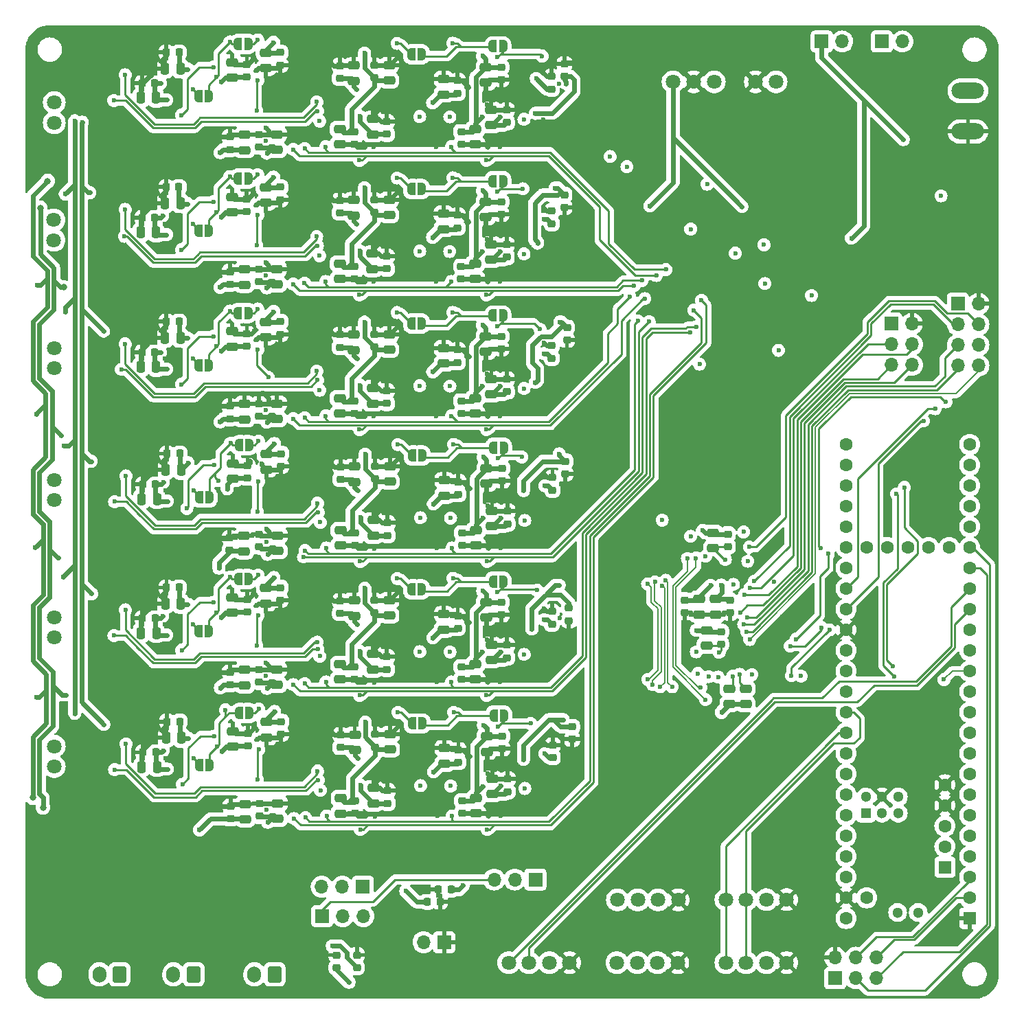
<source format=gbl>
G04 #@! TF.GenerationSoftware,KiCad,Pcbnew,8.0.3-8.0.3-0~ubuntu20.04.1*
G04 #@! TF.CreationDate,2024-09-26T03:44:41-03:00*
G04 #@! TF.ProjectId,EEG_board,4545475f-626f-4617-9264-2e6b69636164,rev?*
G04 #@! TF.SameCoordinates,Original*
G04 #@! TF.FileFunction,Copper,L4,Bot*
G04 #@! TF.FilePolarity,Positive*
%FSLAX46Y46*%
G04 Gerber Fmt 4.6, Leading zero omitted, Abs format (unit mm)*
G04 Created by KiCad (PCBNEW 8.0.3-8.0.3-0~ubuntu20.04.1) date 2024-09-26 03:44:41*
%MOMM*%
%LPD*%
G01*
G04 APERTURE LIST*
G04 Aperture macros list*
%AMRoundRect*
0 Rectangle with rounded corners*
0 $1 Rounding radius*
0 $2 $3 $4 $5 $6 $7 $8 $9 X,Y pos of 4 corners*
0 Add a 4 corners polygon primitive as box body*
4,1,4,$2,$3,$4,$5,$6,$7,$8,$9,$2,$3,0*
0 Add four circle primitives for the rounded corners*
1,1,$1+$1,$2,$3*
1,1,$1+$1,$4,$5*
1,1,$1+$1,$6,$7*
1,1,$1+$1,$8,$9*
0 Add four rect primitives between the rounded corners*
20,1,$1+$1,$2,$3,$4,$5,0*
20,1,$1+$1,$4,$5,$6,$7,0*
20,1,$1+$1,$6,$7,$8,$9,0*
20,1,$1+$1,$8,$9,$2,$3,0*%
%AMFreePoly0*
4,1,19,0.500000,-0.750000,0.000000,-0.750000,0.000000,-0.744911,-0.071157,-0.744911,-0.207708,-0.704816,-0.327430,-0.627875,-0.420627,-0.520320,-0.479746,-0.390866,-0.500000,-0.250000,-0.500000,0.250000,-0.479746,0.390866,-0.420627,0.520320,-0.327430,0.627875,-0.207708,0.704816,-0.071157,0.744911,0.000000,0.744911,0.000000,0.750000,0.500000,0.750000,0.500000,-0.750000,0.500000,-0.750000,
$1*%
%AMFreePoly1*
4,1,19,0.000000,0.744911,0.071157,0.744911,0.207708,0.704816,0.327430,0.627875,0.420627,0.520320,0.479746,0.390866,0.500000,0.250000,0.500000,-0.250000,0.479746,-0.390866,0.420627,-0.520320,0.327430,-0.627875,0.207708,-0.704816,0.071157,-0.744911,0.000000,-0.744911,0.000000,-0.750000,-0.500000,-0.750000,-0.500000,0.750000,0.000000,0.750000,0.000000,0.744911,0.000000,0.744911,
$1*%
G04 Aperture macros list end*
G04 #@! TA.AperFunction,ComponentPad*
%ADD10C,1.800000*%
G04 #@! TD*
G04 #@! TA.AperFunction,ComponentPad*
%ADD11RoundRect,0.250000X0.600000X0.750000X-0.600000X0.750000X-0.600000X-0.750000X0.600000X-0.750000X0*%
G04 #@! TD*
G04 #@! TA.AperFunction,ComponentPad*
%ADD12O,1.700000X2.000000*%
G04 #@! TD*
G04 #@! TA.AperFunction,ComponentPad*
%ADD13R,1.700000X1.700000*%
G04 #@! TD*
G04 #@! TA.AperFunction,ComponentPad*
%ADD14O,1.700000X1.700000*%
G04 #@! TD*
G04 #@! TA.AperFunction,ComponentPad*
%ADD15R,1.600000X1.600000*%
G04 #@! TD*
G04 #@! TA.AperFunction,ComponentPad*
%ADD16C,1.600000*%
G04 #@! TD*
G04 #@! TA.AperFunction,ComponentPad*
%ADD17R,1.300000X1.300000*%
G04 #@! TD*
G04 #@! TA.AperFunction,ComponentPad*
%ADD18C,1.300000*%
G04 #@! TD*
G04 #@! TA.AperFunction,ComponentPad*
%ADD19O,4.000000X2.000000*%
G04 #@! TD*
G04 #@! TA.AperFunction,SMDPad,CuDef*
%ADD20RoundRect,0.225000X-0.250000X0.225000X-0.250000X-0.225000X0.250000X-0.225000X0.250000X0.225000X0*%
G04 #@! TD*
G04 #@! TA.AperFunction,SMDPad,CuDef*
%ADD21RoundRect,0.250000X-0.475000X0.250000X-0.475000X-0.250000X0.475000X-0.250000X0.475000X0.250000X0*%
G04 #@! TD*
G04 #@! TA.AperFunction,SMDPad,CuDef*
%ADD22RoundRect,0.250000X0.475000X-0.250000X0.475000X0.250000X-0.475000X0.250000X-0.475000X-0.250000X0*%
G04 #@! TD*
G04 #@! TA.AperFunction,SMDPad,CuDef*
%ADD23RoundRect,0.225000X0.250000X-0.225000X0.250000X0.225000X-0.250000X0.225000X-0.250000X-0.225000X0*%
G04 #@! TD*
G04 #@! TA.AperFunction,SMDPad,CuDef*
%ADD24RoundRect,0.250000X0.250000X0.475000X-0.250000X0.475000X-0.250000X-0.475000X0.250000X-0.475000X0*%
G04 #@! TD*
G04 #@! TA.AperFunction,SMDPad,CuDef*
%ADD25FreePoly0,0.000000*%
G04 #@! TD*
G04 #@! TA.AperFunction,SMDPad,CuDef*
%ADD26FreePoly1,0.000000*%
G04 #@! TD*
G04 #@! TA.AperFunction,SMDPad,CuDef*
%ADD27RoundRect,0.225000X0.225000X0.250000X-0.225000X0.250000X-0.225000X-0.250000X0.225000X-0.250000X0*%
G04 #@! TD*
G04 #@! TA.AperFunction,SMDPad,CuDef*
%ADD28RoundRect,0.225000X-0.225000X-0.250000X0.225000X-0.250000X0.225000X0.250000X-0.225000X0.250000X0*%
G04 #@! TD*
G04 #@! TA.AperFunction,ViaPad*
%ADD29C,0.600000*%
G04 #@! TD*
G04 #@! TA.AperFunction,ViaPad*
%ADD30C,0.800000*%
G04 #@! TD*
G04 #@! TA.AperFunction,Conductor*
%ADD31C,0.254000*%
G04 #@! TD*
G04 #@! TA.AperFunction,Conductor*
%ADD32C,0.250000*%
G04 #@! TD*
G04 #@! TA.AperFunction,Conductor*
%ADD33C,0.609600*%
G04 #@! TD*
G04 #@! TA.AperFunction,Conductor*
%ADD34C,0.203200*%
G04 #@! TD*
G04 #@! TA.AperFunction,Conductor*
%ADD35C,0.200000*%
G04 #@! TD*
G04 APERTURE END LIST*
D10*
X121540000Y-62465000D03*
X119000000Y-62465000D03*
X113920000Y-62465000D03*
X111380000Y-62465000D03*
X108840000Y-62465000D03*
D11*
X40610000Y-172500000D03*
D12*
X38110000Y-172500000D03*
D13*
X128830000Y-172980000D03*
D14*
X128830000Y-170440000D03*
X131370000Y-172980000D03*
X131370000Y-170440000D03*
X133910000Y-172980000D03*
X133910000Y-170440000D03*
D10*
X32550000Y-146880000D03*
X32550000Y-144380000D03*
X32540000Y-114030000D03*
X32540000Y-111530000D03*
D13*
X135745000Y-92295000D03*
D14*
X138285000Y-92295000D03*
X135745000Y-94835000D03*
X138285000Y-94835000D03*
X135745000Y-97375000D03*
X138285000Y-97375000D03*
D13*
X70610000Y-161690000D03*
D14*
X68070000Y-161690000D03*
X65530000Y-161690000D03*
D10*
X101920000Y-171055000D03*
X104420000Y-171055000D03*
X106920000Y-171055000D03*
X109420000Y-171055000D03*
D15*
X145410800Y-165599200D03*
D16*
X145410800Y-163059200D03*
X145410800Y-160519200D03*
X145410800Y-157979200D03*
X145410800Y-155439200D03*
X145410800Y-152899200D03*
X145410800Y-150359200D03*
X145410800Y-147819200D03*
X145410800Y-145279200D03*
X145410800Y-142739200D03*
X145410800Y-140199200D03*
X145410800Y-137659200D03*
X145410800Y-135119200D03*
X145410800Y-132579200D03*
X145410800Y-130039200D03*
X145410800Y-127499200D03*
X145410800Y-124959200D03*
X145410800Y-122419200D03*
X145410800Y-119879200D03*
X145410800Y-117339200D03*
X145410800Y-114799200D03*
X145410800Y-112259200D03*
X145410800Y-109719200D03*
X145410800Y-107179200D03*
X130170800Y-107179200D03*
X130170800Y-109719200D03*
X130170800Y-112259200D03*
X130170800Y-114799200D03*
X130170800Y-117339200D03*
X130170800Y-119879200D03*
X130170800Y-122419200D03*
X130170800Y-124959200D03*
X130170800Y-127499200D03*
X130170800Y-130039200D03*
X130170800Y-132579200D03*
X130170800Y-135119200D03*
X130170800Y-137659200D03*
X130170800Y-140199200D03*
X130170800Y-142739200D03*
X130170800Y-145279200D03*
X130170800Y-147819200D03*
X130170800Y-150359200D03*
X130170800Y-152899200D03*
X130170800Y-155439200D03*
X130170800Y-157979200D03*
X130170800Y-160519200D03*
X130170800Y-163059200D03*
X130170800Y-165599200D03*
X132710800Y-163059200D03*
X142870800Y-119879200D03*
X140330800Y-119879200D03*
X137790800Y-119879200D03*
X135250800Y-119879200D03*
X132710800Y-119879200D03*
D15*
X142360000Y-159300000D03*
D16*
X142360000Y-156760000D03*
X142360000Y-154220000D03*
X142360000Y-151680000D03*
X142360000Y-149140000D03*
D17*
X132609200Y-152629200D03*
D18*
X134609200Y-152629200D03*
X136609200Y-152629200D03*
X136609200Y-150629200D03*
X134609200Y-150629200D03*
X132609200Y-150629200D03*
X136520800Y-164869200D03*
X139060800Y-164869200D03*
D13*
X127165000Y-57500000D03*
D14*
X129705000Y-57500000D03*
D11*
X49740000Y-172500000D03*
D12*
X47240000Y-172500000D03*
D10*
X115350000Y-171055000D03*
X117850000Y-171055000D03*
X120350000Y-171055000D03*
X122850000Y-171055000D03*
D19*
X145200000Y-63580000D03*
X145200000Y-68580000D03*
D13*
X143950000Y-89840000D03*
D14*
X146490000Y-89840000D03*
X143950000Y-92380000D03*
X146490000Y-92380000D03*
X143950000Y-94920000D03*
X146490000Y-94920000D03*
X143950000Y-97460000D03*
X146490000Y-97460000D03*
D10*
X88580000Y-171055000D03*
X91080000Y-171055000D03*
X93580000Y-171055000D03*
X96080000Y-171055000D03*
D13*
X134575000Y-57500000D03*
D14*
X137115000Y-57500000D03*
D11*
X59730000Y-172500000D03*
D12*
X57230000Y-172500000D03*
D10*
X115350000Y-163295000D03*
X117850000Y-163295000D03*
X120350000Y-163295000D03*
X122850000Y-163295000D03*
D13*
X91872500Y-160809999D03*
D14*
X89332500Y-160809999D03*
X86792500Y-160809999D03*
D10*
X32550000Y-130980000D03*
X32550000Y-128480000D03*
X32550000Y-97770000D03*
X32550000Y-95270000D03*
D13*
X65590000Y-165320000D03*
D14*
X68130000Y-165320000D03*
X70670000Y-165320000D03*
D10*
X101980000Y-163330000D03*
X104480000Y-163330000D03*
X106980000Y-163330000D03*
X109480000Y-163330000D03*
X32550000Y-67510000D03*
X32550000Y-65010000D03*
X32505000Y-81990000D03*
X32505000Y-79490000D03*
D13*
X80620000Y-168530000D03*
D14*
X78080000Y-168530000D03*
D20*
X60422950Y-75455000D03*
X60422950Y-77005000D03*
D21*
X84461464Y-101453822D03*
X84461464Y-103353822D03*
D22*
X60100000Y-153340000D03*
X60100000Y-151440000D03*
X71801464Y-102133822D03*
X71801464Y-100233822D03*
D23*
X95460000Y-61815000D03*
X95460000Y-60265000D03*
X67850000Y-144515000D03*
X67850000Y-142965000D03*
X93910000Y-129330000D03*
X93910000Y-127780000D03*
D22*
X69500000Y-62350000D03*
X69500000Y-60450000D03*
D23*
X57880000Y-153005000D03*
X57880000Y-151455000D03*
D21*
X84480000Y-134240000D03*
X84480000Y-136140000D03*
D23*
X67750000Y-62025000D03*
X67750000Y-60475000D03*
D22*
X71900000Y-151440000D03*
X71900000Y-149540000D03*
D24*
X45212928Y-113905000D03*
X43312928Y-113905000D03*
D23*
X88345000Y-84085000D03*
X88345000Y-82535000D03*
D22*
X86435000Y-84400000D03*
X86435000Y-82500000D03*
X71795000Y-85550000D03*
X71795000Y-83650000D03*
D25*
X76555000Y-75680000D03*
D26*
X77855000Y-75680000D03*
D23*
X57780000Y-70515000D03*
X57780000Y-68965000D03*
D22*
X54587928Y-111410000D03*
X54587928Y-109510000D03*
D20*
X87767928Y-110115000D03*
X87767928Y-111665000D03*
D24*
X48212928Y-110305000D03*
X46312928Y-110305000D03*
D23*
X67770000Y-127995000D03*
X67770000Y-126445000D03*
X57790000Y-119795000D03*
X57790000Y-118245000D03*
D20*
X69637928Y-118075000D03*
X69637928Y-119625000D03*
D24*
X48145000Y-126815000D03*
X46245000Y-126815000D03*
D22*
X86527928Y-117260000D03*
X86527928Y-115360000D03*
D21*
X117790000Y-137290000D03*
X117790000Y-139190000D03*
D24*
X45225000Y-146935000D03*
X43325000Y-146935000D03*
D22*
X54501464Y-95133822D03*
X54501464Y-93233822D03*
D25*
X50320000Y-130220000D03*
D26*
X51620000Y-130220000D03*
D25*
X50387928Y-113710000D03*
D26*
X51687928Y-113710000D03*
D27*
X44950000Y-62645000D03*
X43400000Y-62645000D03*
D21*
X67755000Y-84890000D03*
X67755000Y-86790000D03*
D24*
X48225000Y-143335000D03*
X46325000Y-143335000D03*
D22*
X71820000Y-134920000D03*
X71820000Y-133020000D03*
D23*
X82281464Y-97058822D03*
X82281464Y-95508822D03*
D22*
X58627950Y-60800000D03*
X58627950Y-58900000D03*
D21*
X112970000Y-130070000D03*
X112970000Y-131970000D03*
D22*
X54520000Y-127920000D03*
X54520000Y-126020000D03*
X86460000Y-133770000D03*
X86460000Y-131870000D03*
D23*
X72001464Y-95158822D03*
X72001464Y-93608822D03*
X54170000Y-120245000D03*
X54170000Y-118695000D03*
D22*
X60000000Y-70850000D03*
X60000000Y-68950000D03*
D21*
X84560000Y-150760000D03*
X84560000Y-152660000D03*
D22*
X60001464Y-104033822D03*
X60001464Y-102133822D03*
X69587928Y-111810000D03*
X69587928Y-109910000D03*
D20*
X60427950Y-58855000D03*
X60427950Y-60405000D03*
D21*
X85780000Y-126640000D03*
X85780000Y-128540000D03*
D23*
X56387928Y-111335000D03*
X56387928Y-109785000D03*
D27*
X45037928Y-112105000D03*
X43487928Y-112105000D03*
D23*
X82280000Y-63875000D03*
X82280000Y-62325000D03*
X72100000Y-144465000D03*
X72100000Y-142915000D03*
D20*
X110290000Y-126355000D03*
X110290000Y-127905000D03*
D23*
X73570000Y-134895000D03*
X73570000Y-133345000D03*
X67751464Y-95208822D03*
X67751464Y-93658822D03*
D20*
X95990000Y-127355000D03*
X95990000Y-128905000D03*
X95760000Y-92765000D03*
X95760000Y-94315000D03*
D27*
X47926464Y-92028822D03*
X46376464Y-92028822D03*
D22*
X60087928Y-120310000D03*
X60087928Y-118410000D03*
D23*
X71995000Y-78575000D03*
X71995000Y-77025000D03*
X93977928Y-112820000D03*
X93977928Y-111270000D03*
D21*
X84547928Y-117730000D03*
X84547928Y-119630000D03*
D27*
X44945000Y-79245000D03*
X43395000Y-79245000D03*
D22*
X71887928Y-118410000D03*
X71887928Y-116510000D03*
D25*
X86700000Y-140590000D03*
D26*
X88000000Y-140590000D03*
D23*
X56300000Y-61875000D03*
X56300000Y-60325000D03*
D20*
X87780000Y-143145000D03*
X87780000Y-144695000D03*
D23*
X88370000Y-133455000D03*
X88370000Y-131905000D03*
D25*
X76647928Y-108540000D03*
D26*
X77947928Y-108540000D03*
D21*
X84455000Y-84870000D03*
X84455000Y-86770000D03*
D24*
X45126464Y-97628822D03*
X43226464Y-97628822D03*
D20*
X69545000Y-85215000D03*
X69545000Y-86765000D03*
D23*
X82367928Y-113335000D03*
X82367928Y-111785000D03*
X57800000Y-136485000D03*
X57800000Y-134935000D03*
X54300000Y-153315000D03*
X54300000Y-151765000D03*
D20*
X69857500Y-170115000D03*
X69857500Y-171665000D03*
D27*
X44970000Y-128615000D03*
X43420000Y-128615000D03*
D20*
X82807928Y-118085000D03*
X82807928Y-119635000D03*
D23*
X67745000Y-78625000D03*
X67745000Y-77075000D03*
D20*
X95570000Y-109245000D03*
X95570000Y-110795000D03*
D23*
X93885000Y-79960000D03*
X93885000Y-78410000D03*
X56320000Y-127845000D03*
X56320000Y-126295000D03*
D20*
X87680000Y-60655000D03*
X87680000Y-62205000D03*
X87681464Y-93838822D03*
X87681464Y-95388822D03*
D22*
X73851464Y-95483822D03*
X73851464Y-93583822D03*
D23*
X72020000Y-127945000D03*
X72020000Y-126395000D03*
X57781464Y-103698822D03*
X57781464Y-102148822D03*
D22*
X73950000Y-144790000D03*
X73950000Y-142890000D03*
D20*
X60429414Y-92038822D03*
X60429414Y-93588822D03*
D22*
X55940000Y-120350000D03*
X55940000Y-118450000D03*
D23*
X88437928Y-116945000D03*
X88437928Y-115395000D03*
X67837928Y-111485000D03*
X67837928Y-109935000D03*
D20*
X82740000Y-134595000D03*
X82740000Y-136145000D03*
X95460000Y-76395000D03*
X95460000Y-77945000D03*
D23*
X88450000Y-149975000D03*
X88450000Y-148425000D03*
X82300000Y-129845000D03*
X82300000Y-128295000D03*
D22*
X80560000Y-64030000D03*
X80560000Y-62130000D03*
D23*
X73650000Y-151415000D03*
X73650000Y-149865000D03*
D22*
X58727950Y-143290000D03*
X58727950Y-141390000D03*
X86540000Y-150290000D03*
X86540000Y-148390000D03*
D20*
X67347500Y-170115000D03*
X67347500Y-171665000D03*
D21*
X67761464Y-101473822D03*
X67761464Y-103373822D03*
D27*
X80120000Y-163560000D03*
X78570000Y-163560000D03*
D24*
X45145000Y-130415000D03*
X43245000Y-130415000D03*
D25*
X50301464Y-97433822D03*
D26*
X51601464Y-97433822D03*
D21*
X85847928Y-110130000D03*
X85847928Y-112030000D03*
D22*
X55995000Y-87500000D03*
X55995000Y-85600000D03*
D20*
X87700000Y-126625000D03*
X87700000Y-128175000D03*
D21*
X67760000Y-68290000D03*
X67760000Y-70190000D03*
D20*
X60515878Y-108315000D03*
X60515878Y-109865000D03*
D25*
X55300000Y-140290000D03*
D26*
X56600000Y-140290000D03*
D20*
X69551464Y-101798822D03*
X69551464Y-103348822D03*
X69550000Y-68615000D03*
X69550000Y-70165000D03*
D28*
X79900000Y-162060000D03*
X81450000Y-162060000D03*
D20*
X96400000Y-141965000D03*
X96400000Y-143515000D03*
D21*
X115780000Y-137290000D03*
X115780000Y-139190000D03*
D23*
X54201464Y-104008822D03*
X54201464Y-102458822D03*
D20*
X82820000Y-151115000D03*
X82820000Y-152665000D03*
X82720000Y-68625000D03*
X82720000Y-70175000D03*
D23*
X82380000Y-146365000D03*
X82380000Y-144815000D03*
D25*
X76560000Y-59080000D03*
D26*
X77860000Y-59080000D03*
D25*
X55287928Y-107260000D03*
D26*
X56587928Y-107260000D03*
D22*
X69495000Y-78950000D03*
X69495000Y-77050000D03*
D23*
X56295000Y-78475000D03*
X56295000Y-76925000D03*
D22*
X73937928Y-111760000D03*
X73937928Y-109860000D03*
D23*
X72000000Y-61975000D03*
X72000000Y-60425000D03*
D20*
X114770000Y-130255000D03*
X114770000Y-131805000D03*
D27*
X47920000Y-75445000D03*
X46370000Y-75445000D03*
X47945000Y-124815000D03*
X46395000Y-124815000D03*
D20*
X82715000Y-85225000D03*
X82715000Y-86775000D03*
D24*
X48120000Y-77445000D03*
X46220000Y-77445000D03*
D23*
X115610000Y-119765000D03*
X115610000Y-118215000D03*
X88351464Y-100668822D03*
X88351464Y-99118822D03*
D25*
X76660000Y-141570000D03*
D26*
X77960000Y-141570000D03*
D23*
X73637928Y-118385000D03*
X73637928Y-116835000D03*
X88350000Y-67485000D03*
X88350000Y-65935000D03*
D22*
X80647928Y-113490000D03*
X80647928Y-111590000D03*
X86440000Y-67800000D03*
X86440000Y-65900000D03*
D27*
X48012928Y-108305000D03*
X46462928Y-108305000D03*
D25*
X55220000Y-123770000D03*
D26*
X56520000Y-123770000D03*
D20*
X115860000Y-126395000D03*
X115860000Y-127945000D03*
D21*
X67780000Y-134260000D03*
X67780000Y-136160000D03*
D23*
X73551464Y-102108822D03*
X73551464Y-100558822D03*
X54195000Y-87425000D03*
X54195000Y-85875000D03*
D22*
X80561464Y-97213822D03*
X80561464Y-95313822D03*
D23*
X94020000Y-145775000D03*
X94020000Y-144225000D03*
D22*
X80660000Y-146520000D03*
X80660000Y-144620000D03*
X69520000Y-128320000D03*
X69520000Y-126420000D03*
X73850000Y-62300000D03*
X73850000Y-60400000D03*
D20*
X69650000Y-151105000D03*
X69650000Y-152655000D03*
D25*
X50400000Y-146740000D03*
D26*
X51700000Y-146740000D03*
D24*
X45125000Y-64445000D03*
X43225000Y-64445000D03*
D21*
X85761464Y-93853822D03*
X85761464Y-95753822D03*
D27*
X45050000Y-145135000D03*
X43500000Y-145135000D03*
D25*
X76580000Y-125050000D03*
D26*
X77880000Y-125050000D03*
D23*
X93890000Y-63360000D03*
X93890000Y-61810000D03*
D25*
X50295000Y-80850000D03*
D26*
X51595000Y-80850000D03*
D24*
X48126464Y-94028822D03*
X46226464Y-94028822D03*
D22*
X80580000Y-130000000D03*
X80580000Y-128100000D03*
D23*
X54200000Y-70825000D03*
X54200000Y-69275000D03*
D21*
X85755000Y-77270000D03*
X85755000Y-79170000D03*
D20*
X60527950Y-141345000D03*
X60527950Y-142895000D03*
D24*
X48125000Y-60845000D03*
X46225000Y-60845000D03*
D22*
X54500000Y-61950000D03*
X54500000Y-60050000D03*
D24*
X45120000Y-81045000D03*
X43220000Y-81045000D03*
D25*
X55195000Y-74400000D03*
D26*
X56495000Y-74400000D03*
D20*
X69570000Y-134585000D03*
X69570000Y-136135000D03*
D22*
X80555000Y-80630000D03*
X80555000Y-78730000D03*
D23*
X73545000Y-85525000D03*
X73545000Y-83975000D03*
X54220000Y-136795000D03*
X54220000Y-135245000D03*
D22*
X59995000Y-87450000D03*
X59995000Y-85550000D03*
D25*
X86687928Y-107560000D03*
D26*
X87987928Y-107560000D03*
D25*
X86600000Y-58100000D03*
D26*
X87900000Y-58100000D03*
D22*
X56020000Y-136870000D03*
X56020000Y-134970000D03*
D21*
X67847928Y-117750000D03*
X67847928Y-119650000D03*
D23*
X72087928Y-111435000D03*
X72087928Y-109885000D03*
D25*
X55201464Y-90983822D03*
D26*
X56501464Y-90983822D03*
D27*
X44951464Y-95828822D03*
X43401464Y-95828822D03*
D22*
X69600000Y-144840000D03*
X69600000Y-142940000D03*
D21*
X114050000Y-126250000D03*
X114050000Y-128150000D03*
D22*
X73845000Y-78900000D03*
X73845000Y-77000000D03*
D23*
X82275000Y-80475000D03*
X82275000Y-78925000D03*
D22*
X73870000Y-128270000D03*
X73870000Y-126370000D03*
X58715878Y-110260000D03*
X58715878Y-108360000D03*
X113780000Y-119960000D03*
X113780000Y-118060000D03*
X54495000Y-78550000D03*
X54495000Y-76650000D03*
D20*
X60447950Y-124825000D03*
X60447950Y-126375000D03*
D21*
X112030000Y-126230000D03*
X112030000Y-128130000D03*
D22*
X58629414Y-93983822D03*
X58629414Y-92083822D03*
D27*
X48025000Y-141335000D03*
X46475000Y-141335000D03*
D25*
X86620000Y-124070000D03*
D26*
X87920000Y-124070000D03*
D23*
X93891464Y-96543822D03*
X93891464Y-94993822D03*
X73550000Y-68925000D03*
X73550000Y-67375000D03*
D25*
X55200000Y-57800000D03*
D26*
X56500000Y-57800000D03*
D20*
X82721464Y-101808822D03*
X82721464Y-103358822D03*
D23*
X56301464Y-95058822D03*
X56301464Y-93508822D03*
D20*
X87675000Y-77255000D03*
X87675000Y-78805000D03*
D22*
X71800000Y-68950000D03*
X71800000Y-67050000D03*
D25*
X76561464Y-92263822D03*
D26*
X77861464Y-92263822D03*
D22*
X58622950Y-77400000D03*
X58622950Y-75500000D03*
D23*
X57775000Y-87115000D03*
X57775000Y-85565000D03*
X56400000Y-144365000D03*
X56400000Y-142815000D03*
D22*
X58647950Y-126770000D03*
X58647950Y-124870000D03*
D21*
X85760000Y-60670000D03*
X85760000Y-62570000D03*
D25*
X86601464Y-91283822D03*
D26*
X87901464Y-91283822D03*
D27*
X47925000Y-58845000D03*
X46375000Y-58845000D03*
D22*
X86441464Y-100983822D03*
X86441464Y-99083822D03*
D21*
X67860000Y-150780000D03*
X67860000Y-152680000D03*
D22*
X56001464Y-104083822D03*
X56001464Y-102183822D03*
D25*
X86595000Y-74700000D03*
D26*
X87895000Y-74700000D03*
D22*
X54600000Y-144440000D03*
X54600000Y-142540000D03*
D21*
X84460000Y-68270000D03*
X84460000Y-70170000D03*
D22*
X69501464Y-95533822D03*
X69501464Y-93633822D03*
D25*
X50300000Y-64250000D03*
D26*
X51600000Y-64250000D03*
D22*
X56000000Y-70900000D03*
X56000000Y-69000000D03*
X60020000Y-136820000D03*
X60020000Y-134920000D03*
X56100000Y-153390000D03*
X56100000Y-151490000D03*
D21*
X85860000Y-143160000D03*
X85860000Y-145060000D03*
D29*
X114530000Y-132810000D03*
X85387928Y-116260000D03*
X48995000Y-77500000D03*
X92960000Y-128770000D03*
X85350000Y-59270000D03*
X117330000Y-77840000D03*
X59687928Y-107060000D03*
X70800932Y-75506310D03*
X70893860Y-108366310D03*
X70825932Y-124876310D03*
X70807396Y-92090132D03*
X49020000Y-126870000D03*
X91970000Y-62060000D03*
X49100000Y-143390000D03*
X69230000Y-132920000D03*
X33740000Y-107340000D03*
X59601464Y-90783822D03*
X59620000Y-123570000D03*
X35090000Y-67280000D03*
X35090000Y-140340000D03*
X33910000Y-76300000D03*
X85370000Y-125240000D03*
X59700000Y-140090000D03*
X93040000Y-145290000D03*
X49001464Y-94083822D03*
X85351464Y-92453822D03*
X105970000Y-77770000D03*
X59595000Y-74200000D03*
X85437928Y-108730000D03*
X85400000Y-149290000D03*
X85301464Y-99983822D03*
X69205000Y-83550000D03*
X69310000Y-149440000D03*
X85450000Y-141760000D03*
X33630000Y-123480000D03*
X69211464Y-100133822D03*
X70905932Y-141396310D03*
X85300000Y-66800000D03*
X69210000Y-66950000D03*
X93027928Y-112260000D03*
X49000000Y-60900000D03*
X92935000Y-79400000D03*
X70805932Y-58906310D03*
X59600000Y-57600000D03*
X92941464Y-95983822D03*
X85345000Y-75870000D03*
X33950000Y-90840000D03*
X85295000Y-83400000D03*
X69297928Y-116410000D03*
X49050000Y-109430000D03*
X85320000Y-132770000D03*
X46400000Y-64700000D03*
X69870000Y-129370000D03*
X94810000Y-108340000D03*
X53888964Y-112661036D03*
X87617928Y-116217000D03*
X91435052Y-129930000D03*
X94290000Y-75555000D03*
X38670000Y-141680000D03*
X91860000Y-66360000D03*
X53095000Y-79100000D03*
X91861464Y-99543822D03*
X79200000Y-65040000D03*
X70319860Y-149180140D03*
X90410000Y-112860000D03*
X53200000Y-144990000D03*
X70239860Y-132660140D03*
X90400000Y-146020000D03*
X87550000Y-132727000D03*
X87630000Y-149247000D03*
X36950000Y-76130000D03*
X92129800Y-82360000D03*
X69937928Y-112860000D03*
X87525000Y-83357000D03*
X70307788Y-116150140D03*
X87531464Y-99940822D03*
X70214860Y-83290140D03*
X69850000Y-63400000D03*
X69851464Y-96583822D03*
X95672431Y-62678616D03*
X70221324Y-99873962D03*
X79195000Y-81640000D03*
X46487928Y-114160000D03*
X79300000Y-147530000D03*
X45656464Y-95828822D03*
X79201464Y-98223822D03*
X45895000Y-79000000D03*
X94890000Y-92070000D03*
X94800000Y-124540000D03*
X70219860Y-66690140D03*
X37160000Y-125570000D03*
X46500000Y-147190000D03*
X79220000Y-131010000D03*
X46395000Y-81300000D03*
X95290000Y-141090000D03*
X53101464Y-95683822D03*
X69950000Y-145890000D03*
X46401464Y-97883822D03*
X45987928Y-111860000D03*
X38640000Y-93200000D03*
X45655000Y-62645000D03*
X36000000Y-67440000D03*
X87530000Y-66757000D03*
X46420000Y-130670000D03*
X46000000Y-144890000D03*
X37120000Y-109240000D03*
X69845000Y-80000000D03*
X79287928Y-114500000D03*
X53100000Y-62500000D03*
X45920000Y-128370000D03*
X53120000Y-128470000D03*
X115290000Y-121380000D03*
X106320000Y-136790000D03*
X106600000Y-124140000D03*
X105703487Y-124356513D03*
X105727890Y-136148465D03*
X107940000Y-123930000D03*
X108720000Y-137050000D03*
D30*
X29915200Y-150720000D03*
D29*
X30160000Y-119900000D03*
X30380000Y-103480000D03*
X107500000Y-116500000D03*
X112860000Y-120930000D03*
X114800000Y-124510000D03*
D30*
X31750000Y-74700000D03*
D29*
X30330000Y-138350000D03*
X113240000Y-135800000D03*
X58860000Y-153760000D03*
X111920277Y-135409360D03*
X58755000Y-87870000D03*
X58780000Y-137240000D03*
X58847928Y-120730000D03*
X66835000Y-168990000D03*
X58760000Y-71270000D03*
X30440000Y-87490000D03*
X103160000Y-72940000D03*
X82950000Y-161550000D03*
X111000000Y-118500000D03*
X58761464Y-104453822D03*
X107506297Y-124602240D03*
X107240000Y-137050000D03*
X33360000Y-106050000D03*
X114810000Y-140220000D03*
X53000000Y-71210000D03*
X111690000Y-130080000D03*
X50450000Y-154700000D03*
X75890000Y-162230000D03*
X113460000Y-124530000D03*
X112480000Y-117750000D03*
X111700000Y-132750000D03*
X101090000Y-71680000D03*
X118560000Y-135540000D03*
D30*
X33720000Y-87800000D03*
D29*
X52995000Y-87810000D03*
X68900000Y-173480000D03*
X34000000Y-138050000D03*
X33050000Y-121140000D03*
D30*
X31172735Y-151927265D03*
D29*
X52850000Y-122430000D03*
X113040000Y-75090000D03*
X53001464Y-104393822D03*
X116290000Y-124420000D03*
D30*
X30820000Y-78000000D03*
D29*
X114410000Y-135850000D03*
X53020000Y-137180000D03*
X137230000Y-69590000D03*
X130820000Y-81740000D03*
X81315857Y-83390857D03*
X77630000Y-132720000D03*
X81322321Y-99974679D03*
X58600854Y-102938622D03*
X65290000Y-133280000D03*
X90467312Y-67093080D03*
X116510000Y-83600000D03*
X65265000Y-83910000D03*
X77605000Y-83350000D03*
X90462312Y-83693080D03*
X77697928Y-116210000D03*
X111010000Y-80630000D03*
X65370000Y-149800000D03*
X77611464Y-99933822D03*
X81420857Y-149280857D03*
X90487312Y-133063080D03*
X90468776Y-100276902D03*
X65270000Y-67310000D03*
X58691059Y-119214800D03*
X77610000Y-66750000D03*
X121301305Y-124131305D03*
X65271464Y-100493822D03*
X58599390Y-69754800D03*
X90567312Y-149583080D03*
X141870000Y-76530000D03*
X117550000Y-117960000D03*
X81408785Y-116250857D03*
X124610000Y-135730000D03*
X120160000Y-87340000D03*
X121840000Y-95570000D03*
X112100000Y-97270000D03*
X58619390Y-135724800D03*
X81320857Y-66790857D03*
X81340857Y-132760857D03*
X125920000Y-88810000D03*
X120050000Y-82560000D03*
X58699390Y-152244800D03*
X58594390Y-86354800D03*
X118060000Y-121570000D03*
X90555240Y-116553080D03*
X77710000Y-149240000D03*
X65357928Y-116770000D03*
X142480000Y-101930000D03*
X127001600Y-119920000D03*
X112850000Y-138620000D03*
X110600000Y-121250000D03*
X111670000Y-121180000D03*
X112245396Y-137164604D03*
X142240000Y-136160000D03*
X117140000Y-127880000D03*
X123440000Y-135680000D03*
X128110000Y-130030000D03*
X118290000Y-131210000D03*
X123290000Y-132030000D03*
X117920000Y-130260000D03*
X127110000Y-129730000D03*
X117640636Y-125691221D03*
X127970000Y-120650000D03*
X123990000Y-131183000D03*
X117560000Y-129380000D03*
X118000396Y-128489359D03*
X118320000Y-124880000D03*
X118840000Y-124040000D03*
X118260000Y-119820000D03*
X70180000Y-72140000D03*
X85830000Y-72140000D03*
X106780000Y-86340000D03*
X62010000Y-70810000D03*
X136110000Y-135743000D03*
X136380000Y-113270000D03*
X137360000Y-112470000D03*
X135950000Y-134500000D03*
X85831464Y-105323822D03*
X105350000Y-89200000D03*
X62011464Y-103993822D03*
X70181464Y-105323822D03*
X70200000Y-138110000D03*
X110980000Y-93350000D03*
X62030000Y-136780000D03*
X85850000Y-138110000D03*
X66030000Y-70484000D03*
X107953755Y-85613000D03*
X63420000Y-70690000D03*
X81510000Y-70484000D03*
X66031464Y-103667822D03*
X81511464Y-103667822D03*
X63421464Y-103873822D03*
X103500000Y-89000000D03*
X81530000Y-136454000D03*
X63440000Y-136660000D03*
X111723000Y-92660000D03*
X66050000Y-136454000D03*
X62005000Y-87410000D03*
X104050000Y-87594000D03*
X70175000Y-88740000D03*
X85825000Y-88740000D03*
X70267928Y-121600000D03*
X85917928Y-121600000D03*
X105890000Y-92020000D03*
X63287577Y-121023970D03*
X70280000Y-154630000D03*
X85930000Y-154630000D03*
X62110000Y-153300000D03*
X112351643Y-89411643D03*
X104990000Y-86967000D03*
X63415000Y-87290000D03*
X81505000Y-87084000D03*
X66025000Y-87084000D03*
X104490000Y-91960000D03*
X63490000Y-120250000D03*
X81597928Y-119944000D03*
X66117928Y-119944000D03*
X64950000Y-62300000D03*
X57047000Y-125670000D03*
X44102236Y-78148896D03*
X52947928Y-118520000D03*
X90040000Y-147390000D03*
X92860000Y-67144800D03*
X92911464Y-94653822D03*
X48025000Y-70400000D03*
X71955000Y-70534138D03*
X45795000Y-82800000D03*
X47520000Y-135790000D03*
X83651464Y-96333822D03*
X70791464Y-103683822D03*
X57501464Y-94183822D03*
X44207236Y-144038896D03*
X49100000Y-57300000D03*
X122307320Y-128392113D03*
X86020000Y-136470000D03*
X91330000Y-65360000D03*
X52880000Y-135030000D03*
X95445000Y-79490000D03*
X96105000Y-145065000D03*
X45900000Y-148690000D03*
X57495000Y-77600000D03*
X71950000Y-87134138D03*
X76405558Y-149709442D03*
X92947928Y-116604800D03*
X46201464Y-96583822D03*
X76300558Y-83819442D03*
X83645000Y-79750000D03*
X76435000Y-81620000D03*
X76305558Y-67219442D03*
X87540000Y-136470000D03*
X83737928Y-112610000D03*
X46240000Y-63660000D03*
X79760000Y-152974000D03*
X64860000Y-58420000D03*
X64945000Y-78900000D03*
X49095000Y-73900000D03*
X45787928Y-109360000D03*
X49187928Y-106760000D03*
X72544800Y-65830000D03*
X120780920Y-73839080D03*
X72632728Y-115290000D03*
X96470000Y-60080000D03*
X64880000Y-124390000D03*
X49101464Y-90483822D03*
X89941464Y-98083822D03*
X119110000Y-121900000D03*
X117280000Y-124390000D03*
X94020000Y-99090000D03*
X85910000Y-131230000D03*
X57027000Y-59700000D03*
X94850000Y-128590000D03*
X92936606Y-146733394D03*
X87520000Y-70500000D03*
X76460000Y-130990000D03*
X40760000Y-126010000D03*
X70790000Y-70500000D03*
X86100000Y-152990000D03*
X46300000Y-145890000D03*
X66687928Y-108760000D03*
X46287928Y-112860000D03*
X92930000Y-127440000D03*
X83650000Y-63150000D03*
X57520000Y-126970000D03*
X58310000Y-100790000D03*
X95520000Y-96260000D03*
X45700000Y-59900000D03*
X66595000Y-75900000D03*
X40195000Y-75800000D03*
X92855000Y-83744800D03*
X87607928Y-119960000D03*
X76441464Y-98203822D03*
X72644800Y-148320000D03*
X66620000Y-125270000D03*
X49200000Y-139790000D03*
X85977928Y-114720000D03*
X124780000Y-68640000D03*
X45887928Y-115660000D03*
X36200000Y-59800000D03*
X92910000Y-61470000D03*
X52960000Y-151550000D03*
X64970000Y-128270000D03*
X76325558Y-133189442D03*
X48112928Y-119860000D03*
X47330000Y-86210000D03*
X86780000Y-64690000D03*
X120240000Y-133140000D03*
X40830000Y-142320000D03*
X57022000Y-76300000D03*
X76307022Y-100403264D03*
X86000000Y-70500000D03*
X48800000Y-152750000D03*
X44127236Y-127518896D03*
X126850000Y-73620000D03*
X45720000Y-125870000D03*
X79661464Y-103667822D03*
X92905000Y-78070000D03*
X76527928Y-114480000D03*
X74945000Y-75900000D03*
X79660000Y-70484000D03*
X92997928Y-110930000D03*
X64861464Y-91603822D03*
X92861464Y-100328622D03*
X86087928Y-119960000D03*
X79655000Y-87084000D03*
X93731638Y-82695907D03*
X40200000Y-59200000D03*
X86781464Y-97873822D03*
X70785000Y-87100000D03*
X36300000Y-142290000D03*
X87620000Y-152990000D03*
X89940000Y-64900000D03*
X58597000Y-68110000D03*
X52855000Y-85660000D03*
X66601464Y-92483822D03*
X64951464Y-95483822D03*
X56700000Y-109160000D03*
X70810000Y-136470000D03*
X91417928Y-114820000D03*
X57500000Y-61000000D03*
X57160000Y-93230000D03*
X72055000Y-153024138D03*
X87521464Y-103683822D03*
X86775000Y-81290000D03*
X125890000Y-64780000D03*
X85885000Y-81860000D03*
X89935000Y-81500000D03*
X58617000Y-134080000D03*
X89960000Y-130870000D03*
X70890000Y-152990000D03*
X76393486Y-116679442D03*
X66700000Y-141790000D03*
X109000000Y-141500000D03*
X45801464Y-99383822D03*
X91940000Y-151150000D03*
X72546264Y-99013822D03*
X86001464Y-103683822D03*
X64947928Y-107880000D03*
X83670000Y-129120000D03*
X45820000Y-132170000D03*
X64855000Y-75020000D03*
X91350000Y-131330000D03*
X57600000Y-143490000D03*
X58125088Y-109516044D03*
X66600000Y-59300000D03*
X40300000Y-107050400D03*
X113800000Y-85710000D03*
X87515000Y-87100000D03*
X76440000Y-65020000D03*
X44108700Y-94732718D03*
X44470000Y-61670000D03*
X65050000Y-144790000D03*
X46220000Y-129370000D03*
X36700000Y-149290000D03*
X70877928Y-119960000D03*
X45701464Y-93083822D03*
X59500000Y-163000000D03*
X75050000Y-141790000D03*
X86867928Y-114150000D03*
X74970000Y-125270000D03*
X57127000Y-142190000D03*
X45800000Y-142390000D03*
X74950000Y-59300000D03*
X76540000Y-147510000D03*
X52861464Y-102243822D03*
X92880000Y-133114800D03*
X44195164Y-111008896D03*
X72042928Y-119994138D03*
X46195000Y-80000000D03*
X71956464Y-103717960D03*
X86880000Y-147180000D03*
X79747928Y-119944000D03*
X83750000Y-145640000D03*
X40660000Y-90910000D03*
X85890000Y-65260000D03*
X93010000Y-143960000D03*
X74951464Y-92483822D03*
X52860000Y-69060000D03*
X72564800Y-131800000D03*
X72539800Y-82430000D03*
X85995000Y-87100000D03*
X58592000Y-84710000D03*
X85891464Y-98443822D03*
X110840000Y-83630000D03*
X64960000Y-140910000D03*
X75037928Y-108760000D03*
X36940000Y-66670000D03*
X65037928Y-111760000D03*
X79680000Y-136454000D03*
X86800000Y-130660000D03*
X45800000Y-66200000D03*
X85990000Y-147750000D03*
X49120000Y-123270000D03*
X45695000Y-76500000D03*
X95040000Y-112060000D03*
X94790000Y-62680000D03*
X58684928Y-117570000D03*
X48026464Y-103583822D03*
X71975000Y-136504138D03*
X107850000Y-91360000D03*
X90027928Y-114360000D03*
X63520000Y-153180000D03*
X66130000Y-152974000D03*
X81610000Y-152974000D03*
X111390000Y-90620000D03*
X52170000Y-77250000D03*
X48245000Y-83175000D03*
X48250000Y-66575000D03*
X52175000Y-60650000D03*
X117060000Y-135520000D03*
X116200000Y-135760000D03*
X49622000Y-79975000D03*
X49627000Y-63375000D03*
X54195000Y-74150000D03*
X52550920Y-78505920D03*
X52555920Y-61905920D03*
X54200000Y-57550000D03*
X74820000Y-74325000D03*
X74825000Y-57725000D03*
X81690000Y-57710000D03*
X81685000Y-74310000D03*
X90330000Y-75660000D03*
X87165000Y-76040000D03*
X87170000Y-59440000D03*
X92700000Y-59290000D03*
X49628464Y-96558822D03*
X48251464Y-99758822D03*
X52176464Y-93833822D03*
X54201464Y-90733822D03*
X52557384Y-95089742D03*
X74826464Y-90908822D03*
X81691464Y-90893822D03*
X87171464Y-92623822D03*
X92441464Y-92973822D03*
X49714928Y-112835000D03*
X52262928Y-109742961D03*
X48900000Y-115060000D03*
X52760000Y-111630000D03*
X54287928Y-107010000D03*
X74912928Y-107185000D03*
X81777928Y-107170000D03*
X87257928Y-108900000D03*
X90200000Y-108730000D03*
X49647000Y-129345000D03*
X52195000Y-126620000D03*
X48270000Y-132545000D03*
X52575920Y-127875920D03*
X54220000Y-123520000D03*
X74845000Y-123695000D03*
X81710000Y-123680000D03*
X87190000Y-125410000D03*
X92080000Y-125120000D03*
X49727000Y-145865000D03*
X48350000Y-149065000D03*
X52275000Y-143140000D03*
X53670000Y-139900000D03*
X52655920Y-144395920D03*
X74925000Y-140215000D03*
X81790000Y-140200000D03*
X91280000Y-141550000D03*
X87270000Y-141930000D03*
X57645000Y-73900000D03*
X57645000Y-78900000D03*
X57495000Y-82600000D03*
X57650000Y-57300000D03*
X57500000Y-66000000D03*
X57650000Y-62300000D03*
X58940000Y-98900000D03*
X57651464Y-95483822D03*
X57651464Y-90483822D03*
X57737928Y-111760000D03*
X57737928Y-106760000D03*
X57587928Y-115460000D03*
X57670000Y-128270000D03*
X57670000Y-123270000D03*
X57520000Y-131970000D03*
X57600000Y-148490000D03*
X57750000Y-139790000D03*
X57750000Y-144790000D03*
X41210000Y-81511643D03*
X65000655Y-82661057D03*
X64915000Y-81550000D03*
X41295000Y-78200000D03*
X39900000Y-64773000D03*
X65005655Y-66061057D03*
X41300000Y-61600000D03*
X64920000Y-64950000D03*
X41301464Y-94783822D03*
X64921464Y-98133822D03*
X65007119Y-99244879D03*
X40830000Y-97927698D03*
X39987928Y-114233000D03*
X65093583Y-115521057D03*
X41387928Y-111060000D03*
X65007928Y-114410000D03*
X39920000Y-130743000D03*
X65030000Y-132420000D03*
X64960000Y-131550000D03*
X41320000Y-127570000D03*
X65105655Y-148551057D03*
X40000000Y-147263000D03*
X41400000Y-144090000D03*
X65020000Y-147440000D03*
X139720000Y-104270000D03*
X141167759Y-102775666D03*
D31*
X114530000Y-132045000D02*
X114770000Y-131805000D01*
X114770000Y-132570000D02*
X114530000Y-132810000D01*
D32*
X112970000Y-131970000D02*
X114605000Y-131970000D01*
D31*
X114770000Y-131805000D02*
X114770000Y-132570000D01*
D32*
X114605000Y-131970000D02*
X114770000Y-131805000D01*
D33*
X60377950Y-75500000D02*
X60422950Y-75455000D01*
X82740000Y-134595000D02*
X84125000Y-134595000D01*
X33740000Y-107340000D02*
X34330000Y-107340000D01*
X69297928Y-115300000D02*
X69297928Y-116410000D01*
X85755000Y-77270000D02*
X85755000Y-76280000D01*
X85761464Y-92863822D02*
X85351464Y-92453822D01*
X47925000Y-60645000D02*
X48125000Y-60845000D01*
X84618128Y-117659800D02*
X84618128Y-111359800D01*
X48025000Y-143135000D02*
X48225000Y-143335000D01*
X68720000Y-134720000D02*
X69435000Y-134720000D01*
X48012928Y-108305000D02*
X48012928Y-110105000D01*
X60384414Y-92083822D02*
X60429414Y-92038822D01*
X48012928Y-110105000D02*
X48212928Y-110305000D01*
X69210000Y-68240000D02*
X68700000Y-68750000D01*
X87666464Y-93853822D02*
X87681464Y-93838822D01*
X84530200Y-68199800D02*
X84530200Y-61899800D01*
X82820000Y-151115000D02*
X84205000Y-151115000D01*
X84531664Y-101383622D02*
X84531664Y-95083622D01*
X72020000Y-127945000D02*
X70825932Y-126750932D01*
X48280000Y-143390000D02*
X48225000Y-143335000D01*
X84460000Y-67640000D02*
X84460000Y-68270000D01*
X93350000Y-128770000D02*
X93910000Y-129330000D01*
X85755000Y-77270000D02*
X87660000Y-77270000D01*
X72087928Y-112510000D02*
X69297928Y-115300000D01*
X72325000Y-62300000D02*
X72000000Y-61975000D01*
X84531664Y-95083622D02*
X85761464Y-93853822D01*
X85780000Y-126640000D02*
X85780000Y-125650000D01*
X60482950Y-141390000D02*
X60527950Y-141345000D01*
X67860000Y-150780000D02*
X68320000Y-151240000D01*
X72001464Y-95158822D02*
X72001464Y-96233822D01*
X71995000Y-78575000D02*
X71995000Y-79650000D01*
X60402950Y-124870000D02*
X60447950Y-124825000D01*
X85761464Y-93853822D02*
X87666464Y-93853822D01*
X49050000Y-109467928D02*
X48212928Y-110305000D01*
X108840000Y-74900000D02*
X108840000Y-69130000D01*
X72100000Y-144465000D02*
X72100000Y-145540000D01*
X91970000Y-62060000D02*
X93270000Y-63360000D01*
X49100000Y-143390000D02*
X48280000Y-143390000D01*
X69415000Y-68750000D02*
X69550000Y-68615000D01*
X68215000Y-85350000D02*
X68695000Y-85350000D01*
X84192928Y-118085000D02*
X84547928Y-117730000D01*
X85387928Y-116260000D02*
X84547928Y-117100000D01*
X72100000Y-144465000D02*
X70905932Y-143270932D01*
X84205000Y-151115000D02*
X84560000Y-150760000D01*
X69502928Y-118210000D02*
X69637928Y-118075000D01*
X72087928Y-111435000D02*
X72087928Y-112510000D01*
X47945000Y-126615000D02*
X48145000Y-126815000D01*
X85860000Y-143160000D02*
X87765000Y-143160000D01*
X69435000Y-134720000D02*
X69570000Y-134585000D01*
X85847928Y-110130000D02*
X85847928Y-109140000D01*
X48995000Y-77500000D02*
X48175000Y-77500000D01*
X68240000Y-134720000D02*
X68720000Y-134720000D01*
X69230000Y-131810000D02*
X69230000Y-132920000D01*
X68221464Y-101933822D02*
X68701464Y-101933822D01*
X48175000Y-77500000D02*
X48120000Y-77445000D01*
X84618128Y-111359800D02*
X85847928Y-110130000D01*
X93325000Y-79400000D02*
X93885000Y-79960000D01*
X33910000Y-76300000D02*
X35090000Y-75120000D01*
X72320000Y-78900000D02*
X71995000Y-78575000D01*
X33630000Y-123480000D02*
X35090000Y-122020000D01*
X72001464Y-95158822D02*
X70807396Y-93964754D01*
X35090000Y-67280000D02*
X35090000Y-74620000D01*
X84106464Y-101808822D02*
X84461464Y-101453822D01*
X58715878Y-108360000D02*
X60470878Y-108360000D01*
X70905932Y-143270932D02*
X70905932Y-141396310D01*
X49001464Y-94083822D02*
X48181464Y-94083822D01*
X72425000Y-144790000D02*
X72100000Y-144465000D01*
X58622950Y-75500000D02*
X60377950Y-75500000D01*
X35090000Y-121850000D02*
X35090000Y-140340000D01*
X85860000Y-142170000D02*
X85450000Y-141760000D01*
X72087928Y-111435000D02*
X70893860Y-110240932D01*
X35090000Y-74620000D02*
X35090000Y-89130000D01*
X73950000Y-144790000D02*
X72425000Y-144790000D01*
X68800000Y-151240000D02*
X69515000Y-151240000D01*
X72000000Y-61975000D02*
X72000000Y-63050000D01*
X35090000Y-106580000D02*
X35090000Y-121850000D01*
X47925000Y-58845000D02*
X47925000Y-60645000D01*
X70825932Y-126750932D02*
X70825932Y-124876310D01*
X69297928Y-117700000D02*
X68787928Y-118210000D01*
X47920000Y-77245000D02*
X48120000Y-77445000D01*
X72100000Y-145540000D02*
X69310000Y-148330000D01*
X84550200Y-127869800D02*
X85780000Y-126640000D01*
X92935000Y-79400000D02*
X93325000Y-79400000D01*
X82721464Y-101808822D02*
X84106464Y-101808822D01*
X58627950Y-58900000D02*
X58627950Y-58572050D01*
X85301464Y-99983822D02*
X84461464Y-100823822D01*
X69297928Y-116410000D02*
X69297928Y-117700000D01*
X58727950Y-141390000D02*
X58727950Y-141062050D01*
X92941464Y-95983822D02*
X93331464Y-95983822D01*
X87665000Y-60670000D02*
X87680000Y-60655000D01*
X84530200Y-61899800D02*
X85760000Y-60670000D01*
X85300000Y-66800000D02*
X84460000Y-67640000D01*
X93515000Y-145775000D02*
X94020000Y-145775000D01*
X70800932Y-77380932D02*
X70800932Y-75506310D01*
X67761464Y-101473822D02*
X68221464Y-101933822D01*
X70893860Y-110240932D02*
X70893860Y-108366310D01*
X72000000Y-63050000D02*
X69210000Y-65840000D01*
X85295000Y-83400000D02*
X84455000Y-84240000D01*
X58629414Y-92083822D02*
X60384414Y-92083822D01*
X84630200Y-144389800D02*
X85860000Y-143160000D01*
X85320000Y-132770000D02*
X84480000Y-133610000D01*
X93270000Y-63360000D02*
X93890000Y-63360000D01*
X85760000Y-60670000D02*
X85760000Y-59680000D01*
X72020000Y-129020000D02*
X69230000Y-131810000D01*
X58627950Y-58572050D02*
X59600000Y-57600000D01*
X85760000Y-60670000D02*
X87665000Y-60670000D01*
X93027928Y-112260000D02*
X93417928Y-112260000D01*
X108840000Y-69350000D02*
X108840000Y-69130000D01*
X68320000Y-151240000D02*
X68800000Y-151240000D01*
X87660000Y-77270000D02*
X87675000Y-77255000D01*
X67780000Y-134260000D02*
X68240000Y-134720000D01*
X71995000Y-79650000D02*
X69205000Y-82440000D01*
X117330000Y-77840000D02*
X108840000Y-69350000D01*
X93417928Y-112260000D02*
X93977928Y-112820000D01*
X72000000Y-61975000D02*
X70805932Y-60780932D01*
X69211464Y-99023822D02*
X69211464Y-100133822D01*
X35090000Y-89130000D02*
X35090000Y-106580000D01*
X68220000Y-68750000D02*
X68700000Y-68750000D01*
X68700000Y-68750000D02*
X69415000Y-68750000D01*
X84560000Y-150130000D02*
X84560000Y-150760000D01*
X82720000Y-68625000D02*
X84105000Y-68625000D01*
X34330000Y-107340000D02*
X35090000Y-106580000D01*
X82715000Y-85225000D02*
X84100000Y-85225000D01*
X73937928Y-111760000D02*
X72412928Y-111760000D01*
X84100000Y-85225000D02*
X84455000Y-84870000D01*
X84461464Y-100823822D02*
X84461464Y-101453822D01*
X58727950Y-141062050D02*
X59700000Y-140090000D01*
X87685000Y-126640000D02*
X87700000Y-126625000D01*
X85860000Y-143160000D02*
X85860000Y-142170000D01*
X35090000Y-122020000D02*
X35090000Y-121850000D01*
X85755000Y-76280000D02*
X85345000Y-75870000D01*
X93331464Y-95983822D02*
X93891464Y-96543822D01*
X48181464Y-94083822D02*
X48126464Y-94028822D01*
X69310000Y-148330000D02*
X69310000Y-149440000D01*
X72001464Y-96233822D02*
X69211464Y-99023822D01*
X67755000Y-84890000D02*
X68215000Y-85350000D01*
X69211464Y-100133822D02*
X69211464Y-101423822D01*
X84525200Y-84799800D02*
X84525200Y-78499800D01*
X92960000Y-128770000D02*
X93350000Y-128770000D01*
X84525200Y-78499800D02*
X85755000Y-77270000D01*
X84455000Y-84870000D02*
X84525200Y-84799800D01*
X73851464Y-95483822D02*
X72326464Y-95483822D01*
X69205000Y-82440000D02*
X69205000Y-83550000D01*
X58715878Y-108360000D02*
X58715878Y-108032050D01*
X49020000Y-126870000D02*
X48200000Y-126870000D01*
X49000000Y-60900000D02*
X48180000Y-60900000D01*
X84125000Y-134595000D02*
X84480000Y-134240000D01*
X47926464Y-93828822D02*
X48126464Y-94028822D01*
X84630200Y-150689800D02*
X84630200Y-144389800D01*
X69515000Y-151240000D02*
X69650000Y-151105000D01*
X93040000Y-145290000D02*
X93040000Y-145300000D01*
X69205000Y-84840000D02*
X68695000Y-85350000D01*
X58629414Y-92083822D02*
X58629414Y-91755872D01*
X84455000Y-84240000D02*
X84455000Y-84870000D01*
X67847928Y-117750000D02*
X68307928Y-118210000D01*
X73845000Y-78900000D02*
X72320000Y-78900000D01*
X105970000Y-77770000D02*
X108840000Y-74900000D01*
X67760000Y-68290000D02*
X68220000Y-68750000D01*
X87752928Y-110130000D02*
X87767928Y-110115000D01*
X84480000Y-133610000D02*
X84480000Y-134240000D01*
X84461464Y-101453822D02*
X84531664Y-101383622D01*
X69230000Y-134210000D02*
X68720000Y-134720000D01*
X58647950Y-124870000D02*
X60402950Y-124870000D01*
X69210000Y-65840000D02*
X69210000Y-66950000D01*
X82807928Y-118085000D02*
X84192928Y-118085000D01*
X35090000Y-75120000D02*
X35090000Y-74620000D01*
X58715878Y-108032050D02*
X59687928Y-107060000D01*
X58622950Y-75172050D02*
X59595000Y-74200000D01*
X70805932Y-60780932D02*
X70805932Y-58906310D01*
X84547928Y-117100000D02*
X84547928Y-117730000D01*
X85761464Y-93853822D02*
X85761464Y-92863822D01*
X72412928Y-111760000D02*
X72087928Y-111435000D01*
X72345000Y-128270000D02*
X72020000Y-127945000D01*
X84550200Y-134169800D02*
X84550200Y-127869800D01*
X58627950Y-58900000D02*
X60382950Y-58900000D01*
X72020000Y-127945000D02*
X72020000Y-129020000D01*
X33950000Y-90270000D02*
X35090000Y-89130000D01*
X85400000Y-149290000D02*
X84560000Y-150130000D01*
X68695000Y-85350000D02*
X69410000Y-85350000D01*
X68787928Y-118210000D02*
X69502928Y-118210000D01*
X68701464Y-101933822D02*
X69416464Y-101933822D01*
X69310000Y-149440000D02*
X69310000Y-150730000D01*
X69210000Y-66950000D02*
X69210000Y-68240000D01*
X85780000Y-125650000D02*
X85370000Y-125240000D01*
X60470878Y-108360000D02*
X60515878Y-108315000D01*
X47945000Y-124815000D02*
X47945000Y-126615000D01*
X71995000Y-78575000D02*
X70800932Y-77380932D01*
X87765000Y-143160000D02*
X87780000Y-143145000D01*
X84105000Y-68625000D02*
X84460000Y-68270000D01*
X69230000Y-132920000D02*
X69230000Y-134210000D01*
X69410000Y-85350000D02*
X69545000Y-85215000D01*
X58727950Y-141390000D02*
X60482950Y-141390000D01*
X69205000Y-83550000D02*
X69205000Y-84840000D01*
X48025000Y-141335000D02*
X48025000Y-143135000D01*
X84560000Y-150760000D02*
X84630200Y-150689800D01*
X58647950Y-124542050D02*
X59620000Y-123570000D01*
X84547928Y-117730000D02*
X84618128Y-117659800D01*
X85847928Y-110130000D02*
X87752928Y-110130000D01*
X72326464Y-95483822D02*
X72001464Y-95158822D01*
X48200000Y-126870000D02*
X48145000Y-126815000D01*
X108840000Y-69130000D02*
X108840000Y-62465000D01*
X58647950Y-124870000D02*
X58647950Y-124542050D01*
X69416464Y-101933822D02*
X69551464Y-101798822D01*
X49050000Y-109430000D02*
X49050000Y-109467928D01*
X70807396Y-93964754D02*
X70807396Y-92090132D01*
X84460000Y-68270000D02*
X84530200Y-68199800D01*
X47926464Y-92028822D02*
X47926464Y-93828822D01*
X58622950Y-75500000D02*
X58622950Y-75172050D01*
X85760000Y-59680000D02*
X85350000Y-59270000D01*
X47920000Y-75445000D02*
X47920000Y-77245000D01*
X85780000Y-126640000D02*
X87685000Y-126640000D01*
X69211464Y-101423822D02*
X68701464Y-101933822D01*
X33950000Y-90840000D02*
X33950000Y-90270000D01*
X73870000Y-128270000D02*
X72345000Y-128270000D01*
X60382950Y-58900000D02*
X60427950Y-58855000D01*
X85847928Y-109140000D02*
X85437928Y-108730000D01*
X73850000Y-62300000D02*
X72325000Y-62300000D01*
X58629414Y-91755872D02*
X59601464Y-90783822D01*
X93040000Y-145300000D02*
X93515000Y-145775000D01*
X48180000Y-60900000D02*
X48125000Y-60845000D01*
X68307928Y-118210000D02*
X68787928Y-118210000D01*
X69310000Y-150730000D02*
X68800000Y-151240000D01*
X84480000Y-134240000D02*
X84550200Y-134169800D01*
X35899600Y-67540400D02*
X35899600Y-75350000D01*
X44970000Y-130240000D02*
X45145000Y-130415000D01*
X54575000Y-61875000D02*
X54500000Y-61950000D01*
X45480000Y-147190000D02*
X45225000Y-146935000D01*
X96225000Y-61815000D02*
X96630000Y-62220000D01*
X45037928Y-113730000D02*
X45212928Y-113905000D01*
X56300000Y-61875000D02*
X54575000Y-61875000D01*
X94810000Y-108485000D02*
X95570000Y-109245000D01*
X92790000Y-76420000D02*
X94590000Y-76420000D01*
X44970000Y-128615000D02*
X44970000Y-130240000D01*
X82125000Y-64030000D02*
X82280000Y-63875000D01*
X53670000Y-127920000D02*
X53120000Y-128470000D01*
X80160000Y-146670000D02*
X79300000Y-147530000D01*
X45675000Y-128615000D02*
X45920000Y-128370000D01*
X96630000Y-62220000D02*
X96630000Y-63668328D01*
X36879600Y-109240000D02*
X35899600Y-108260000D01*
X93865778Y-93844222D02*
X92576116Y-93844222D01*
X69501464Y-95533822D02*
X69501464Y-96233822D01*
X96225000Y-61815000D02*
X95420000Y-61815000D01*
X45381464Y-97883822D02*
X45126464Y-97628822D01*
X86460000Y-133770000D02*
X88055000Y-133770000D01*
X90410000Y-111620000D02*
X92785000Y-109245000D01*
X73650000Y-151415000D02*
X71925000Y-151415000D01*
X73551464Y-102108822D02*
X71826464Y-102108822D01*
X86587000Y-150290000D02*
X86540000Y-150290000D01*
X69170000Y-78625000D02*
X69495000Y-78950000D01*
X45655000Y-62645000D02*
X44950000Y-62645000D01*
X44945000Y-79245000D02*
X45650000Y-79245000D01*
X45742928Y-112105000D02*
X45987928Y-111860000D01*
X80647928Y-113490000D02*
X82212928Y-113490000D01*
X93958328Y-66340000D02*
X91880000Y-66340000D01*
X70221324Y-100553682D02*
X71801464Y-102133822D01*
X53888964Y-112661036D02*
X53888964Y-112108964D01*
X91780000Y-77430000D02*
X92790000Y-76420000D01*
X69600000Y-144840000D02*
X69600000Y-145540000D01*
X69600000Y-145540000D02*
X69950000Y-145890000D01*
X94310000Y-124540000D02*
X94800000Y-124540000D01*
X69500000Y-63050000D02*
X69850000Y-63400000D01*
X95290000Y-141090000D02*
X94110000Y-141090000D01*
X53650000Y-61950000D02*
X53100000Y-62500000D01*
X56400000Y-144365000D02*
X54675000Y-144365000D01*
X82212928Y-113490000D02*
X82367928Y-113335000D01*
X70214860Y-83969860D02*
X71795000Y-85550000D01*
X86482000Y-84400000D02*
X86435000Y-84400000D01*
X94110000Y-141090000D02*
X93540000Y-141090000D01*
X86435000Y-84400000D02*
X88030000Y-84400000D01*
X45755000Y-145135000D02*
X46000000Y-144890000D01*
X46395000Y-81300000D02*
X45375000Y-81300000D01*
X93540000Y-141090000D02*
X90400000Y-144230000D01*
X44951464Y-97453822D02*
X45126464Y-97628822D01*
X82225000Y-146520000D02*
X82380000Y-146365000D01*
X44950000Y-64270000D02*
X45125000Y-64445000D01*
X35899600Y-75350000D02*
X35899600Y-90320000D01*
X46500000Y-147190000D02*
X45480000Y-147190000D01*
X46400000Y-64700000D02*
X45380000Y-64700000D01*
X56295000Y-78475000D02*
X54570000Y-78475000D01*
X87531464Y-99940822D02*
X86488464Y-100983822D01*
X80561464Y-97213822D02*
X82126464Y-97213822D01*
X95672431Y-62424271D02*
X95460000Y-62211840D01*
X88135000Y-150290000D02*
X88450000Y-149975000D01*
X69587928Y-112510000D02*
X69937928Y-112860000D01*
X94810000Y-108340000D02*
X94810000Y-108485000D01*
X86527928Y-117260000D02*
X88122928Y-117260000D01*
X54576464Y-95058822D02*
X54501464Y-95133822D01*
X87550000Y-132727000D02*
X86507000Y-133770000D01*
X69176464Y-95208822D02*
X69501464Y-95533822D01*
X73570000Y-134895000D02*
X71845000Y-134895000D01*
X95460000Y-61815000D02*
X96225000Y-61815000D01*
X69275000Y-144515000D02*
X69600000Y-144840000D01*
X73637928Y-118385000D02*
X71912928Y-118385000D01*
X88030000Y-84400000D02*
X88345000Y-84085000D01*
X37120000Y-109240000D02*
X36879600Y-109240000D01*
X70319860Y-149180140D02*
X70319860Y-149859860D01*
X70307788Y-116150140D02*
X70307788Y-116829860D01*
X71912928Y-118385000D02*
X71887928Y-118410000D01*
X95352500Y-92357500D02*
X93865778Y-93844222D01*
X35899600Y-90459600D02*
X38640000Y-93200000D01*
X54570000Y-78475000D02*
X54495000Y-78550000D01*
X96400000Y-141965000D02*
X94985000Y-141965000D01*
X95065000Y-92070000D02*
X95352500Y-92357500D01*
X69175000Y-62025000D02*
X69500000Y-62350000D01*
X91435052Y-127414948D02*
X93150000Y-125700000D01*
X37160000Y-125570000D02*
X37109600Y-125570000D01*
X73545000Y-85525000D02*
X71820000Y-85525000D01*
X53750000Y-144440000D02*
X53200000Y-144990000D01*
X46420000Y-130670000D02*
X45400000Y-130670000D01*
X56301464Y-95058822D02*
X54576464Y-95058822D01*
X80560000Y-64030000D02*
X82125000Y-64030000D01*
X67770000Y-127995000D02*
X69195000Y-127995000D01*
X45650000Y-79245000D02*
X45895000Y-79000000D01*
X91780000Y-81890000D02*
X91780000Y-77430000D01*
X38670000Y-141680000D02*
X35899600Y-138909600D01*
X53651464Y-95133822D02*
X53101464Y-95683822D01*
X54520000Y-127920000D02*
X53670000Y-127920000D01*
X54495000Y-78550000D02*
X53645000Y-78550000D01*
X45400000Y-130670000D02*
X45145000Y-130415000D01*
X69520000Y-129020000D02*
X69870000Y-129370000D01*
X94890000Y-92070000D02*
X95065000Y-92070000D01*
X80580000Y-130000000D02*
X82145000Y-130000000D01*
X69262928Y-111485000D02*
X69587928Y-111810000D01*
X86540000Y-150290000D02*
X88135000Y-150290000D01*
X37109600Y-125570000D02*
X35899600Y-124360000D01*
D31*
X96165000Y-141965000D02*
X96400000Y-141965000D01*
D33*
X54500000Y-61950000D02*
X53650000Y-61950000D01*
X88122928Y-117260000D02*
X88437928Y-116945000D01*
X35899600Y-90320000D02*
X35899600Y-90459600D01*
X69500000Y-62350000D02*
X69500000Y-63050000D01*
X86441464Y-100983822D02*
X88036464Y-100983822D01*
X36950000Y-76130000D02*
X36679600Y-76130000D01*
X46487928Y-114160000D02*
X45467928Y-114160000D01*
X69495000Y-79650000D02*
X69845000Y-80000000D01*
X86507000Y-133770000D02*
X86460000Y-133770000D01*
X69495000Y-78950000D02*
X69495000Y-79650000D01*
X94590000Y-76420000D02*
X95037500Y-75972500D01*
X87525000Y-83357000D02*
X86482000Y-84400000D01*
X95460000Y-62211840D02*
X95460000Y-61815000D01*
X45467928Y-114160000D02*
X45212928Y-113905000D01*
X53645000Y-78550000D02*
X53095000Y-79100000D01*
X69587928Y-111810000D02*
X69587928Y-112510000D01*
X90410000Y-112860000D02*
X90410000Y-111620000D01*
X87530000Y-66757000D02*
X86487000Y-67800000D01*
X93150000Y-125700000D02*
X94310000Y-124540000D01*
X67751464Y-95208822D02*
X69176464Y-95208822D01*
X95990000Y-127355000D02*
X95990000Y-126720000D01*
X73550000Y-68925000D02*
X71825000Y-68925000D01*
X88035000Y-67800000D02*
X88350000Y-67485000D01*
X92129800Y-82360000D02*
X92129800Y-82239800D01*
X91490000Y-97130000D02*
X92136264Y-97776264D01*
X80555000Y-80630000D02*
X82120000Y-80630000D01*
X69520000Y-128320000D02*
X69520000Y-129020000D01*
X80055000Y-80780000D02*
X79195000Y-81640000D01*
X92576116Y-93844222D02*
X91490000Y-94930338D01*
X45037928Y-112105000D02*
X45742928Y-112105000D01*
X95037500Y-75972500D02*
X95460000Y-76395000D01*
X70239860Y-133339860D02*
X71820000Y-134920000D01*
X70239860Y-132660140D02*
X70239860Y-133339860D01*
X54662928Y-111335000D02*
X54587928Y-111410000D01*
X54675000Y-144365000D02*
X54600000Y-144440000D01*
X91435052Y-129930000D02*
X91435052Y-127414948D01*
X45375000Y-81300000D02*
X45120000Y-81045000D01*
X92136264Y-99269022D02*
X91861464Y-99543822D01*
X54600000Y-144440000D02*
X53750000Y-144440000D01*
X71825000Y-68925000D02*
X71800000Y-68950000D01*
X67837928Y-111485000D02*
X69262928Y-111485000D01*
X95990000Y-126720000D02*
X94970000Y-125700000D01*
X70219860Y-66690140D02*
X70219860Y-67369860D01*
X92785000Y-109245000D02*
X95570000Y-109245000D01*
X95290000Y-141090000D02*
X95300000Y-141100000D01*
X90400000Y-144230000D02*
X90400000Y-146020000D01*
X67750000Y-62025000D02*
X69175000Y-62025000D01*
X45050000Y-146760000D02*
X45225000Y-146935000D01*
X45037928Y-112105000D02*
X45037928Y-113730000D01*
X44945000Y-80870000D02*
X45120000Y-81045000D01*
X70319860Y-149859860D02*
X71900000Y-151440000D01*
X35899600Y-108260000D02*
X35899600Y-124360000D01*
X86440000Y-67800000D02*
X88035000Y-67800000D01*
X35899600Y-90320000D02*
X35899600Y-108260000D01*
X80080000Y-130150000D02*
X79220000Y-131010000D01*
X70221324Y-99873962D02*
X70221324Y-100553682D01*
X82145000Y-130000000D02*
X82300000Y-129845000D01*
X70214860Y-83290140D02*
X70214860Y-83969860D01*
X46401464Y-97883822D02*
X45381464Y-97883822D01*
X86487000Y-67800000D02*
X86440000Y-67800000D01*
X82126464Y-97213822D02*
X82281464Y-97058822D01*
X94290000Y-75555000D02*
X94620000Y-75555000D01*
X44951464Y-95828822D02*
X44951464Y-97453822D01*
X86488464Y-100983822D02*
X86441464Y-100983822D01*
X80061464Y-97363822D02*
X79201464Y-98223822D01*
X92136264Y-97776264D02*
X92136264Y-99269022D01*
X54595000Y-127845000D02*
X54520000Y-127920000D01*
X82120000Y-80630000D02*
X82275000Y-80475000D01*
X95352500Y-92357500D02*
X95760000Y-92765000D01*
X36679600Y-76130000D02*
X35899600Y-75350000D01*
X94985000Y-141965000D02*
X94110000Y-141090000D01*
X88055000Y-133770000D02*
X88370000Y-133455000D01*
X95672431Y-62678616D02*
X95672431Y-62424271D01*
X71820000Y-85525000D02*
X71795000Y-85550000D01*
X71826464Y-102108822D02*
X71801464Y-102133822D01*
X35899600Y-138909600D02*
X35899600Y-124360000D01*
X70219860Y-67369860D02*
X71800000Y-68950000D01*
X71845000Y-134895000D02*
X71820000Y-134920000D01*
X44970000Y-128615000D02*
X45675000Y-128615000D01*
X94620000Y-75555000D02*
X95037500Y-75972500D01*
X80660000Y-146520000D02*
X82225000Y-146520000D01*
X36000000Y-67440000D02*
X35899600Y-67540400D01*
X44950000Y-62645000D02*
X44950000Y-64270000D01*
X45050000Y-145135000D02*
X45050000Y-146760000D01*
X80147928Y-113640000D02*
X79287928Y-114500000D01*
X80060000Y-64180000D02*
X79200000Y-65040000D01*
X67850000Y-144515000D02*
X69275000Y-144515000D01*
X91880000Y-66340000D02*
X91860000Y-66360000D01*
X70307788Y-116829860D02*
X71887928Y-118410000D01*
X96630000Y-63668328D02*
X93958328Y-66340000D01*
X69195000Y-127995000D02*
X69520000Y-128320000D01*
X91490000Y-94930338D02*
X91490000Y-97130000D01*
X44945000Y-79245000D02*
X44945000Y-80870000D01*
X86574928Y-117260000D02*
X86527928Y-117260000D01*
X53888964Y-112108964D02*
X54587928Y-111410000D01*
X45050000Y-145135000D02*
X45755000Y-145135000D01*
X92129800Y-82239800D02*
X91780000Y-81890000D01*
X45656464Y-95828822D02*
X44951464Y-95828822D01*
X88036464Y-100983822D02*
X88351464Y-100668822D01*
X56320000Y-127845000D02*
X54595000Y-127845000D01*
X69501464Y-96233822D02*
X69851464Y-96583822D01*
X67745000Y-78625000D02*
X69170000Y-78625000D01*
X71925000Y-151415000D02*
X71900000Y-151440000D01*
X94970000Y-125700000D02*
X93150000Y-125700000D01*
X56387928Y-111335000D02*
X54662928Y-111335000D01*
X87617928Y-116217000D02*
X86574928Y-117260000D01*
X45380000Y-64700000D02*
X45125000Y-64445000D01*
X54501464Y-95133822D02*
X53651464Y-95133822D01*
X87630000Y-149247000D02*
X86587000Y-150290000D01*
D31*
X115290000Y-121380000D02*
X115200000Y-121380000D01*
X113975000Y-119765000D02*
X113780000Y-119960000D01*
X115200000Y-121380000D02*
X113780000Y-119960000D01*
X115610000Y-119765000D02*
X113975000Y-119765000D01*
D34*
X106600000Y-124140000D02*
X106560000Y-124180000D01*
X107380000Y-135194905D02*
X106320000Y-136254905D01*
X107380000Y-127263600D02*
X107380000Y-135194905D01*
X106560000Y-124180000D02*
X106560000Y-126443600D01*
X106320000Y-136254905D02*
X106320000Y-136790000D01*
X106560000Y-126443600D02*
X107380000Y-127263600D01*
D35*
X105703487Y-124356513D02*
X106158400Y-124811426D01*
X106978400Y-135028557D02*
X105858492Y-136148465D01*
X106978400Y-127429948D02*
X106978400Y-135028557D01*
X106158400Y-126609948D02*
X106978400Y-127429948D01*
X105858492Y-136148465D02*
X105727890Y-136148465D01*
X106158400Y-124811426D02*
X106158400Y-126609948D01*
D34*
X108186400Y-124176400D02*
X107940000Y-123930000D01*
X108720000Y-137050000D02*
X108186400Y-136516400D01*
X108186400Y-136516400D02*
X108186400Y-124176400D01*
D33*
X31540400Y-141569600D02*
X31540400Y-136770000D01*
X58952750Y-136529600D02*
X59132350Y-136350000D01*
X114850000Y-124560000D02*
X114800000Y-124510000D01*
X58014600Y-120019600D02*
X59020678Y-120019600D01*
X57780000Y-70515000D02*
X57824600Y-70559600D01*
X57800000Y-136485000D02*
X57844600Y-136529600D01*
X30880400Y-87490000D02*
X31670400Y-86700000D01*
X59630000Y-152870000D02*
X60025000Y-153265000D01*
X31540400Y-135495348D02*
X29915200Y-133870148D01*
X114050000Y-126250000D02*
X115715000Y-126250000D01*
X114050000Y-126250000D02*
X114850000Y-125450000D01*
X66835000Y-168990000D02*
X67735828Y-168990000D01*
X58932750Y-70559600D02*
X59112350Y-70380000D01*
X29915200Y-83990148D02*
X29915200Y-76534800D01*
X82440000Y-162060000D02*
X82950000Y-161550000D01*
X59267928Y-120310000D02*
X60087928Y-120310000D01*
X30670000Y-138350000D02*
X31540400Y-137479600D01*
X57781464Y-103698822D02*
X57826064Y-103743422D01*
X31670400Y-85745348D02*
X29915200Y-83990148D01*
X31470400Y-102140000D02*
X31470400Y-100885348D01*
X68590000Y-169844172D02*
X68590000Y-170397500D01*
X31160400Y-117015348D02*
X29915200Y-115770148D01*
X57880000Y-153005000D02*
X57924600Y-153049600D01*
X31160400Y-118899600D02*
X31160400Y-118500000D01*
X59280000Y-153340000D02*
X60100000Y-153340000D01*
X59212350Y-152870000D02*
X59630000Y-152870000D01*
X59132350Y-136350000D02*
X59550000Y-136350000D01*
X57775000Y-87115000D02*
X57819600Y-87159600D01*
X58761464Y-104453822D02*
X59181464Y-104033822D01*
X31540400Y-137479600D02*
X31540400Y-136770000D01*
X29915200Y-133870148D02*
X29915200Y-126934800D01*
X67735828Y-168990000D02*
X68590000Y-169844172D01*
X31470400Y-102270000D02*
X31470400Y-102140000D01*
X68590000Y-170397500D02*
X69857500Y-171665000D01*
X58927750Y-87159600D02*
X59107350Y-86980000D01*
X31670400Y-90259704D02*
X31670400Y-86700000D01*
X29915200Y-115770148D02*
X29915200Y-110264800D01*
X58755000Y-87870000D02*
X59175000Y-87450000D01*
X31540400Y-136770000D02*
X31540400Y-135495348D01*
X58847928Y-120730000D02*
X59267928Y-120310000D01*
X57924600Y-153049600D02*
X59032750Y-153049600D01*
X31470400Y-108709600D02*
X31470400Y-102140000D01*
X57844600Y-136529600D02*
X58952750Y-136529600D01*
X59525000Y-86980000D02*
X59920000Y-87375000D01*
X57819600Y-87159600D02*
X58927750Y-87159600D01*
X29915200Y-110264800D02*
X31470400Y-108709600D01*
X57826064Y-103743422D02*
X58934214Y-103743422D01*
X29915200Y-126934800D02*
X31160400Y-125689600D01*
X29915200Y-99330148D02*
X29915200Y-92014904D01*
X57790000Y-119795000D02*
X58014600Y-120019600D01*
X59032750Y-153049600D02*
X59212350Y-152870000D01*
X30380000Y-103480000D02*
X30380000Y-103360400D01*
X59200278Y-119840000D02*
X59617928Y-119840000D01*
X59531464Y-103563822D02*
X59926464Y-103958822D01*
X59107350Y-86980000D02*
X59525000Y-86980000D01*
X81450000Y-162060000D02*
X82440000Y-162060000D01*
X30160000Y-119900000D02*
X31160400Y-118899600D01*
X29915200Y-143194800D02*
X31540400Y-141569600D01*
X59180000Y-70850000D02*
X60000000Y-70850000D01*
X59175000Y-87450000D02*
X59995000Y-87450000D01*
X31160400Y-125689600D02*
X31160400Y-118500000D01*
X59550000Y-136350000D02*
X59945000Y-136745000D01*
X57824600Y-70559600D02*
X58932750Y-70559600D01*
X59020678Y-120019600D02*
X59200278Y-119840000D01*
X59200000Y-136820000D02*
X60020000Y-136820000D01*
X29915200Y-76534800D02*
X31750000Y-74700000D01*
X59530000Y-70380000D02*
X59925000Y-70775000D01*
X31470400Y-100885348D02*
X29915200Y-99330148D01*
X29915200Y-92014904D02*
X31670400Y-90259704D01*
X114850000Y-125450000D02*
X114850000Y-124560000D01*
X58934214Y-103743422D02*
X59113814Y-103563822D01*
X30380000Y-103360400D02*
X31470400Y-102270000D01*
X59112350Y-70380000D02*
X59530000Y-70380000D01*
X31160400Y-118500000D02*
X31160400Y-117015348D01*
X58860000Y-153760000D02*
X59280000Y-153340000D01*
X30330000Y-138350000D02*
X30670000Y-138350000D01*
X30440000Y-87490000D02*
X30880400Y-87490000D01*
X31670400Y-86700000D02*
X31670400Y-85745348D01*
X59181464Y-104033822D02*
X60001464Y-104033822D01*
X29915200Y-150720000D02*
X29915200Y-143194800D01*
X59113814Y-103563822D02*
X59531464Y-103563822D01*
X59617928Y-119840000D02*
X60012928Y-120235000D01*
X58780000Y-137240000D02*
X59200000Y-136820000D01*
X115715000Y-126250000D02*
X115860000Y-126395000D01*
X58760000Y-71270000D02*
X59180000Y-70850000D01*
D34*
X107783200Y-136506800D02*
X107240000Y-137050000D01*
X107506297Y-124602240D02*
X107783200Y-124879143D01*
X107783200Y-124879143D02*
X107783200Y-136506800D01*
D31*
X65590000Y-165320000D02*
X65590000Y-164560000D01*
X74570001Y-160809999D02*
X86792500Y-160809999D01*
X65590000Y-164560000D02*
X66620000Y-163530000D01*
X66620000Y-163530000D02*
X71850000Y-163530000D01*
X71850000Y-163530000D02*
X74570001Y-160809999D01*
D33*
X113780000Y-118060000D02*
X112790000Y-118060000D01*
X56145000Y-136795000D02*
X56220000Y-136870000D01*
X32350000Y-135160000D02*
X32350000Y-136890000D01*
X56120000Y-87425000D02*
X56195000Y-87500000D01*
X31970000Y-119090000D02*
X31970000Y-126024948D01*
X53386464Y-104008822D02*
X54201464Y-104008822D01*
X30724800Y-98994800D02*
X32280000Y-100550000D01*
X56212928Y-120285000D02*
X56287928Y-120360000D01*
X114810000Y-140160000D02*
X115780000Y-139190000D01*
X32280000Y-104970000D02*
X32280000Y-104740000D01*
X52850000Y-122430000D02*
X52850000Y-121722928D01*
X53001464Y-104393822D02*
X53386464Y-104008822D01*
X30724800Y-143530148D02*
X30724800Y-150250019D01*
X32280000Y-100550000D02*
X32280000Y-104740000D01*
X30820000Y-83750000D02*
X32480000Y-85410000D01*
X115780000Y-139190000D02*
X117790000Y-139190000D01*
X32480000Y-86970000D02*
X33310000Y-87800000D01*
X112970000Y-130070000D02*
X111700000Y-130070000D01*
X32480000Y-86970000D02*
X32480000Y-90595052D01*
X114770000Y-130255000D02*
X113155000Y-130255000D01*
X77220000Y-163560000D02*
X75890000Y-162230000D01*
X67347500Y-171665000D02*
X67347500Y-171927500D01*
X31970000Y-126024948D02*
X30724800Y-127270148D01*
X51835000Y-153315000D02*
X54300000Y-153315000D01*
X53405000Y-136795000D02*
X54220000Y-136795000D01*
X30724800Y-127270148D02*
X30724800Y-133534800D01*
X33360000Y-106050000D02*
X32280000Y-104970000D01*
X33020000Y-121140000D02*
X31970000Y-120090000D01*
X32280000Y-104740000D02*
X32280000Y-109044948D01*
X31970000Y-116680000D02*
X31970000Y-119090000D01*
X56125000Y-70825000D02*
X56200000Y-70900000D01*
X34000000Y-138050000D02*
X33510000Y-138050000D01*
X31970000Y-120090000D02*
X31970000Y-119090000D01*
X50450000Y-154700000D02*
X51835000Y-153315000D01*
X111700000Y-130070000D02*
X111690000Y-130080000D01*
X30724800Y-115434800D02*
X31970000Y-116680000D01*
X54195000Y-87425000D02*
X56120000Y-87425000D01*
X54287928Y-120285000D02*
X56212928Y-120285000D01*
X53000000Y-71210000D02*
X53385000Y-70825000D01*
X53385000Y-70825000D02*
X54200000Y-70825000D01*
X78570000Y-163560000D02*
X77220000Y-163560000D01*
X54220000Y-136795000D02*
X56145000Y-136795000D01*
X31172735Y-150697954D02*
X31172735Y-151927265D01*
X112030000Y-125960000D02*
X113460000Y-124530000D01*
X30724800Y-92350252D02*
X30724800Y-98994800D01*
X32480000Y-90595052D02*
X30724800Y-92350252D01*
X113155000Y-130255000D02*
X112970000Y-130070000D01*
X111905000Y-126355000D02*
X112030000Y-126230000D01*
X30724800Y-110600148D02*
X30724800Y-115434800D01*
X33510000Y-138050000D02*
X32350000Y-136890000D01*
X115610000Y-118215000D02*
X113935000Y-118215000D01*
X53380000Y-87425000D02*
X54195000Y-87425000D01*
X32280000Y-109044948D02*
X30724800Y-110600148D01*
X52995000Y-87810000D02*
X53380000Y-87425000D01*
X32350000Y-136890000D02*
X32350000Y-141904948D01*
X30724800Y-133534800D02*
X32350000Y-135160000D01*
X52850000Y-121722928D02*
X54287928Y-120285000D01*
X54300000Y-153315000D02*
X56225000Y-153315000D01*
X30724800Y-150250019D02*
X31172735Y-150697954D01*
X32480000Y-85410000D02*
X32480000Y-86970000D01*
X54200000Y-70825000D02*
X56125000Y-70825000D01*
X53020000Y-137180000D02*
X53405000Y-136795000D01*
X112790000Y-118060000D02*
X112480000Y-117750000D01*
X113935000Y-118215000D02*
X113780000Y-118060000D01*
X110290000Y-126355000D02*
X111905000Y-126355000D01*
X67347500Y-171927500D02*
X68900000Y-173480000D01*
X56126464Y-104008822D02*
X56201464Y-104083822D01*
X32350000Y-141904948D02*
X30724800Y-143530148D01*
X33050000Y-121140000D02*
X33020000Y-121140000D01*
X114810000Y-140220000D02*
X114810000Y-140160000D01*
X56225000Y-153315000D02*
X56300000Y-153390000D01*
X33310000Y-87800000D02*
X33720000Y-87800000D01*
X54201464Y-104008822D02*
X56126464Y-104008822D01*
X112030000Y-126230000D02*
X112030000Y-125960000D01*
X30820000Y-78000000D02*
X30820000Y-83750000D01*
X132345000Y-80215000D02*
X130820000Y-81740000D01*
X132345000Y-64705000D02*
X132345000Y-80215000D01*
X132345000Y-64705000D02*
X127165000Y-59525000D01*
X137230000Y-69590000D02*
X132345000Y-64705000D01*
X127165000Y-59525000D02*
X127165000Y-57500000D01*
D31*
X142480000Y-101930000D02*
X142381400Y-101930000D01*
X126828600Y-105227532D02*
X126828600Y-119440000D01*
X126828600Y-119440000D02*
X126828600Y-119747000D01*
X142381400Y-101930000D02*
X141760000Y-101308600D01*
X138140000Y-101308600D02*
X130747532Y-101308600D01*
X130747532Y-101308600D02*
X127393066Y-104663066D01*
X141760000Y-101308600D02*
X138140000Y-101308600D01*
X126828600Y-119747000D02*
X127001600Y-119920000D01*
X127393066Y-104663066D02*
X126828600Y-105227532D01*
D34*
X110600000Y-122789790D02*
X108810000Y-124579790D01*
X110600000Y-121250000D02*
X110600000Y-122789790D01*
X108810000Y-124579790D02*
X108810000Y-134580000D01*
X108810000Y-134580000D02*
X112850000Y-138620000D01*
X109213200Y-134412990D02*
X111964814Y-137164604D01*
X111670000Y-121180000D02*
X111670000Y-122290000D01*
X111964814Y-137164604D02*
X112245396Y-137164604D01*
X109213200Y-124746800D02*
X109213200Y-134412990D01*
X111670000Y-122290000D02*
X109213200Y-124746800D01*
D31*
X117140000Y-127880000D02*
X118020000Y-127000000D01*
X124576000Y-104341711D02*
X129828311Y-99089400D01*
X119967712Y-127000000D02*
X124576000Y-122391712D01*
X129828311Y-99089400D02*
X134030600Y-99089400D01*
D34*
X143280800Y-135119200D02*
X145410800Y-135119200D01*
X142240000Y-136160000D02*
X143280800Y-135119200D01*
D31*
X124576000Y-122391712D02*
X124576000Y-104341711D01*
X118020000Y-127000000D02*
X119967712Y-127000000D01*
X134030600Y-99089400D02*
X135745000Y-97375000D01*
D34*
X126400000Y-123100000D02*
X126400000Y-105050000D01*
D31*
X123440000Y-134700000D02*
X123440000Y-135680000D01*
D34*
X118290000Y-131210000D02*
X126400000Y-123100000D01*
X143750000Y-100880000D02*
X146490000Y-98140000D01*
D31*
X128110000Y-130030000D02*
X123440000Y-134700000D01*
D34*
X126400000Y-105050000D02*
X130570000Y-100880000D01*
X146490000Y-98140000D02*
X146490000Y-97460000D01*
X130570000Y-100880000D02*
X143750000Y-100880000D01*
D31*
X141378600Y-100451400D02*
X130392468Y-100451400D01*
X127030000Y-130100000D02*
X127110000Y-130020000D01*
X123290000Y-132030000D02*
X125100000Y-132030000D01*
X125971400Y-122922468D02*
X118633868Y-130260000D01*
X127110000Y-130020000D02*
X127110000Y-129730000D01*
X118633868Y-130260000D02*
X117920000Y-130260000D01*
X143950000Y-97880000D02*
X141378600Y-100451400D01*
X130392468Y-100451400D02*
X125971400Y-104872468D01*
X125971400Y-104872468D02*
X125971400Y-122922468D01*
X125100000Y-132030000D02*
X127030000Y-130100000D01*
X143950000Y-97460000D02*
X143950000Y-97880000D01*
X137635000Y-96090000D02*
X132185659Y-96090000D01*
X117651857Y-125680000D02*
X117640636Y-125691221D01*
X120645660Y-125680000D02*
X117651857Y-125680000D01*
X132185659Y-96090000D02*
X124122000Y-104153659D01*
X124122000Y-104153659D02*
X124122000Y-122203660D01*
X138935000Y-94790000D02*
X137635000Y-96090000D01*
X124122000Y-122203660D02*
X120645660Y-125680000D01*
X125510000Y-104691815D02*
X125510000Y-122741816D01*
X141132600Y-99997400D02*
X130204415Y-99997400D01*
X126920000Y-128253000D02*
X123990000Y-131183000D01*
X142340000Y-98790000D02*
X141132600Y-99997400D01*
X127970000Y-122410000D02*
X126920000Y-123460000D01*
X125510000Y-122741816D02*
X118871816Y-129380000D01*
X126920000Y-123460000D02*
X126920000Y-128253000D01*
X142340000Y-96530000D02*
X142340000Y-98790000D01*
X127970000Y-120650000D02*
X127970000Y-122410000D01*
X118871816Y-129380000D02*
X117560000Y-129380000D01*
X143950000Y-94920000D02*
X142340000Y-96530000D01*
X130204415Y-99997400D02*
X125510000Y-104691815D01*
X136116600Y-99543400D02*
X130016363Y-99543400D01*
X119120405Y-128489359D02*
X118000396Y-128489359D01*
X125030000Y-104529763D02*
X125030000Y-122579764D01*
X130016363Y-99543400D02*
X125030000Y-104529763D01*
X138285000Y-97375000D02*
X136116600Y-99543400D01*
X125030000Y-122579764D02*
X119120405Y-128489359D01*
X132843606Y-94790000D02*
X136395000Y-94790000D01*
X123668000Y-120877896D02*
X123668000Y-103965606D01*
X119665896Y-124880000D02*
X123668000Y-120877896D01*
X118320000Y-124880000D02*
X119665896Y-124880000D01*
X123668000Y-103965606D02*
X132843606Y-94790000D01*
X135640000Y-89920000D02*
X133260000Y-92300000D01*
X123214000Y-103777553D02*
X123214000Y-119666000D01*
X143950000Y-92380000D02*
X143360000Y-92380000D01*
X123214000Y-119666000D02*
X118840000Y-124040000D01*
X133260000Y-93731553D02*
X123214000Y-103777553D01*
X143360000Y-92380000D02*
X140900000Y-89920000D01*
X140900000Y-89920000D02*
X135640000Y-89920000D01*
X133260000Y-92300000D02*
X133260000Y-93731553D01*
X118260000Y-119820000D02*
X119050000Y-119820000D01*
X135451947Y-89466000D02*
X141088052Y-89466000D01*
X132806000Y-92111947D02*
X135451947Y-89466000D01*
X145133974Y-91023974D02*
X146490000Y-92380000D01*
X132806000Y-93543500D02*
X132806000Y-92111947D01*
X122760000Y-116110000D02*
X122760000Y-103589500D01*
X119050000Y-119820000D02*
X122760000Y-116110000D01*
X122760000Y-103589500D02*
X132806000Y-93543500D01*
X141088052Y-89466000D02*
X142646026Y-91023974D01*
X142646026Y-91023974D02*
X145133974Y-91023974D01*
X99795974Y-81958027D02*
X99795974Y-77884026D01*
X86660000Y-71615138D02*
X62815138Y-71615138D01*
D32*
X70180000Y-72140000D02*
X70515138Y-72140000D01*
X70515138Y-72140000D02*
X71040000Y-71615138D01*
D31*
X62815138Y-71615138D02*
X62010000Y-70810000D01*
X85830000Y-72140000D02*
X86135138Y-72140000D01*
X86135138Y-72140000D02*
X86660000Y-71615138D01*
X93527086Y-71615138D02*
X86660000Y-71615138D01*
X106780000Y-86340000D02*
X104177947Y-86340000D01*
X99795974Y-77884026D02*
X93527086Y-71615138D01*
X104177947Y-86340000D02*
X99795974Y-81958027D01*
X134756000Y-134389000D02*
X134756000Y-124211948D01*
X136490000Y-113380000D02*
X136380000Y-113270000D01*
X134756000Y-124211948D02*
X136490000Y-122477948D01*
X136490000Y-122477948D02*
X136490000Y-113380000D01*
X136110000Y-135743000D02*
X134756000Y-134389000D01*
X135210000Y-133760000D02*
X135950000Y-134500000D01*
X137330000Y-112500000D02*
X137330000Y-117440000D01*
X139010000Y-119120000D02*
X139010000Y-120600000D01*
X137330000Y-117440000D02*
X139010000Y-119120000D01*
X135210000Y-124400000D02*
X135210000Y-133760000D01*
X137360000Y-112470000D02*
X137330000Y-112500000D01*
X139010000Y-120600000D02*
X135210000Y-124400000D01*
X102454000Y-91886000D02*
X102454000Y-96038053D01*
X86136602Y-105323822D02*
X86661464Y-104798960D01*
X62816602Y-104798960D02*
X62011464Y-103993822D01*
D32*
X70516602Y-105323822D02*
X71041464Y-104798960D01*
D31*
X93693093Y-104798960D02*
X86661464Y-104798960D01*
X102454000Y-96038053D02*
X93693093Y-104798960D01*
X105140000Y-89200000D02*
X102454000Y-91886000D01*
D32*
X70181464Y-105323822D02*
X70516602Y-105323822D01*
D31*
X105350000Y-89200000D02*
X105140000Y-89200000D01*
X85831464Y-105323822D02*
X86136602Y-105323822D01*
X86661464Y-104798960D02*
X62816602Y-104798960D01*
X62835138Y-137585138D02*
X62030000Y-136780000D01*
D32*
X70535138Y-138110000D02*
X71060000Y-137585138D01*
D31*
X98080000Y-118270362D02*
X98080000Y-133432053D01*
X85850000Y-138110000D02*
X86155138Y-138110000D01*
X86680000Y-137585138D02*
X62835138Y-137585138D01*
X105508000Y-94132000D02*
X105508000Y-110842362D01*
X98080000Y-133432053D02*
X93926915Y-137585138D01*
X106290000Y-93350000D02*
X105508000Y-94132000D01*
D32*
X70200000Y-138110000D02*
X70535138Y-138110000D01*
D31*
X93926915Y-137585138D02*
X86680000Y-137585138D01*
X86155138Y-138110000D02*
X86680000Y-137585138D01*
X110980000Y-93350000D02*
X106290000Y-93350000D01*
X105508000Y-110842362D02*
X98080000Y-118270362D01*
D32*
X66030000Y-70484000D02*
X66030000Y-70811138D01*
X66030000Y-70811138D02*
X66380000Y-71161138D01*
D31*
X63891138Y-71161138D02*
X66380000Y-71161138D01*
X63420000Y-70690000D02*
X63891138Y-71161138D01*
X104093000Y-85613000D02*
X100920000Y-82440000D01*
X100920000Y-82440000D02*
X100920000Y-78366000D01*
X93715138Y-71161138D02*
X82000000Y-71161138D01*
X100920000Y-78366000D02*
X93715138Y-71161138D01*
X82000000Y-71161138D02*
X66380000Y-71161138D01*
X81510000Y-70671138D02*
X82000000Y-71161138D01*
X107953755Y-85613000D02*
X104093000Y-85613000D01*
X81510000Y-70484000D02*
X81510000Y-70671138D01*
X81511464Y-103667822D02*
X81572862Y-103667822D01*
D32*
X66031464Y-103994960D02*
X66381464Y-104344960D01*
D31*
X103500000Y-89000000D02*
X102000000Y-90500000D01*
X63421464Y-103873822D02*
X63892602Y-104344960D01*
X93505040Y-104344960D02*
X82250000Y-104344960D01*
X66381464Y-104344960D02*
X82250000Y-104344960D01*
X102000000Y-90500000D02*
X102000000Y-92300000D01*
X81572862Y-103667822D02*
X82250000Y-104344960D01*
X100790000Y-97060000D02*
X93505040Y-104344960D01*
X100790000Y-93510000D02*
X100790000Y-97060000D01*
D32*
X66031464Y-103667822D02*
X66031464Y-103994960D01*
D31*
X63892602Y-104344960D02*
X66381464Y-104344960D01*
X102000000Y-92300000D02*
X100790000Y-93510000D01*
X63440000Y-136660000D02*
X63911138Y-137131138D01*
X63911138Y-137131138D02*
X66400000Y-137131138D01*
D32*
X66050000Y-136781138D02*
X66400000Y-137131138D01*
D31*
X81530000Y-136454000D02*
X81530000Y-136881138D01*
X81780000Y-137131138D02*
X66400000Y-137131138D01*
X111723000Y-92660000D02*
X110610000Y-92660000D01*
X110610000Y-92660000D02*
X110374000Y-92896000D01*
X110374000Y-92896000D02*
X106101948Y-92896000D01*
X81530000Y-136881138D02*
X81780000Y-137131138D01*
X97626000Y-118082309D02*
X97626000Y-133244000D01*
X93738862Y-137131138D02*
X81780000Y-137131138D01*
D32*
X66050000Y-136454000D02*
X66050000Y-136781138D01*
D31*
X106101948Y-92896000D02*
X105054000Y-93943948D01*
X97626000Y-133244000D02*
X93738862Y-137131138D01*
X105054000Y-93943948D02*
X105054000Y-110654309D01*
X105054000Y-110654309D02*
X97626000Y-118082309D01*
X62810138Y-88215138D02*
X62005000Y-87410000D01*
X102688052Y-87594000D02*
X102066914Y-88215138D01*
X86655000Y-88215138D02*
X62810138Y-88215138D01*
D32*
X70510138Y-88740000D02*
X71035000Y-88215138D01*
D31*
X86130138Y-88740000D02*
X86655000Y-88215138D01*
X85825000Y-88740000D02*
X86130138Y-88740000D01*
X104050000Y-87594000D02*
X102688052Y-87594000D01*
X102066914Y-88215138D02*
X86655000Y-88215138D01*
D32*
X70175000Y-88740000D02*
X70510138Y-88740000D01*
D31*
X115350000Y-156657948D02*
X115350000Y-163295000D01*
X129268748Y-142739200D02*
X115350000Y-156657948D01*
X130170800Y-142739200D02*
X129268748Y-142739200D01*
X115350000Y-163295000D02*
X115350000Y-171055000D01*
X128650000Y-144000000D02*
X117850000Y-154800000D01*
X130170800Y-140199200D02*
X131079200Y-140199200D01*
X131850000Y-143290000D02*
X131140000Y-144000000D01*
X131850000Y-140970000D02*
X131850000Y-143290000D01*
X131079200Y-140199200D02*
X131850000Y-140970000D01*
X117850000Y-154800000D02*
X117850000Y-163295000D01*
X131140000Y-144000000D02*
X128650000Y-144000000D01*
X117850000Y-163295000D02*
X117850000Y-171055000D01*
X143110000Y-127260000D02*
X145410800Y-124959200D01*
X138780000Y-136370000D02*
X143110000Y-132040000D01*
X143110000Y-132040000D02*
X143110000Y-127260000D01*
X129310000Y-136370000D02*
X138780000Y-136370000D01*
X88580000Y-171055000D02*
X120923052Y-138711947D01*
X120923052Y-138711947D02*
X121188999Y-138446000D01*
X127234000Y-138446000D02*
X129310000Y-136370000D01*
X121188999Y-138446000D02*
X127234000Y-138446000D01*
X131570000Y-138900000D02*
X133606000Y-136864000D01*
X91080000Y-171055000D02*
X91080000Y-169197052D01*
X91080000Y-169197052D02*
X121377052Y-138900000D01*
X143564000Y-132228052D02*
X143564000Y-129346000D01*
X121377052Y-138900000D02*
X131570000Y-138900000D01*
X133606000Y-136864000D02*
X138928052Y-136864000D01*
X138928052Y-136864000D02*
X143564000Y-132228052D01*
X143564000Y-129346000D02*
X145410800Y-127499200D01*
X93991119Y-121075138D02*
X86747928Y-121075138D01*
D32*
X70603066Y-121600000D02*
X71127928Y-121075138D01*
D31*
X105890000Y-92020000D02*
X104600000Y-93310000D01*
X63287577Y-121023970D02*
X63338745Y-121075138D01*
X85917928Y-121600000D02*
X86223066Y-121600000D01*
D32*
X70267928Y-121600000D02*
X70603066Y-121600000D01*
D31*
X63338745Y-121075138D02*
X86747928Y-121075138D01*
X86223066Y-121600000D02*
X86747928Y-121075138D01*
X104600000Y-110466257D02*
X93991119Y-121075138D01*
X104600000Y-93310000D02*
X104600000Y-110466257D01*
X86760000Y-154105138D02*
X62915138Y-154105138D01*
X112351643Y-89411643D02*
X112920000Y-89980000D01*
X99024000Y-148809191D02*
X93728053Y-154105138D01*
X106416000Y-111218466D02*
X99024000Y-118610466D01*
X85930000Y-154630000D02*
X86235138Y-154630000D01*
X112920000Y-94670000D02*
X106416000Y-101174000D01*
X112920000Y-89980000D02*
X112920000Y-94670000D01*
X99024000Y-118610466D02*
X99024000Y-148809191D01*
X106416000Y-101174000D02*
X106416000Y-111218466D01*
X86235138Y-154630000D02*
X86760000Y-154105138D01*
X93728053Y-154105138D02*
X86760000Y-154105138D01*
X62915138Y-154105138D02*
X62110000Y-153300000D01*
D32*
X70615138Y-154630000D02*
X71140000Y-154105138D01*
X70280000Y-154630000D02*
X70615138Y-154630000D01*
D31*
X102673000Y-86967000D02*
X101878862Y-87761138D01*
D32*
X66025000Y-87411138D02*
X66375000Y-87761138D01*
D31*
X101878862Y-87761138D02*
X80460000Y-87761138D01*
D32*
X66025000Y-87084000D02*
X66025000Y-87411138D01*
D31*
X104990000Y-86967000D02*
X102673000Y-86967000D01*
X80460000Y-87761138D02*
X66375000Y-87761138D01*
X80827862Y-87761138D02*
X80460000Y-87761138D01*
X63886138Y-87761138D02*
X66375000Y-87761138D01*
X63415000Y-87290000D02*
X63886138Y-87761138D01*
X81505000Y-87084000D02*
X80827862Y-87761138D01*
X63861138Y-120621138D02*
X66467928Y-120621138D01*
X104138000Y-110286204D02*
X93803066Y-120621138D01*
X93803066Y-120621138D02*
X81990000Y-120621138D01*
D32*
X66117928Y-120271138D02*
X66467928Y-120621138D01*
D31*
X104490000Y-91960000D02*
X104138000Y-92312000D01*
X104138000Y-92312000D02*
X104138000Y-110286204D01*
X63490000Y-120250000D02*
X63861138Y-120621138D01*
X81990000Y-120621138D02*
X66467928Y-120621138D01*
X81597928Y-120229066D02*
X81990000Y-120621138D01*
D32*
X66117928Y-119944000D02*
X66117928Y-120271138D01*
D31*
X81597928Y-119944000D02*
X81597928Y-120229066D01*
D33*
X56700000Y-109472928D02*
X56387928Y-109785000D01*
X58684928Y-117570000D02*
X59087928Y-117973000D01*
X60000000Y-68950000D02*
X59000000Y-68950000D01*
X85847928Y-112030000D02*
X85847928Y-113130000D01*
X56295000Y-76925000D02*
X56397000Y-76925000D01*
X59100000Y-151440000D02*
X57895000Y-151440000D01*
X85885000Y-81950000D02*
X86435000Y-82500000D01*
X82807928Y-119635000D02*
X84542928Y-119635000D01*
X53162928Y-118735000D02*
X54287928Y-118735000D01*
X69972928Y-119960000D02*
X69637928Y-119625000D01*
X72550000Y-67050000D02*
X71800000Y-67050000D01*
X71820000Y-132544800D02*
X72564800Y-131800000D01*
X58597000Y-68110000D02*
X59000000Y-68513000D01*
X72870000Y-83975000D02*
X72545000Y-83650000D01*
X71900000Y-149064800D02*
X72644800Y-148320000D01*
X86000000Y-70500000D02*
X85670000Y-70170000D01*
X69886464Y-103683822D02*
X69551464Y-103348822D01*
X54470000Y-85600000D02*
X54195000Y-85875000D01*
X54562928Y-118460000D02*
X54287928Y-118735000D01*
X80580000Y-128100000D02*
X82105000Y-128100000D01*
X43500000Y-145135000D02*
X43500000Y-144746132D01*
X58995000Y-85550000D02*
X57790000Y-85550000D01*
X70790000Y-70500000D02*
X69885000Y-70500000D01*
X59020000Y-134483000D02*
X59020000Y-134920000D01*
X73570000Y-133345000D02*
X72895000Y-133345000D01*
X56320000Y-126295000D02*
X54795000Y-126295000D01*
X86020000Y-136470000D02*
X85690000Y-136140000D01*
X54770000Y-76925000D02*
X54495000Y-76650000D01*
X72962928Y-116835000D02*
X72637928Y-116510000D01*
X73937928Y-109860000D02*
X75037928Y-108760000D01*
X60027950Y-77400000D02*
X60422950Y-77005000D01*
X66975000Y-60475000D02*
X66600000Y-60100000D01*
X54795000Y-126295000D02*
X54520000Y-126020000D01*
X58125088Y-109669210D02*
X58715878Y-110260000D01*
X86476464Y-99118822D02*
X86441464Y-99083822D01*
X55995000Y-85600000D02*
X54470000Y-85600000D01*
X93977928Y-111270000D02*
X93337928Y-111270000D01*
X85665000Y-86770000D02*
X84455000Y-86770000D01*
X72637928Y-116510000D02*
X71887928Y-116510000D01*
X60132950Y-143290000D02*
X60527950Y-142895000D01*
X87780000Y-144695000D02*
X86225000Y-144695000D01*
X70877928Y-119960000D02*
X69972928Y-119960000D01*
X58715878Y-110260000D02*
X60120878Y-110260000D01*
X82275000Y-78925000D02*
X82820000Y-78925000D01*
X73551464Y-100558822D02*
X72876464Y-100558822D01*
X46220000Y-77025000D02*
X45695000Y-76500000D01*
X82281464Y-95508822D02*
X82826464Y-95508822D01*
X87681464Y-95388822D02*
X86126464Y-95388822D01*
X88351464Y-99118822D02*
X86476464Y-99118822D01*
X82715000Y-86775000D02*
X84450000Y-86775000D01*
X72876464Y-100558822D02*
X72551464Y-100233822D01*
X56000000Y-69000000D02*
X54475000Y-69000000D01*
X86001464Y-103683822D02*
X85671464Y-103353822D01*
X56300000Y-60325000D02*
X56402000Y-60325000D01*
X59000000Y-68513000D02*
X59000000Y-68950000D01*
X57895000Y-151440000D02*
X57880000Y-151455000D01*
X43245000Y-128790000D02*
X43420000Y-128615000D01*
X44470000Y-61670000D02*
X44375000Y-61670000D01*
X87767928Y-111665000D02*
X86212928Y-111665000D01*
X67751464Y-93658822D02*
X66976464Y-93658822D01*
X82080000Y-78730000D02*
X82275000Y-78925000D01*
X71800000Y-67050000D02*
X71800000Y-66574800D01*
X56400000Y-142815000D02*
X56502000Y-142815000D01*
X73845000Y-77000000D02*
X74945000Y-75900000D01*
X54775000Y-60325000D02*
X54500000Y-60050000D01*
X56422000Y-126295000D02*
X57047000Y-125670000D01*
X72001464Y-93608822D02*
X73826464Y-93608822D01*
X85757928Y-119630000D02*
X84547928Y-119630000D01*
X73950000Y-142890000D02*
X75050000Y-141790000D01*
X84475000Y-136145000D02*
X84480000Y-136140000D01*
X85910000Y-131230000D02*
X85910000Y-131320000D01*
X84456464Y-103358822D02*
X84461464Y-103353822D01*
X93891464Y-94993822D02*
X93251464Y-94993822D01*
X58592000Y-84710000D02*
X58995000Y-85113000D01*
X85860000Y-145060000D02*
X85860000Y-146160000D01*
X72895000Y-133345000D02*
X72570000Y-133020000D01*
X80647928Y-111590000D02*
X82172928Y-111590000D01*
X53095000Y-135245000D02*
X54220000Y-135245000D01*
X84555000Y-152665000D02*
X84560000Y-152660000D01*
X66970000Y-77075000D02*
X66595000Y-76700000D01*
X43220000Y-79420000D02*
X43395000Y-79245000D01*
X59020000Y-134920000D02*
X57815000Y-134920000D01*
X73870000Y-126370000D02*
X74970000Y-125270000D01*
X85977928Y-114810000D02*
X86527928Y-115360000D01*
X85671464Y-103353822D02*
X84461464Y-103353822D01*
X82740000Y-136145000D02*
X84475000Y-136145000D01*
X68244414Y-93633822D02*
X69501464Y-93633822D01*
X85847928Y-113130000D02*
X86867928Y-114150000D01*
X69880000Y-87100000D02*
X69545000Y-86765000D01*
X57695000Y-77400000D02*
X57495000Y-77600000D01*
X82280000Y-62325000D02*
X82825000Y-62325000D01*
X60052950Y-126770000D02*
X60447950Y-126375000D01*
X82845000Y-128295000D02*
X83670000Y-129120000D01*
X67770000Y-126445000D02*
X66995000Y-126445000D01*
X58627950Y-60800000D02*
X60032950Y-60800000D01*
X69625000Y-152680000D02*
X69650000Y-152655000D01*
X82825000Y-62325000D02*
X83650000Y-63150000D01*
X72087928Y-109885000D02*
X73912928Y-109885000D01*
X66700000Y-142590000D02*
X66700000Y-141790000D01*
X88437928Y-115395000D02*
X86562928Y-115395000D01*
X85755000Y-80270000D02*
X86775000Y-81290000D01*
X58310000Y-100790000D02*
X59001464Y-101481464D01*
X68342950Y-142940000D02*
X69600000Y-142940000D01*
X52960000Y-151550000D02*
X53175000Y-151765000D01*
X71900000Y-149540000D02*
X71900000Y-149064800D01*
X54575000Y-151490000D02*
X54300000Y-151765000D01*
X56320000Y-126295000D02*
X56422000Y-126295000D01*
X52855000Y-85660000D02*
X53070000Y-85875000D01*
X46225000Y-60425000D02*
X45700000Y-59900000D01*
X46395000Y-124815000D02*
X46395000Y-125195000D01*
X57701464Y-93983822D02*
X57501464Y-94183822D01*
X46226464Y-94028822D02*
X46226464Y-93608822D01*
X43220000Y-81045000D02*
X43220000Y-79420000D01*
X82925000Y-144815000D02*
X83750000Y-145640000D01*
X70791464Y-103683822D02*
X69886464Y-103683822D01*
X66600000Y-60100000D02*
X66600000Y-59300000D01*
X58622950Y-77400000D02*
X60027950Y-77400000D01*
X93251464Y-94993822D02*
X92911464Y-94653822D01*
X82086464Y-95313822D02*
X82281464Y-95508822D01*
X66595000Y-76700000D02*
X66595000Y-75900000D01*
X43312928Y-113905000D02*
X43312928Y-112280000D01*
X46462928Y-108685000D02*
X45787928Y-109360000D01*
X85760000Y-63670000D02*
X86780000Y-64690000D01*
X68262950Y-126420000D02*
X69520000Y-126420000D01*
X58622950Y-77400000D02*
X57695000Y-77400000D01*
X85977928Y-114720000D02*
X85977928Y-114810000D01*
X70810000Y-136470000D02*
X69905000Y-136470000D01*
X73545000Y-83975000D02*
X72870000Y-83975000D01*
X59087928Y-117973000D02*
X59087928Y-118410000D01*
X85755000Y-79170000D02*
X85755000Y-80270000D01*
X82105000Y-128100000D02*
X82300000Y-128295000D01*
X43420000Y-128615000D02*
X43420000Y-128226132D01*
X59995000Y-85550000D02*
X58995000Y-85550000D01*
X58629414Y-93983822D02*
X57701464Y-93983822D01*
X56397000Y-76925000D02*
X57022000Y-76300000D01*
X57795000Y-68950000D02*
X57780000Y-68965000D01*
X69520000Y-86790000D02*
X69545000Y-86765000D01*
X58617000Y-134080000D02*
X59020000Y-134483000D01*
X73851464Y-93583822D02*
X74951464Y-92483822D01*
X43487928Y-112105000D02*
X43487928Y-111716132D01*
X69612928Y-119650000D02*
X69637928Y-119625000D01*
X59001464Y-102133822D02*
X57796464Y-102133822D01*
X46325000Y-142915000D02*
X45800000Y-142390000D01*
X46395000Y-125195000D02*
X45720000Y-125870000D01*
X86575000Y-148425000D02*
X86540000Y-148390000D01*
X85670000Y-70170000D02*
X84460000Y-70170000D01*
X58727950Y-143290000D02*
X60132950Y-143290000D01*
X46370000Y-75445000D02*
X46370000Y-75825000D01*
X82826464Y-95508822D02*
X83651464Y-96333822D01*
X85760000Y-62570000D02*
X85760000Y-63670000D01*
X82720000Y-70175000D02*
X84455000Y-70175000D01*
X57796464Y-102133822D02*
X57781464Y-102148822D01*
X86475000Y-65935000D02*
X86440000Y-65900000D01*
X72570000Y-133020000D02*
X71820000Y-133020000D01*
X93245000Y-78410000D02*
X92905000Y-78070000D01*
X46475000Y-141715000D02*
X45800000Y-142390000D01*
X57815000Y-134920000D02*
X57800000Y-134935000D01*
X54495000Y-134970000D02*
X54220000Y-135245000D01*
X82820000Y-152665000D02*
X84555000Y-152665000D01*
X95645000Y-60080000D02*
X95460000Y-60265000D01*
X85761464Y-96853822D02*
X86781464Y-97873822D01*
X80560000Y-62130000D02*
X82085000Y-62130000D01*
X82380000Y-144815000D02*
X82925000Y-144815000D01*
X56881178Y-93508822D02*
X56301464Y-93508822D01*
X73925000Y-142915000D02*
X73950000Y-142890000D01*
X88450000Y-148425000D02*
X86575000Y-148425000D01*
X46325000Y-143335000D02*
X46325000Y-142915000D01*
X52861464Y-102243822D02*
X53076464Y-102458822D01*
X56502000Y-142815000D02*
X57127000Y-142190000D01*
X43325000Y-145310000D02*
X43500000Y-145135000D01*
X73825000Y-60425000D02*
X73850000Y-60400000D01*
X82367928Y-111785000D02*
X82912928Y-111785000D01*
X60034414Y-93983822D02*
X60429414Y-93588822D01*
X60020000Y-134920000D02*
X59020000Y-134920000D01*
X57700000Y-60800000D02*
X57500000Y-61000000D01*
X93885000Y-78410000D02*
X93245000Y-78410000D01*
X59000000Y-68950000D02*
X57795000Y-68950000D01*
X73912928Y-109885000D02*
X73937928Y-109860000D01*
X85995000Y-87100000D02*
X85665000Y-86770000D01*
X52947928Y-118520000D02*
X53162928Y-118735000D01*
X67837928Y-109935000D02*
X67062928Y-109935000D01*
X58647950Y-126770000D02*
X57720000Y-126770000D01*
X73850000Y-60400000D02*
X74950000Y-59300000D01*
X82721464Y-103358822D02*
X84456464Y-103358822D01*
X85890000Y-65350000D02*
X86440000Y-65900000D01*
X66620000Y-126070000D02*
X66620000Y-125270000D01*
X46226464Y-93608822D02*
X45701464Y-93083822D01*
X58647950Y-126770000D02*
X60052950Y-126770000D01*
X82820000Y-78925000D02*
X83645000Y-79750000D01*
X56300000Y-60325000D02*
X54775000Y-60325000D01*
X43395000Y-78856132D02*
X44102236Y-78148896D01*
X80561464Y-95313822D02*
X82086464Y-95313822D01*
X73550000Y-67375000D02*
X72875000Y-67375000D01*
X82185000Y-144620000D02*
X82380000Y-144815000D01*
X85890000Y-65260000D02*
X85890000Y-65350000D01*
X86470000Y-82535000D02*
X86435000Y-82500000D01*
X85780000Y-129640000D02*
X86800000Y-130660000D01*
X71887928Y-116510000D02*
X71887928Y-116034800D01*
X58727950Y-143290000D02*
X57800000Y-143290000D01*
X57790000Y-85550000D02*
X57775000Y-85565000D01*
X82172928Y-111590000D02*
X82367928Y-111785000D01*
X85860000Y-146160000D02*
X86880000Y-147180000D01*
X43500000Y-144746132D02*
X44207236Y-144038896D01*
X86562928Y-115395000D02*
X86527928Y-115360000D01*
X88345000Y-82535000D02*
X86470000Y-82535000D01*
X53076464Y-102458822D02*
X54201464Y-102458822D01*
X43245000Y-130415000D02*
X43245000Y-128790000D01*
X43225000Y-64445000D02*
X43225000Y-62820000D01*
X66976464Y-93658822D02*
X66601464Y-93283822D01*
X54875000Y-142815000D02*
X54600000Y-142540000D01*
X73650000Y-149865000D02*
X72975000Y-149865000D01*
X46245000Y-126395000D02*
X45720000Y-125870000D01*
X84542928Y-119635000D02*
X84547928Y-119630000D01*
X85891464Y-98533822D02*
X86441464Y-99083822D01*
X56001464Y-102183822D02*
X54476464Y-102183822D01*
X57955000Y-118410000D02*
X57790000Y-118245000D01*
X71795000Y-83174800D02*
X72539800Y-82430000D01*
X73826464Y-93608822D02*
X73851464Y-93583822D01*
X87675000Y-78805000D02*
X86120000Y-78805000D01*
X60087928Y-118410000D02*
X59087928Y-118410000D01*
X67755000Y-86790000D02*
X69520000Y-86790000D01*
X52860000Y-69060000D02*
X53075000Y-69275000D01*
X44375000Y-61670000D02*
X43400000Y-62645000D01*
X56087928Y-118460000D02*
X54562928Y-118460000D01*
X43401464Y-95439954D02*
X44108700Y-94732718D01*
X93890000Y-61810000D02*
X93250000Y-61810000D01*
X85891464Y-98443822D02*
X85891464Y-98533822D01*
X46312928Y-109885000D02*
X45787928Y-109360000D01*
X87680000Y-62205000D02*
X86125000Y-62205000D01*
X68242950Y-60450000D02*
X69500000Y-60450000D01*
X46375000Y-59225000D02*
X45700000Y-59900000D01*
X67075000Y-142965000D02*
X66700000Y-142590000D01*
X72551464Y-100233822D02*
X71801464Y-100233822D01*
X71801464Y-99758622D02*
X72546264Y-99013822D01*
X56295000Y-76925000D02*
X54770000Y-76925000D01*
X59087928Y-118410000D02*
X57955000Y-118410000D01*
X85770000Y-152660000D02*
X84560000Y-152660000D01*
X96470000Y-60080000D02*
X95645000Y-60080000D01*
X73637928Y-116835000D02*
X72962928Y-116835000D01*
X56402000Y-60325000D02*
X57027000Y-59700000D01*
X46376464Y-92028822D02*
X46376464Y-92408822D01*
X71820000Y-133020000D02*
X71820000Y-132544800D01*
X85690000Y-136140000D02*
X84480000Y-136140000D01*
X60120878Y-110260000D02*
X60515878Y-109865000D01*
X54862928Y-109785000D02*
X54587928Y-109510000D01*
X87700000Y-128175000D02*
X86145000Y-128175000D01*
X84450000Y-86775000D02*
X84455000Y-86770000D01*
X68237950Y-77050000D02*
X69495000Y-77050000D01*
X71995000Y-77025000D02*
X73820000Y-77025000D01*
X43225000Y-62820000D02*
X43400000Y-62645000D01*
X66687928Y-109560000D02*
X66687928Y-108760000D01*
X70890000Y-152990000D02*
X69985000Y-152990000D01*
X69985000Y-152990000D02*
X69650000Y-152655000D01*
X56387928Y-109785000D02*
X54862928Y-109785000D01*
X57160000Y-93230000D02*
X56881178Y-93508822D01*
X73845000Y-126395000D02*
X73870000Y-126370000D01*
X72975000Y-149865000D02*
X72650000Y-149540000D01*
X43226464Y-96003822D02*
X43401464Y-95828822D01*
X58125088Y-109516044D02*
X58125088Y-109669210D01*
X54475000Y-69000000D02*
X54200000Y-69275000D01*
X69885000Y-70500000D02*
X69550000Y-70165000D01*
X67750000Y-60475000D02*
X66975000Y-60475000D01*
X43395000Y-79245000D02*
X43395000Y-78856132D01*
X53075000Y-69275000D02*
X54200000Y-69275000D01*
X60100000Y-151440000D02*
X59100000Y-151440000D01*
X69905000Y-136470000D02*
X69570000Y-136135000D01*
X66601464Y-93283822D02*
X66601464Y-92483822D01*
X88350000Y-65935000D02*
X86475000Y-65935000D01*
X86100000Y-152990000D02*
X85770000Y-152660000D01*
X71801464Y-100233822D02*
X71801464Y-99758622D01*
X67780000Y-136160000D02*
X69545000Y-136160000D01*
X52880000Y-135030000D02*
X53095000Y-135245000D01*
X67860000Y-152680000D02*
X69625000Y-152680000D01*
X67745000Y-77075000D02*
X66970000Y-77075000D01*
X43401464Y-95828822D02*
X43401464Y-95439954D01*
X60001464Y-102133822D02*
X59001464Y-102133822D01*
X46312928Y-110305000D02*
X46312928Y-109885000D01*
X93910000Y-127780000D02*
X93270000Y-127780000D01*
X85885000Y-81860000D02*
X85885000Y-81950000D01*
X67760000Y-70190000D02*
X69525000Y-70190000D01*
X72000000Y-60425000D02*
X73825000Y-60425000D01*
X71800000Y-66574800D02*
X72544800Y-65830000D01*
X70785000Y-87100000D02*
X69880000Y-87100000D01*
X82300000Y-128295000D02*
X82845000Y-128295000D01*
X80555000Y-78730000D02*
X82080000Y-78730000D01*
X72020000Y-126395000D02*
X73845000Y-126395000D01*
X53175000Y-151765000D02*
X54300000Y-151765000D01*
X43226464Y-97628822D02*
X43226464Y-96003822D01*
X88370000Y-131905000D02*
X86495000Y-131905000D01*
X86495000Y-131905000D02*
X86460000Y-131870000D01*
X67761464Y-103373822D02*
X69526464Y-103373822D01*
X66995000Y-126445000D02*
X66620000Y-126070000D01*
X58995000Y-85113000D02*
X58995000Y-85550000D01*
X58627950Y-60800000D02*
X57700000Y-60800000D01*
X43312928Y-112280000D02*
X43487928Y-112105000D01*
X54776464Y-93508822D02*
X54501464Y-93233822D01*
X56700000Y-109160000D02*
X56700000Y-109472928D01*
X72545000Y-83650000D02*
X71795000Y-83650000D01*
X84455000Y-70175000D02*
X84460000Y-70170000D01*
X57800000Y-143290000D02*
X57600000Y-143490000D01*
X93337928Y-111270000D02*
X92997928Y-110930000D01*
X72875000Y-67375000D02*
X72550000Y-67050000D01*
X43420000Y-128226132D02*
X44127236Y-127518896D01*
X86212928Y-111665000D02*
X85847928Y-112030000D01*
X69545000Y-136160000D02*
X69570000Y-136135000D01*
X85761464Y-95753822D02*
X85761464Y-96853822D01*
X58629414Y-93983822D02*
X60034414Y-93983822D01*
X80660000Y-144620000D02*
X82185000Y-144620000D01*
X67847928Y-119650000D02*
X69612928Y-119650000D01*
X46462928Y-108305000D02*
X46462928Y-108685000D01*
X43487928Y-111716132D02*
X44195164Y-111008896D01*
X86120000Y-78805000D02*
X85755000Y-79170000D01*
X54476464Y-102183822D02*
X54201464Y-102458822D01*
X69526464Y-103373822D02*
X69551464Y-103348822D01*
X59001464Y-101481464D02*
X59001464Y-102133822D01*
X94020000Y-144225000D02*
X93275000Y-144225000D01*
X60032950Y-60800000D02*
X60427950Y-60405000D01*
X46225000Y-60845000D02*
X46225000Y-60425000D01*
X46475000Y-141335000D02*
X46475000Y-141715000D01*
X56020000Y-134970000D02*
X54495000Y-134970000D01*
X72650000Y-149540000D02*
X71900000Y-149540000D01*
X71887928Y-116034800D02*
X72632728Y-115290000D01*
X86126464Y-95388822D02*
X85761464Y-95753822D01*
X86125000Y-62205000D02*
X85760000Y-62570000D01*
X93270000Y-127780000D02*
X92930000Y-127440000D01*
X68330878Y-109910000D02*
X69587928Y-109910000D01*
X82085000Y-62130000D02*
X82280000Y-62325000D01*
X57720000Y-126770000D02*
X57520000Y-126970000D01*
X86225000Y-144695000D02*
X85860000Y-145060000D01*
X85780000Y-128540000D02*
X85780000Y-129640000D01*
X85910000Y-131320000D02*
X86460000Y-131870000D01*
X46370000Y-75825000D02*
X45695000Y-76500000D01*
X67062928Y-109935000D02*
X66687928Y-109560000D01*
X53070000Y-85875000D02*
X54195000Y-85875000D01*
X85990000Y-147750000D02*
X85990000Y-147840000D01*
X46375000Y-58845000D02*
X46375000Y-59225000D01*
X46245000Y-126815000D02*
X46245000Y-126395000D01*
X93275000Y-144225000D02*
X93010000Y-143960000D01*
X93250000Y-61810000D02*
X92910000Y-61470000D01*
X46220000Y-77445000D02*
X46220000Y-77025000D01*
X69525000Y-70190000D02*
X69550000Y-70165000D01*
X71795000Y-83650000D02*
X71795000Y-83174800D01*
X56100000Y-151490000D02*
X54575000Y-151490000D01*
X86145000Y-128175000D02*
X85780000Y-128540000D01*
X72100000Y-142915000D02*
X73925000Y-142915000D01*
X46376464Y-92408822D02*
X45701464Y-93083822D01*
X85990000Y-147840000D02*
X86540000Y-148390000D01*
X56301464Y-93508822D02*
X54776464Y-93508822D01*
X73820000Y-77025000D02*
X73845000Y-77000000D01*
X82912928Y-111785000D02*
X83737928Y-112610000D01*
X43325000Y-146935000D02*
X43325000Y-145310000D01*
X56400000Y-142815000D02*
X54875000Y-142815000D01*
X86087928Y-119960000D02*
X85757928Y-119630000D01*
X67850000Y-142965000D02*
X67075000Y-142965000D01*
D31*
X106227947Y-100720000D02*
X105962000Y-100985947D01*
X112350000Y-91580000D02*
X112350000Y-94597948D01*
X81610000Y-153451138D02*
X81810000Y-153651138D01*
X81810000Y-153651138D02*
X66480000Y-153651138D01*
X112350000Y-94597948D02*
X106227948Y-100720000D01*
X63991138Y-153651138D02*
X66480000Y-153651138D01*
X81610000Y-152974000D02*
X81610000Y-153451138D01*
D32*
X66130000Y-153301138D02*
X66480000Y-153651138D01*
D31*
X105962000Y-100985947D02*
X105962000Y-111030414D01*
X105962000Y-111030414D02*
X98570000Y-118422414D01*
X98570000Y-118422414D02*
X98570000Y-148621138D01*
X98570000Y-148621138D02*
X93540000Y-153651138D01*
X93540000Y-153651138D02*
X81810000Y-153651138D01*
X111390000Y-90620000D02*
X112350000Y-91580000D01*
D32*
X66130000Y-152974000D02*
X66130000Y-153301138D01*
D31*
X106227948Y-100720000D02*
X106227947Y-100720000D01*
X63520000Y-153180000D02*
X63991138Y-153651138D01*
X48995000Y-78700000D02*
X48995000Y-82025000D01*
X50445000Y-77250000D02*
X48995000Y-78700000D01*
X48245000Y-83175000D02*
X48995000Y-82425000D01*
X48995000Y-82425000D02*
X48995000Y-82025000D01*
X52170000Y-77250000D02*
X50445000Y-77250000D01*
X49000000Y-62100000D02*
X49000000Y-65425000D01*
X49000000Y-65825000D02*
X49000000Y-65425000D01*
X52175000Y-60650000D02*
X50450000Y-60650000D01*
X50450000Y-60650000D02*
X49000000Y-62100000D01*
X48250000Y-66575000D02*
X49000000Y-65825000D01*
X117060000Y-135520000D02*
X117060000Y-136560000D01*
X117060000Y-136560000D02*
X117790000Y-137290000D01*
X116200000Y-136870000D02*
X115780000Y-137290000D01*
X116200000Y-135760000D02*
X116200000Y-136870000D01*
X132890000Y-174500000D02*
X131370000Y-172980000D01*
X147884000Y-121994000D02*
X147884000Y-166486000D01*
X147884000Y-166486000D02*
X139870000Y-174500000D01*
X145769200Y-119879200D02*
X147884000Y-121994000D01*
X139870000Y-174500000D02*
X132890000Y-174500000D01*
X145410800Y-119879200D02*
X145769200Y-119879200D01*
D34*
X68070000Y-165260000D02*
X68130000Y-165320000D01*
D31*
X50295000Y-80648000D02*
X49622000Y-79975000D01*
X50445000Y-80700000D02*
X50295000Y-80850000D01*
X50295000Y-80850000D02*
X50295000Y-80648000D01*
X50300000Y-64250000D02*
X50300000Y-64048000D01*
X50450000Y-64100000D02*
X50300000Y-64250000D01*
X50300000Y-64048000D02*
X49627000Y-63375000D01*
D32*
X51595000Y-79461840D02*
X51595000Y-80850000D01*
X52795000Y-75550000D02*
X54195000Y-74150000D01*
X52550920Y-78505920D02*
X52795000Y-78261840D01*
X52550920Y-78505920D02*
X51595000Y-79461840D01*
X55195000Y-74400000D02*
X54445000Y-74400000D01*
X54445000Y-74400000D02*
X54195000Y-74150000D01*
X52795000Y-78261840D02*
X52795000Y-75550000D01*
X54450000Y-57800000D02*
X54200000Y-57550000D01*
X52555920Y-61905920D02*
X52800000Y-61661840D01*
X51600000Y-62861840D02*
X51600000Y-64250000D01*
X52800000Y-58950000D02*
X54200000Y-57550000D01*
X52800000Y-61661840D02*
X52800000Y-58950000D01*
X55200000Y-57800000D02*
X54450000Y-57800000D01*
X52555920Y-61905920D02*
X51600000Y-62861840D01*
X74820000Y-74325000D02*
X75200000Y-74325000D01*
X75200000Y-74325000D02*
X76555000Y-75680000D01*
X74825000Y-57725000D02*
X75205000Y-57725000D01*
X75205000Y-57725000D02*
X76560000Y-59080000D01*
D31*
X86600000Y-58100000D02*
X86550000Y-58150000D01*
X86550000Y-58150000D02*
X82660000Y-58150000D01*
X78090000Y-59310000D02*
X77860000Y-59080000D01*
D32*
X81690000Y-57710000D02*
X82220000Y-57710000D01*
X82220000Y-57710000D02*
X82660000Y-58150000D01*
D31*
X82100000Y-58150000D02*
X80940000Y-59310000D01*
X80940000Y-59310000D02*
X78090000Y-59310000D01*
X82660000Y-58150000D02*
X82100000Y-58150000D01*
D32*
X81685000Y-74310000D02*
X82215000Y-74310000D01*
D31*
X86595000Y-74700000D02*
X86545000Y-74750000D01*
X78085000Y-75910000D02*
X77855000Y-75680000D01*
X86545000Y-74750000D02*
X82655000Y-74750000D01*
X80935000Y-75910000D02*
X78085000Y-75910000D01*
X82095000Y-74750000D02*
X80935000Y-75910000D01*
X82655000Y-74750000D02*
X82095000Y-74750000D01*
D32*
X82215000Y-74310000D02*
X82655000Y-74750000D01*
D31*
X87895000Y-75310000D02*
X87895000Y-74700000D01*
X87545000Y-75660000D02*
X87895000Y-75310000D01*
D32*
X90330000Y-75660000D02*
X87545000Y-75660000D01*
D31*
X87165000Y-76040000D02*
X87545000Y-75660000D01*
X87170000Y-59440000D02*
X87550000Y-59060000D01*
D32*
X92700000Y-59290000D02*
X92470000Y-59060000D01*
D31*
X87550000Y-59060000D02*
X87900000Y-58710000D01*
D32*
X92470000Y-59060000D02*
X87550000Y-59060000D01*
D31*
X87900000Y-58710000D02*
X87900000Y-58100000D01*
X50301464Y-97433822D02*
X50301464Y-97231822D01*
X50301464Y-97231822D02*
X49628464Y-96558822D01*
X50451464Y-97283822D02*
X50301464Y-97433822D01*
X49001464Y-95283822D02*
X49001464Y-98608822D01*
X52176464Y-93833822D02*
X50451464Y-93833822D01*
X50451464Y-93833822D02*
X49001464Y-95283822D01*
X48251464Y-99758822D02*
X49001464Y-99008822D01*
X49001464Y-99008822D02*
X49001464Y-98608822D01*
D32*
X52557384Y-95089742D02*
X51601464Y-96045662D01*
X54451464Y-90983822D02*
X54201464Y-90733822D01*
X52801464Y-94845662D02*
X52801464Y-92133822D01*
X52801464Y-92133822D02*
X54201464Y-90733822D01*
X52557384Y-95089742D02*
X52801464Y-94845662D01*
X51601464Y-96045662D02*
X51601464Y-97433822D01*
X55201464Y-90983822D02*
X54451464Y-90983822D01*
X74826464Y-90908822D02*
X75206464Y-90908822D01*
X75206464Y-90908822D02*
X76561464Y-92263822D01*
D31*
X86551464Y-91333822D02*
X82661464Y-91333822D01*
X82661464Y-91333822D02*
X82101464Y-91333822D01*
X78091464Y-92493822D02*
X77861464Y-92263822D01*
X86601464Y-91283822D02*
X86551464Y-91333822D01*
D32*
X82221464Y-90893822D02*
X82661464Y-91333822D01*
X81691464Y-90893822D02*
X82221464Y-90893822D01*
D31*
X82101464Y-91333822D02*
X80941464Y-92493822D01*
X80941464Y-92493822D02*
X78091464Y-92493822D01*
X87901464Y-91893822D02*
X87901464Y-91283822D01*
X87171464Y-92623822D02*
X87551464Y-92243822D01*
D32*
X91711464Y-92243822D02*
X87551464Y-92243822D01*
D31*
X87551464Y-92243822D02*
X87901464Y-91893822D01*
D32*
X92441464Y-92973822D02*
X91711464Y-92243822D01*
D31*
X50387928Y-113710000D02*
X50387928Y-113508000D01*
X50387928Y-113508000D02*
X49714928Y-112835000D01*
X50537928Y-113560000D02*
X50387928Y-113710000D01*
X50904967Y-109742961D02*
X52262928Y-109742961D01*
X49087928Y-111560000D02*
X50904967Y-109742961D01*
X48900000Y-115060000D02*
X49087928Y-114872072D01*
X49087928Y-114872072D02*
X49087928Y-111560000D01*
D32*
X53040000Y-108257928D02*
X54287928Y-107010000D01*
X55287928Y-107260000D02*
X54537928Y-107260000D01*
X53040000Y-110040000D02*
X53040000Y-108257928D01*
D31*
X52760000Y-111630000D02*
X52360000Y-111230000D01*
D32*
X52360000Y-110720000D02*
X53040000Y-110040000D01*
X51687928Y-111392072D02*
X52360000Y-110720000D01*
D31*
X52360000Y-111230000D02*
X52360000Y-110720000D01*
D32*
X51687928Y-113710000D02*
X51687928Y-111392072D01*
X54537928Y-107260000D02*
X54287928Y-107010000D01*
X75292928Y-107185000D02*
X76647928Y-108540000D01*
X74912928Y-107185000D02*
X75292928Y-107185000D01*
D31*
X82747928Y-107610000D02*
X82187928Y-107610000D01*
X78177928Y-108770000D02*
X77947928Y-108540000D01*
D32*
X82307928Y-107170000D02*
X82747928Y-107610000D01*
D31*
X86687928Y-107560000D02*
X86637928Y-107610000D01*
X82187928Y-107610000D02*
X81027928Y-108770000D01*
X81027928Y-108770000D02*
X78177928Y-108770000D01*
X86637928Y-107610000D02*
X82747928Y-107610000D01*
D32*
X81777928Y-107170000D02*
X82307928Y-107170000D01*
D31*
X87987928Y-108170000D02*
X87987928Y-107560000D01*
X87257928Y-108900000D02*
X87637928Y-108520000D01*
D32*
X90200000Y-108730000D02*
X89990000Y-108520000D01*
D31*
X87637928Y-108520000D02*
X87987928Y-108170000D01*
D32*
X89990000Y-108520000D02*
X87637928Y-108520000D01*
D31*
X50320000Y-130018000D02*
X49647000Y-129345000D01*
X50320000Y-130220000D02*
X50320000Y-130018000D01*
X50470000Y-130070000D02*
X50320000Y-130220000D01*
X48270000Y-132545000D02*
X49020000Y-131795000D01*
X50470000Y-126620000D02*
X49020000Y-128070000D01*
X52195000Y-126620000D02*
X50470000Y-126620000D01*
X49020000Y-131795000D02*
X49020000Y-131395000D01*
X49020000Y-128070000D02*
X49020000Y-131395000D01*
D32*
X52820000Y-124920000D02*
X54220000Y-123520000D01*
X51620000Y-128831840D02*
X51620000Y-130220000D01*
X55220000Y-123770000D02*
X54470000Y-123770000D01*
X52575920Y-127875920D02*
X52820000Y-127631840D01*
X52575920Y-127875920D02*
X51620000Y-128831840D01*
X54470000Y-123770000D02*
X54220000Y-123520000D01*
X52820000Y-127631840D02*
X52820000Y-124920000D01*
X75225000Y-123695000D02*
X76580000Y-125050000D01*
X74845000Y-123695000D02*
X75225000Y-123695000D01*
X81710000Y-123680000D02*
X82240000Y-123680000D01*
X82240000Y-123680000D02*
X82680000Y-124120000D01*
D31*
X82680000Y-124120000D02*
X82120000Y-124120000D01*
X86620000Y-124070000D02*
X86570000Y-124120000D01*
X82120000Y-124120000D02*
X80960000Y-125280000D01*
X78110000Y-125280000D02*
X77880000Y-125050000D01*
X80960000Y-125280000D02*
X78110000Y-125280000D01*
X86570000Y-124120000D02*
X82680000Y-124120000D01*
X87570000Y-125030000D02*
X87920000Y-124680000D01*
X87190000Y-125410000D02*
X87570000Y-125030000D01*
D32*
X91990000Y-125030000D02*
X87570000Y-125030000D01*
D31*
X87920000Y-124680000D02*
X87920000Y-124070000D01*
D32*
X92080000Y-125120000D02*
X91990000Y-125030000D01*
D31*
X50400000Y-146538000D02*
X49727000Y-145865000D01*
X50550000Y-146590000D02*
X50400000Y-146740000D01*
X50400000Y-146740000D02*
X50400000Y-146538000D01*
X50550000Y-143140000D02*
X49100000Y-144590000D01*
X49100000Y-144590000D02*
X49100000Y-147915000D01*
X52275000Y-143140000D02*
X50550000Y-143140000D01*
X48350000Y-149065000D02*
X49100000Y-148315000D01*
X49100000Y-148315000D02*
X49100000Y-147915000D01*
D32*
X53670000Y-140730000D02*
X54110000Y-140290000D01*
X52655920Y-144395920D02*
X51700000Y-145351840D01*
X54110000Y-140290000D02*
X54470000Y-140290000D01*
X51700000Y-145351840D02*
X51700000Y-146740000D01*
X54470000Y-140290000D02*
X55300000Y-140290000D01*
X52900000Y-141500000D02*
X52900000Y-144151840D01*
X53670000Y-140730000D02*
X52900000Y-141500000D01*
X52900000Y-144151840D02*
X52655920Y-144395920D01*
X53670000Y-139900000D02*
X53670000Y-140730000D01*
X74925000Y-140215000D02*
X75305000Y-140215000D01*
X75305000Y-140215000D02*
X76660000Y-141570000D01*
D31*
X86700000Y-140590000D02*
X86650000Y-140640000D01*
X81040000Y-141800000D02*
X78190000Y-141800000D01*
D32*
X82320000Y-140200000D02*
X82760000Y-140640000D01*
D31*
X82200000Y-140640000D02*
X81040000Y-141800000D01*
X78190000Y-141800000D02*
X77960000Y-141570000D01*
D32*
X81790000Y-140200000D02*
X82320000Y-140200000D01*
D31*
X82760000Y-140640000D02*
X82200000Y-140640000D01*
X86650000Y-140640000D02*
X82760000Y-140640000D01*
X87270000Y-141930000D02*
X87650000Y-141550000D01*
X88000000Y-141200000D02*
X88000000Y-140590000D01*
X87650000Y-141550000D02*
X88000000Y-141200000D01*
D32*
X91280000Y-141550000D02*
X87650000Y-141550000D01*
X56495000Y-74400000D02*
X57145000Y-74400000D01*
D31*
X57495000Y-82600000D02*
X57495000Y-79050000D01*
D32*
X57145000Y-74400000D02*
X57645000Y-73900000D01*
D31*
X57495000Y-79050000D02*
X57645000Y-78900000D01*
X57500000Y-66000000D02*
X57500000Y-62450000D01*
D32*
X56500000Y-57800000D02*
X57150000Y-57800000D01*
X57150000Y-57800000D02*
X57650000Y-57300000D01*
D31*
X57500000Y-62450000D02*
X57650000Y-62300000D01*
D32*
X56501464Y-90983822D02*
X57151464Y-90983822D01*
D31*
X57501464Y-97461464D02*
X57501464Y-95633822D01*
X57501464Y-95633822D02*
X57651464Y-95483822D01*
X58940000Y-98900000D02*
X57501464Y-97461464D01*
D32*
X57151464Y-90983822D02*
X57651464Y-90483822D01*
D31*
X57587928Y-115460000D02*
X57587928Y-111910000D01*
X57587928Y-111910000D02*
X57737928Y-111760000D01*
D32*
X57237928Y-107260000D02*
X57737928Y-106760000D01*
X56587928Y-107260000D02*
X57237928Y-107260000D01*
D31*
X57520000Y-131970000D02*
X57520000Y-128420000D01*
D32*
X57170000Y-123770000D02*
X57670000Y-123270000D01*
X56520000Y-123770000D02*
X57170000Y-123770000D01*
D31*
X57520000Y-128420000D02*
X57670000Y-128270000D01*
D32*
X57250000Y-140290000D02*
X57750000Y-139790000D01*
D31*
X57600000Y-144940000D02*
X57750000Y-144790000D01*
X57600000Y-148490000D02*
X57600000Y-144940000D01*
D32*
X56600000Y-140290000D02*
X57250000Y-140290000D01*
D31*
X44739019Y-84754000D02*
X49883053Y-84754000D01*
X41496662Y-81511643D02*
X44739019Y-84754000D01*
X41210000Y-81511643D02*
X41496662Y-81511643D01*
X49883053Y-84754000D02*
X50683053Y-83954000D01*
X50683053Y-83954000D02*
X63463052Y-83954000D01*
X63463052Y-83954000D02*
X64755995Y-82661057D01*
X64755995Y-82661057D02*
X65000655Y-82661057D01*
X64915000Y-81860000D02*
X63275000Y-83500000D01*
X41295000Y-80667928D02*
X41295000Y-78200000D01*
X63275000Y-83500000D02*
X50495000Y-83500000D01*
X50229053Y-83765948D02*
X49695001Y-84300000D01*
X50495000Y-83500000D02*
X50229053Y-83765947D01*
X49695001Y-84300000D02*
X44927072Y-84300000D01*
X50229053Y-83765947D02*
X50229053Y-83765948D01*
X64915000Y-81550000D02*
X64915000Y-81860000D01*
X44927072Y-84300000D02*
X41295000Y-80667928D01*
X65005655Y-66061057D02*
X64760995Y-66061057D01*
X50688053Y-67354000D02*
X49888053Y-68154000D01*
X64760995Y-66061057D02*
X63468052Y-67354000D01*
X42895010Y-66304991D02*
X41363020Y-64773000D01*
X49888053Y-68154000D02*
X44744019Y-68154000D01*
X41363020Y-64773000D02*
X39900000Y-64773000D01*
X44744019Y-68154000D02*
X42895010Y-66304991D01*
X63468052Y-67354000D02*
X50688053Y-67354000D01*
X50234053Y-67165947D02*
X50234053Y-67165948D01*
X49700001Y-67700000D02*
X44932072Y-67700000D01*
X63280000Y-66900000D02*
X50500000Y-66900000D01*
X41300000Y-64067928D02*
X41300000Y-61600000D01*
X50234053Y-67165948D02*
X49700001Y-67700000D01*
X44932072Y-67700000D02*
X41300000Y-64067928D01*
X50500000Y-66900000D02*
X50234053Y-67165947D01*
X64920000Y-64950000D02*
X64920000Y-65260000D01*
X64920000Y-65260000D02*
X63280000Y-66900000D01*
X50235517Y-100349770D02*
X49701465Y-100883822D01*
X64921464Y-98443822D02*
X63765286Y-99600000D01*
X50235517Y-100349769D02*
X50235517Y-100349770D01*
X41301464Y-97251750D02*
X41301464Y-94783822D01*
X49701465Y-100883822D02*
X44933536Y-100883822D01*
X63765286Y-99600000D02*
X50985286Y-99600000D01*
X44933536Y-100883822D02*
X41301464Y-97251750D01*
X64921464Y-98133822D02*
X64921464Y-98443822D01*
X50985286Y-99600000D02*
X50235517Y-100349769D01*
X64197998Y-100054000D02*
X65007119Y-99244879D01*
X44745484Y-101337822D02*
X49889517Y-101337822D01*
X51173339Y-100054000D02*
X64197998Y-100054000D01*
X40830000Y-97927698D02*
X41335360Y-97927698D01*
X41335360Y-97927698D02*
X44745484Y-101337822D01*
X49889517Y-101337822D02*
X51173339Y-100054000D01*
X64848923Y-115521057D02*
X63555980Y-116814000D01*
X65093583Y-115521057D02*
X64848923Y-115521057D01*
X50775981Y-116814000D02*
X49975981Y-117614000D01*
X42982938Y-115764991D02*
X41450948Y-114233000D01*
X41450948Y-114233000D02*
X39987928Y-114233000D01*
X49975981Y-117614000D02*
X44831947Y-117614000D01*
X44831947Y-117614000D02*
X42982938Y-115764991D01*
X63555980Y-116814000D02*
X50775981Y-116814000D01*
X63367928Y-116360000D02*
X50587928Y-116360000D01*
X65007928Y-114410000D02*
X65007928Y-114720000D01*
X49787929Y-117160000D02*
X45020000Y-117160000D01*
X50587928Y-116360000D02*
X50321981Y-116625947D01*
X50321981Y-116625948D02*
X49787929Y-117160000D01*
X41387928Y-113527928D02*
X41387928Y-111060000D01*
X65007928Y-114720000D02*
X63367928Y-116360000D01*
X50321981Y-116625947D02*
X50321981Y-116625948D01*
X45020000Y-117160000D02*
X41387928Y-113527928D01*
X42915010Y-132274991D02*
X41383020Y-130743000D01*
X44764019Y-134124000D02*
X42915010Y-132274991D01*
X64392052Y-132420000D02*
X63488052Y-133324000D01*
X49908053Y-134124000D02*
X44764019Y-134124000D01*
X50708053Y-133324000D02*
X49908053Y-134124000D01*
X65030000Y-132420000D02*
X64392052Y-132420000D01*
X63488052Y-133324000D02*
X50708053Y-133324000D01*
X41383020Y-130743000D02*
X39920000Y-130743000D01*
X50254053Y-133135948D02*
X49720001Y-133670000D01*
X49720001Y-133670000D02*
X44952072Y-133670000D01*
X41320000Y-130037928D02*
X41320000Y-127570000D01*
X50254053Y-133135947D02*
X50254053Y-133135948D01*
X64620000Y-131550000D02*
X63300000Y-132870000D01*
X50520000Y-132870000D02*
X50254053Y-133135947D01*
X63300000Y-132870000D02*
X50520000Y-132870000D01*
X64960000Y-131550000D02*
X64620000Y-131550000D01*
X44952072Y-133670000D02*
X41320000Y-130037928D01*
X64860995Y-148551057D02*
X63568052Y-149844000D01*
X44844019Y-150644000D02*
X42995010Y-148794991D01*
X42995010Y-148794991D02*
X41463020Y-147263000D01*
X49988053Y-150644000D02*
X44844019Y-150644000D01*
X41463020Y-147263000D02*
X40000000Y-147263000D01*
X63568052Y-149844000D02*
X50788053Y-149844000D01*
X65105655Y-148551057D02*
X64860995Y-148551057D01*
X50788053Y-149844000D02*
X49988053Y-150644000D01*
X41400000Y-146557928D02*
X41400000Y-144090000D01*
X45032072Y-150190000D02*
X41400000Y-146557928D01*
X49800001Y-150190000D02*
X45032072Y-150190000D01*
X65020000Y-147440000D02*
X65020000Y-147750000D01*
X50334053Y-149655947D02*
X50334053Y-149655948D01*
X63380000Y-149390000D02*
X50600000Y-149390000D01*
X65020000Y-147750000D02*
X63380000Y-149390000D01*
X50334053Y-149655948D02*
X49800001Y-150190000D01*
X50600000Y-149390000D02*
X50334053Y-149655947D01*
X139720000Y-104270000D02*
X139372052Y-104270000D01*
X134123800Y-109518252D02*
X134123800Y-123546200D01*
X134123800Y-123546200D02*
X130170800Y-127499200D01*
X139372052Y-104270000D02*
X134123800Y-109518252D01*
X136120000Y-168230000D02*
X133910000Y-170440000D01*
X145410800Y-163059200D02*
X143741432Y-163059200D01*
X138570632Y-168230000D02*
X136120000Y-168230000D01*
X143741432Y-163059200D02*
X138570632Y-168230000D01*
X146679200Y-122419200D02*
X147530000Y-123270000D01*
X147530000Y-166310000D02*
X144120000Y-169720000D01*
X147530000Y-123270000D02*
X147530000Y-166310000D01*
X144120000Y-169720000D02*
X137170000Y-169720000D01*
X145410800Y-122419200D02*
X146679200Y-122419200D01*
X137170000Y-169720000D02*
X133910000Y-172980000D01*
X145410800Y-160519200D02*
X145410800Y-160889200D01*
X145410800Y-160889200D02*
X138424000Y-167876000D01*
X133934000Y-167876000D02*
X131370000Y-170440000D01*
X138424000Y-167876000D02*
X133934000Y-167876000D01*
X140224334Y-102775666D02*
X131583800Y-111416200D01*
X141167759Y-102775666D02*
X140224334Y-102775666D01*
X131583800Y-111416200D02*
X131583800Y-123546200D01*
X131583800Y-123546200D02*
X130170800Y-124959200D01*
G04 #@! TA.AperFunction,Conductor*
G36*
X144265052Y-163706385D02*
G01*
X144299586Y-163739576D01*
X144314536Y-163760925D01*
X144410754Y-163898341D01*
X144571658Y-164059245D01*
X144596886Y-164076910D01*
X144640511Y-164131487D01*
X144647705Y-164200985D01*
X144616182Y-164263340D01*
X144555953Y-164298754D01*
X144539021Y-164301774D01*
X144503426Y-164305601D01*
X144503420Y-164305603D01*
X144368713Y-164355845D01*
X144368706Y-164355849D01*
X144253612Y-164442009D01*
X144253609Y-164442012D01*
X144167449Y-164557106D01*
X144167445Y-164557113D01*
X144117203Y-164691820D01*
X144117201Y-164691827D01*
X144110800Y-164751355D01*
X144110800Y-165349200D01*
X144920052Y-165349200D01*
X144898282Y-165386908D01*
X144860800Y-165526791D01*
X144860800Y-165671609D01*
X144898282Y-165811492D01*
X144920052Y-165849200D01*
X144110800Y-165849200D01*
X144110800Y-166447044D01*
X144117201Y-166506572D01*
X144117203Y-166506579D01*
X144167445Y-166641286D01*
X144167449Y-166641293D01*
X144253609Y-166756387D01*
X144253612Y-166756390D01*
X144368706Y-166842550D01*
X144368713Y-166842554D01*
X144503420Y-166892796D01*
X144503427Y-166892798D01*
X144562955Y-166899199D01*
X144562972Y-166899200D01*
X145160800Y-166899200D01*
X145160800Y-166089947D01*
X145198508Y-166111718D01*
X145338391Y-166149200D01*
X145483209Y-166149200D01*
X145623092Y-166111718D01*
X145660800Y-166089947D01*
X145660800Y-166899200D01*
X145754019Y-166899200D01*
X145821058Y-166918885D01*
X145866813Y-166971689D01*
X145876757Y-167040847D01*
X145847732Y-167104403D01*
X145841700Y-167110881D01*
X143896400Y-169056181D01*
X143835077Y-169089666D01*
X143808719Y-169092500D01*
X138710005Y-169092500D01*
X138642966Y-169072815D01*
X138597211Y-169020011D01*
X138587267Y-168950853D01*
X138616292Y-168887297D01*
X138675070Y-168849523D01*
X138685814Y-168846883D01*
X138723951Y-168839296D01*
X138753667Y-168833386D01*
X138834416Y-168799937D01*
X138867865Y-168786083D01*
X138970640Y-168717411D01*
X139058043Y-168630008D01*
X143965032Y-163723019D01*
X144026355Y-163689534D01*
X144052713Y-163686700D01*
X144198013Y-163686700D01*
X144265052Y-163706385D01*
G37*
G04 #@! TD.AperFunction*
G04 #@! TA.AperFunction,Conductor*
G36*
X135588526Y-151254973D02*
G01*
X135633971Y-151264961D01*
X135673265Y-151298939D01*
X135744212Y-151392888D01*
X135755328Y-151407607D01*
X135804266Y-151452220D01*
X135897882Y-151537563D01*
X135934163Y-151597275D01*
X135932402Y-151667122D01*
X135897882Y-151720837D01*
X135755326Y-151850794D01*
X135708153Y-151913261D01*
X135652044Y-151954896D01*
X135582332Y-151959587D01*
X135521150Y-151925844D01*
X135510247Y-151913261D01*
X135463073Y-151850794D01*
X135305499Y-151707145D01*
X135286870Y-151695611D01*
X135240235Y-151643583D01*
X135234290Y-151607842D01*
X134655648Y-151029200D01*
X134661861Y-151029200D01*
X134763594Y-151001941D01*
X134854806Y-150949280D01*
X134929280Y-150874806D01*
X134981941Y-150783594D01*
X135009200Y-150681861D01*
X135009200Y-150675647D01*
X135588526Y-151254973D01*
G37*
G04 #@! TD.AperFunction*
G04 #@! TA.AperFunction,Conductor*
G36*
X134209200Y-150681861D02*
G01*
X134236459Y-150783594D01*
X134289120Y-150874806D01*
X134363594Y-150949280D01*
X134454806Y-151001941D01*
X134556539Y-151029200D01*
X134562753Y-151029200D01*
X133983900Y-151608051D01*
X133977595Y-151644758D01*
X133931528Y-151695612D01*
X133912898Y-151707147D01*
X133912897Y-151707148D01*
X133875857Y-151740914D01*
X133813052Y-151771531D01*
X133743665Y-151763332D01*
X133693054Y-151723587D01*
X133616747Y-151621655D01*
X133598295Y-151607842D01*
X133562629Y-151581142D01*
X133514990Y-151545479D01*
X133473120Y-151489545D01*
X133468136Y-151419854D01*
X133490346Y-151371489D01*
X133545136Y-151298936D01*
X133601244Y-151257303D01*
X133631921Y-151252925D01*
X134209200Y-150675646D01*
X134209200Y-150681861D01*
G37*
G04 #@! TD.AperFunction*
G04 #@! TA.AperFunction,Conductor*
G36*
X126211834Y-124242177D02*
G01*
X126267767Y-124284049D01*
X126292184Y-124349513D01*
X126292500Y-124358359D01*
X126292500Y-127941718D01*
X126272815Y-128008757D01*
X126256181Y-128029399D01*
X123928432Y-130357147D01*
X123867109Y-130390632D01*
X123854637Y-130392686D01*
X123810745Y-130397632D01*
X123640478Y-130457210D01*
X123487737Y-130553184D01*
X123360184Y-130680737D01*
X123264211Y-130833476D01*
X123204631Y-131003745D01*
X123204630Y-131003749D01*
X123188953Y-131142894D01*
X123161886Y-131207308D01*
X123106687Y-131246052D01*
X122940478Y-131304210D01*
X122787737Y-131400184D01*
X122660184Y-131527737D01*
X122564211Y-131680476D01*
X122504631Y-131850747D01*
X122484435Y-132029996D01*
X122484435Y-132030003D01*
X122504630Y-132209249D01*
X122504631Y-132209254D01*
X122564211Y-132379523D01*
X122600688Y-132437575D01*
X122660184Y-132532262D01*
X122787738Y-132659816D01*
X122799603Y-132667271D01*
X122931269Y-132750003D01*
X122940478Y-132755789D01*
X123099711Y-132811507D01*
X123110745Y-132815368D01*
X123110750Y-132815369D01*
X123289996Y-132835565D01*
X123290000Y-132835565D01*
X123290004Y-132835565D01*
X123469249Y-132815369D01*
X123469252Y-132815368D01*
X123469255Y-132815368D01*
X123639522Y-132755789D01*
X123765700Y-132676505D01*
X123831672Y-132657500D01*
X124295719Y-132657500D01*
X124362758Y-132677185D01*
X124408513Y-132729989D01*
X124418457Y-132799147D01*
X124389432Y-132862703D01*
X124383400Y-132869181D01*
X123039992Y-134212589D01*
X123016588Y-134235993D01*
X122952586Y-134299994D01*
X122952585Y-134299996D01*
X122883920Y-134402761D01*
X122883916Y-134402768D01*
X122876270Y-134421229D01*
X122876269Y-134421231D01*
X122836614Y-134516964D01*
X122836612Y-134516972D01*
X122813367Y-134633832D01*
X122813368Y-134633833D01*
X122812500Y-134638197D01*
X122812500Y-135138328D01*
X122793494Y-135204300D01*
X122714211Y-135330476D01*
X122654631Y-135500745D01*
X122654630Y-135500750D01*
X122634435Y-135679996D01*
X122634435Y-135680003D01*
X122654630Y-135859249D01*
X122654631Y-135859254D01*
X122714211Y-136029523D01*
X122802154Y-136169482D01*
X122810184Y-136182262D01*
X122937738Y-136309816D01*
X123028080Y-136366582D01*
X123070953Y-136393521D01*
X123090478Y-136405789D01*
X123239503Y-136457935D01*
X123260745Y-136465368D01*
X123260750Y-136465369D01*
X123439996Y-136485565D01*
X123440000Y-136485565D01*
X123440004Y-136485565D01*
X123619249Y-136465369D01*
X123619252Y-136465368D01*
X123619255Y-136465368D01*
X123789522Y-136405789D01*
X123929450Y-136317866D01*
X123996684Y-136298866D01*
X124063519Y-136319233D01*
X124083101Y-136335179D01*
X124107738Y-136359816D01*
X124156277Y-136390315D01*
X124259874Y-136455410D01*
X124260478Y-136455789D01*
X124391347Y-136501582D01*
X124430745Y-136515368D01*
X124430750Y-136515369D01*
X124609996Y-136535565D01*
X124610000Y-136535565D01*
X124610004Y-136535565D01*
X124789249Y-136515369D01*
X124789252Y-136515368D01*
X124789255Y-136515368D01*
X124959522Y-136455789D01*
X125112262Y-136359816D01*
X125239816Y-136232262D01*
X125335789Y-136079522D01*
X125395368Y-135909255D01*
X125396974Y-135895000D01*
X125415565Y-135730003D01*
X125415565Y-135729996D01*
X125395369Y-135550750D01*
X125395368Y-135550745D01*
X125375862Y-135495000D01*
X125335789Y-135380478D01*
X125332114Y-135374630D01*
X125271349Y-135277922D01*
X125239816Y-135227738D01*
X125112262Y-135100184D01*
X125103986Y-135094984D01*
X124959523Y-135004211D01*
X124789254Y-134944631D01*
X124789249Y-134944630D01*
X124610004Y-134924435D01*
X124609996Y-134924435D01*
X124430750Y-134944630D01*
X124430739Y-134944633D01*
X124408285Y-134952490D01*
X124338506Y-134956051D01*
X124277879Y-134921321D01*
X124245653Y-134859328D01*
X124252059Y-134789752D01*
X124279649Y-134747769D01*
X128171567Y-130855850D01*
X128232888Y-130822367D01*
X128245345Y-130820315D01*
X128289255Y-130815368D01*
X128459522Y-130755789D01*
X128612262Y-130659816D01*
X128739816Y-130532262D01*
X128748689Y-130518139D01*
X128801021Y-130471848D01*
X128870074Y-130461197D01*
X128933923Y-130489570D01*
X128966066Y-130531704D01*
X129040664Y-130691680D01*
X129091774Y-130764672D01*
X129647012Y-130209434D01*
X129658282Y-130251492D01*
X129730690Y-130376908D01*
X129833092Y-130479310D01*
X129958508Y-130551718D01*
X130000565Y-130562987D01*
X129445326Y-131118225D01*
X129518313Y-131169332D01*
X129518321Y-131169336D01*
X129576664Y-131196542D01*
X129629104Y-131242714D01*
X129648256Y-131309907D01*
X129628041Y-131376789D01*
X129576666Y-131421305D01*
X129518072Y-131448628D01*
X129518065Y-131448632D01*
X129331658Y-131579154D01*
X129170754Y-131740058D01*
X129040232Y-131926465D01*
X129040231Y-131926467D01*
X128944061Y-132132702D01*
X128944058Y-132132711D01*
X128885166Y-132352502D01*
X128885164Y-132352513D01*
X128865332Y-132579198D01*
X128865332Y-132579201D01*
X128885164Y-132805886D01*
X128885166Y-132805897D01*
X128944058Y-133025688D01*
X128944061Y-133025697D01*
X129040231Y-133231932D01*
X129040232Y-133231934D01*
X129170754Y-133418341D01*
X129331658Y-133579245D01*
X129331661Y-133579247D01*
X129518066Y-133709768D01*
X129576075Y-133736818D01*
X129628514Y-133782991D01*
X129647666Y-133850184D01*
X129627450Y-133917065D01*
X129576075Y-133961582D01*
X129518067Y-133988631D01*
X129518065Y-133988632D01*
X129331658Y-134119154D01*
X129170754Y-134280058D01*
X129040232Y-134466465D01*
X129040231Y-134466467D01*
X128944061Y-134672702D01*
X128944058Y-134672711D01*
X128885166Y-134892502D01*
X128885164Y-134892513D01*
X128865332Y-135119198D01*
X128865332Y-135119201D01*
X128885164Y-135345886D01*
X128885166Y-135345897D01*
X128944058Y-135565688D01*
X128944060Y-135565692D01*
X128944061Y-135565696D01*
X128974389Y-135630734D01*
X129003677Y-135693543D01*
X129014169Y-135762621D01*
X128985649Y-135826405D01*
X128960186Y-135849050D01*
X128909992Y-135882588D01*
X128909988Y-135882591D01*
X127010400Y-137782181D01*
X126949077Y-137815666D01*
X126922719Y-137818500D01*
X121127191Y-137818500D01*
X121005972Y-137842612D01*
X121005964Y-137842614D01*
X120961450Y-137861053D01*
X120961449Y-137861053D01*
X120891772Y-137889913D01*
X120891765Y-137889917D01*
X120864287Y-137908278D01*
X120835446Y-137927549D01*
X120835445Y-137927550D01*
X120788988Y-137958590D01*
X120788987Y-137958591D01*
X120523043Y-138224537D01*
X119227180Y-139520398D01*
X119165857Y-139553883D01*
X119096165Y-139548899D01*
X119040232Y-139507027D01*
X119015815Y-139441563D01*
X119015499Y-139432742D01*
X119015499Y-138889992D01*
X119012777Y-138863349D01*
X119004999Y-138787203D01*
X119004998Y-138787200D01*
X118949814Y-138620666D01*
X118857712Y-138471344D01*
X118733656Y-138347288D01*
X118730819Y-138345538D01*
X118729283Y-138343830D01*
X118727989Y-138342807D01*
X118728163Y-138342585D01*
X118684096Y-138293594D01*
X118672872Y-138224632D01*
X118700713Y-138160549D01*
X118730817Y-138134462D01*
X118733656Y-138132712D01*
X118857712Y-138008656D01*
X118949814Y-137859334D01*
X119004999Y-137692797D01*
X119015500Y-137590009D01*
X119015499Y-136989992D01*
X119012612Y-136961734D01*
X119004999Y-136887203D01*
X119004998Y-136887200D01*
X118980197Y-136812356D01*
X118949814Y-136720666D01*
X118857712Y-136571344D01*
X118784334Y-136497966D01*
X118750849Y-136436643D01*
X118755833Y-136366951D01*
X118797705Y-136311018D01*
X118831060Y-136293243D01*
X118894630Y-136271000D01*
X118909520Y-136265790D01*
X118911449Y-136264578D01*
X119062262Y-136169816D01*
X119189816Y-136042262D01*
X119285789Y-135889522D01*
X119345368Y-135719255D01*
X119349791Y-135680000D01*
X119365565Y-135540003D01*
X119365565Y-135539996D01*
X119345369Y-135360750D01*
X119345368Y-135360745D01*
X119330300Y-135317683D01*
X119285789Y-135190478D01*
X119276011Y-135174917D01*
X119237222Y-135113184D01*
X119189816Y-135037738D01*
X119062262Y-134910184D01*
X119034121Y-134892502D01*
X118909523Y-134814211D01*
X118739254Y-134754631D01*
X118739249Y-134754630D01*
X118560004Y-134734435D01*
X118559996Y-134734435D01*
X118380750Y-134754630D01*
X118380745Y-134754631D01*
X118210476Y-134814211D01*
X118057737Y-134910184D01*
X117930184Y-135037737D01*
X117930180Y-135037742D01*
X117921275Y-135051915D01*
X117868940Y-135098205D01*
X117799886Y-135108852D01*
X117736038Y-135080476D01*
X117711289Y-135051912D01*
X117689818Y-135017740D01*
X117562262Y-134890184D01*
X117409523Y-134794211D01*
X117239254Y-134734631D01*
X117239249Y-134734630D01*
X117060004Y-134714435D01*
X117059996Y-134714435D01*
X116880750Y-134734630D01*
X116880745Y-134734631D01*
X116710476Y-134794211D01*
X116557734Y-134890186D01*
X116504006Y-134943914D01*
X116442683Y-134977398D01*
X116386544Y-134973957D01*
X116386037Y-134976180D01*
X116379251Y-134974630D01*
X116200004Y-134954435D01*
X116199996Y-134954435D01*
X116020750Y-134974630D01*
X116020745Y-134974631D01*
X115850476Y-135034211D01*
X115697737Y-135130184D01*
X115570184Y-135257737D01*
X115474211Y-135410476D01*
X115414631Y-135580745D01*
X115414630Y-135580753D01*
X115414381Y-135582962D01*
X115413822Y-135584289D01*
X115413083Y-135587532D01*
X115412514Y-135587402D01*
X115387309Y-135647373D01*
X115329711Y-135686924D01*
X115259874Y-135689056D01*
X115199971Y-135653093D01*
X115174120Y-135610022D01*
X115166250Y-135587532D01*
X115135789Y-135500478D01*
X115039816Y-135347738D01*
X114912262Y-135220184D01*
X114880641Y-135200315D01*
X114759523Y-135124211D01*
X114589254Y-135064631D01*
X114589249Y-135064630D01*
X114410004Y-135044435D01*
X114409996Y-135044435D01*
X114230750Y-135064630D01*
X114230745Y-135064631D01*
X114060476Y-135124211D01*
X113920551Y-135212133D01*
X113853314Y-135231133D01*
X113786479Y-135210765D01*
X113766898Y-135194820D01*
X113742262Y-135170184D01*
X113589523Y-135074211D01*
X113419254Y-135014631D01*
X113419249Y-135014630D01*
X113240004Y-134994435D01*
X113239996Y-134994435D01*
X113060750Y-135014630D01*
X113060745Y-135014631D01*
X112890476Y-135074211D01*
X112825645Y-135114948D01*
X112758408Y-135133948D01*
X112691573Y-135113580D01*
X112647952Y-135063754D01*
X112646066Y-135059837D01*
X112573677Y-134944632D01*
X112550093Y-134907098D01*
X112422539Y-134779544D01*
X112408142Y-134770498D01*
X112269800Y-134683571D01*
X112099531Y-134623991D01*
X112099526Y-134623990D01*
X111920281Y-134603795D01*
X111920273Y-134603795D01*
X111741027Y-134623990D01*
X111741022Y-134623991D01*
X111570753Y-134683571D01*
X111418014Y-134779544D01*
X111290461Y-134907097D01*
X111194488Y-135059837D01*
X111134482Y-135231325D01*
X111093760Y-135288101D01*
X111028807Y-135313848D01*
X110960245Y-135300392D01*
X110929759Y-135278051D01*
X109851619Y-134199911D01*
X109818134Y-134138588D01*
X109815300Y-134112230D01*
X109815300Y-128974293D01*
X109834985Y-128907254D01*
X109887789Y-128861499D01*
X109951905Y-128850935D01*
X109991685Y-128854999D01*
X110540000Y-128854999D01*
X110588308Y-128854999D01*
X110588322Y-128854998D01*
X110687605Y-128844856D01*
X110821143Y-128800605D01*
X110890972Y-128798203D01*
X110951014Y-128833934D01*
X110957869Y-128842940D01*
X110958202Y-128842677D01*
X110962683Y-128848344D01*
X111086654Y-128972315D01*
X111235875Y-129064356D01*
X111235880Y-129064358D01*
X111357220Y-129104566D01*
X111414665Y-129144338D01*
X111441488Y-129208854D01*
X111429173Y-129277630D01*
X111381630Y-129328830D01*
X111365669Y-129336833D01*
X111318550Y-129356350D01*
X111318540Y-129356355D01*
X111186652Y-129444480D01*
X111156777Y-129474356D01*
X111074482Y-129556651D01*
X111064488Y-129566645D01*
X111064481Y-129566654D01*
X110976350Y-129698550D01*
X110976349Y-129698551D01*
X110915648Y-129845098D01*
X110915645Y-129845108D01*
X110884699Y-130000682D01*
X110884699Y-130070696D01*
X110884435Y-130075403D01*
X110884435Y-130084605D01*
X110884699Y-130089307D01*
X110884699Y-130159315D01*
X110884699Y-130159317D01*
X110884698Y-130159317D01*
X110915645Y-130314891D01*
X110915648Y-130314901D01*
X110976349Y-130461448D01*
X110976350Y-130461450D01*
X111064482Y-130593348D01*
X111064485Y-130593352D01*
X111176647Y-130705514D01*
X111176651Y-130705517D01*
X111308547Y-130793648D01*
X111308548Y-130793648D01*
X111308549Y-130793649D01*
X111308551Y-130793650D01*
X111455098Y-130854351D01*
X111455103Y-130854353D01*
X111455107Y-130854353D01*
X111455108Y-130854354D01*
X111610682Y-130885301D01*
X111610685Y-130885301D01*
X111680694Y-130885301D01*
X111685395Y-130885565D01*
X111690000Y-130885565D01*
X111694605Y-130885565D01*
X111699306Y-130885301D01*
X111769316Y-130885301D01*
X111807612Y-130877683D01*
X111831805Y-130875300D01*
X111937570Y-130875300D01*
X112004609Y-130894985D01*
X112025251Y-130911619D01*
X112026346Y-130912714D01*
X112029182Y-130914463D01*
X112030717Y-130916170D01*
X112032011Y-130917193D01*
X112031836Y-130917414D01*
X112075905Y-130966411D01*
X112087126Y-131035374D01*
X112059282Y-131099456D01*
X112029182Y-131125537D01*
X112026346Y-131127285D01*
X111902289Y-131251342D01*
X111810187Y-131400663D01*
X111810185Y-131400668D01*
X111787612Y-131468789D01*
X111755001Y-131567203D01*
X111755001Y-131567204D01*
X111755000Y-131567204D01*
X111744500Y-131669983D01*
X111744500Y-131828607D01*
X111724815Y-131895646D01*
X111672011Y-131941401D01*
X111634384Y-131951827D01*
X111520749Y-131964630D01*
X111520745Y-131964631D01*
X111350476Y-132024211D01*
X111197737Y-132120184D01*
X111070184Y-132247737D01*
X110974211Y-132400476D01*
X110914631Y-132570745D01*
X110914630Y-132570750D01*
X110894435Y-132749996D01*
X110894435Y-132750003D01*
X110914630Y-132929249D01*
X110914631Y-132929254D01*
X110974211Y-133099523D01*
X111051334Y-133222262D01*
X111070184Y-133252262D01*
X111197738Y-133379816D01*
X111234034Y-133402622D01*
X111349344Y-133475077D01*
X111350478Y-133475789D01*
X111381503Y-133486645D01*
X111520745Y-133535368D01*
X111520750Y-133535369D01*
X111699996Y-133555565D01*
X111700000Y-133555565D01*
X111700004Y-133555565D01*
X111879249Y-133535369D01*
X111879252Y-133535368D01*
X111879255Y-133535368D01*
X112049522Y-133475789D01*
X112202262Y-133379816D01*
X112329816Y-133252262D01*
X112425789Y-133099522D01*
X112441877Y-133053543D01*
X112482599Y-132996768D01*
X112547552Y-132971021D01*
X112558919Y-132970499D01*
X113495002Y-132970499D01*
X113495008Y-132970499D01*
X113597797Y-132959999D01*
X113604430Y-132957800D01*
X113674255Y-132955394D01*
X113734299Y-132991122D01*
X113760481Y-133034549D01*
X113772719Y-133069522D01*
X113804211Y-133159522D01*
X113900184Y-133312262D01*
X114027738Y-133439816D01*
X114118080Y-133496582D01*
X114179809Y-133535369D01*
X114180478Y-133535789D01*
X114293437Y-133575315D01*
X114350745Y-133595368D01*
X114350750Y-133595369D01*
X114529996Y-133615565D01*
X114530000Y-133615565D01*
X114530004Y-133615565D01*
X114709249Y-133595369D01*
X114709252Y-133595368D01*
X114709255Y-133595368D01*
X114879522Y-133535789D01*
X115032262Y-133439816D01*
X115159816Y-133312262D01*
X115255789Y-133159522D01*
X115315368Y-132989255D01*
X115315368Y-132989254D01*
X115315369Y-132989252D01*
X115328289Y-132874571D01*
X115336948Y-132841000D01*
X115373385Y-132753035D01*
X115382932Y-132705033D01*
X115415317Y-132643124D01*
X115439454Y-132623686D01*
X115473044Y-132602968D01*
X115592968Y-132483044D01*
X115682003Y-132338697D01*
X115735349Y-132177708D01*
X115745500Y-132078345D01*
X115745499Y-131531656D01*
X115744830Y-131525110D01*
X115735349Y-131432292D01*
X115735348Y-131432289D01*
X115730383Y-131417305D01*
X115682003Y-131271303D01*
X115681999Y-131271297D01*
X115681998Y-131271294D01*
X115592970Y-131126959D01*
X115592967Y-131126955D01*
X115583693Y-131117681D01*
X115550208Y-131056358D01*
X115555192Y-130986666D01*
X115583693Y-130942319D01*
X115586004Y-130940008D01*
X115592968Y-130933044D01*
X115682003Y-130788697D01*
X115735349Y-130627708D01*
X115745500Y-130528345D01*
X115745499Y-129981656D01*
X115742717Y-129954426D01*
X115735349Y-129882292D01*
X115735348Y-129882289D01*
X115729186Y-129863694D01*
X115682003Y-129721303D01*
X115681999Y-129721297D01*
X115681998Y-129721294D01*
X115592970Y-129576959D01*
X115592967Y-129576955D01*
X115473044Y-129457032D01*
X115473040Y-129457029D01*
X115328705Y-129368001D01*
X115328699Y-129367998D01*
X115328697Y-129367997D01*
X115321617Y-129365651D01*
X115167709Y-129314651D01*
X115068352Y-129304500D01*
X114924452Y-129304500D01*
X114857413Y-129284815D01*
X114811658Y-129232011D01*
X114801714Y-129162853D01*
X114830739Y-129099297D01*
X114859356Y-129074961D01*
X114993343Y-128992317D01*
X115117317Y-128868343D01*
X115119422Y-128864931D01*
X115121480Y-128863079D01*
X115121800Y-128862675D01*
X115121869Y-128862729D01*
X115171366Y-128818203D01*
X115240328Y-128806975D01*
X115290064Y-128824483D01*
X115301510Y-128831543D01*
X115301518Y-128831547D01*
X115462393Y-128884855D01*
X115561683Y-128894999D01*
X115609999Y-128894998D01*
X115610000Y-128894998D01*
X115610000Y-128195000D01*
X115318000Y-128195000D01*
X115318000Y-128276000D01*
X115298315Y-128343039D01*
X115245511Y-128388794D01*
X115194000Y-128400000D01*
X112853362Y-128400000D01*
X112786323Y-128380315D01*
X112785932Y-128380000D01*
X110886000Y-128380000D01*
X110818961Y-128360315D01*
X110773206Y-128307511D01*
X110762000Y-128256000D01*
X110762000Y-128155000D01*
X110540000Y-128155000D01*
X110540000Y-128854999D01*
X109991685Y-128854999D01*
X110039999Y-128854998D01*
X110040000Y-128854998D01*
X110040000Y-127779000D01*
X110059685Y-127711961D01*
X110112489Y-127666206D01*
X110164000Y-127655000D01*
X111184000Y-127655000D01*
X111251039Y-127674685D01*
X111296794Y-127727489D01*
X111308000Y-127779000D01*
X111308000Y-127880000D01*
X113226638Y-127880000D01*
X113293677Y-127899685D01*
X113294068Y-127900000D01*
X114842000Y-127900000D01*
X114842000Y-127819000D01*
X114861685Y-127751961D01*
X114914489Y-127706206D01*
X114966000Y-127695000D01*
X115986000Y-127695000D01*
X116053039Y-127714685D01*
X116098794Y-127767489D01*
X116110000Y-127819000D01*
X116110000Y-128894999D01*
X116158308Y-128894999D01*
X116158322Y-128894998D01*
X116257607Y-128884855D01*
X116418481Y-128831547D01*
X116418492Y-128831542D01*
X116562727Y-128742576D01*
X116667999Y-128637304D01*
X116729322Y-128603819D01*
X116796636Y-128607944D01*
X116909156Y-128647317D01*
X116965932Y-128688039D01*
X116991679Y-128752991D01*
X116978223Y-128821553D01*
X116955884Y-128852038D01*
X116930183Y-128877739D01*
X116834211Y-129030476D01*
X116774631Y-129200745D01*
X116774630Y-129200750D01*
X116754435Y-129379996D01*
X116754435Y-129380003D01*
X116774630Y-129559249D01*
X116774631Y-129559254D01*
X116834211Y-129729523D01*
X116930184Y-129882262D01*
X117057737Y-130009815D01*
X117057740Y-130009817D01*
X117071038Y-130018173D01*
X117117330Y-130070507D01*
X117128287Y-130137050D01*
X117114435Y-130259995D01*
X117114435Y-130260003D01*
X117134630Y-130439249D01*
X117134631Y-130439254D01*
X117194211Y-130609523D01*
X117281657Y-130748691D01*
X117290184Y-130762262D01*
X117417738Y-130889816D01*
X117447743Y-130908670D01*
X117494034Y-130961004D01*
X117504991Y-131027546D01*
X117484435Y-131209995D01*
X117484435Y-131210003D01*
X117504630Y-131389249D01*
X117504631Y-131389254D01*
X117564211Y-131559523D01*
X117660056Y-131712058D01*
X117660184Y-131712262D01*
X117787738Y-131839816D01*
X117814773Y-131856803D01*
X117938636Y-131934632D01*
X117940478Y-131935789D01*
X118110745Y-131995368D01*
X118110750Y-131995369D01*
X118289996Y-132015565D01*
X118290000Y-132015565D01*
X118290004Y-132015565D01*
X118469249Y-131995369D01*
X118469252Y-131995368D01*
X118469255Y-131995368D01*
X118639522Y-131935789D01*
X118792262Y-131839816D01*
X118919816Y-131712262D01*
X119015789Y-131559522D01*
X119075368Y-131389255D01*
X119084874Y-131304878D01*
X119111939Y-131240468D01*
X119120403Y-131231093D01*
X126080821Y-124270676D01*
X126142142Y-124237193D01*
X126211834Y-124242177D01*
G37*
G04 #@! TD.AperFunction*
G04 #@! TA.AperFunction,Conductor*
G36*
X134047834Y-124612098D02*
G01*
X134103767Y-124653970D01*
X134128184Y-124719434D01*
X134128500Y-124728280D01*
X134128500Y-134450807D01*
X134152612Y-134572028D01*
X134152614Y-134572035D01*
X134181369Y-134641453D01*
X134194313Y-134672704D01*
X134199919Y-134686238D01*
X134245618Y-134754629D01*
X134245619Y-134754631D01*
X134268590Y-134789010D01*
X134268593Y-134789013D01*
X135010400Y-135530819D01*
X135043885Y-135592142D01*
X135038901Y-135661833D01*
X134997029Y-135717767D01*
X134931565Y-135742184D01*
X134922719Y-135742500D01*
X131509735Y-135742500D01*
X131442696Y-135722815D01*
X131396941Y-135670011D01*
X131386997Y-135600853D01*
X131395931Y-135570865D01*
X131395689Y-135570777D01*
X131397166Y-135566718D01*
X131397351Y-135566099D01*
X131397539Y-135565696D01*
X131456435Y-135345892D01*
X131476268Y-135119200D01*
X131475178Y-135106746D01*
X131462928Y-134966725D01*
X131456435Y-134892508D01*
X131400036Y-134682024D01*
X131397541Y-134672711D01*
X131397538Y-134672702D01*
X131381076Y-134637399D01*
X131301368Y-134466466D01*
X131170847Y-134280061D01*
X131170845Y-134280058D01*
X131009941Y-134119154D01*
X130823534Y-133988632D01*
X130823528Y-133988629D01*
X130765525Y-133961582D01*
X130713085Y-133915410D01*
X130693933Y-133848217D01*
X130714148Y-133781335D01*
X130765525Y-133736818D01*
X130823534Y-133709768D01*
X131009939Y-133579247D01*
X131170847Y-133418339D01*
X131301368Y-133231934D01*
X131397539Y-133025696D01*
X131456435Y-132805892D01*
X131476268Y-132579200D01*
X131472161Y-132532262D01*
X131465704Y-132458452D01*
X131456435Y-132352508D01*
X131403907Y-132156468D01*
X131397541Y-132132711D01*
X131397538Y-132132702D01*
X131301368Y-131926466D01*
X131184551Y-131759632D01*
X131170845Y-131740058D01*
X131009941Y-131579154D01*
X130871639Y-131482315D01*
X130823534Y-131448632D01*
X130764932Y-131421305D01*
X130712494Y-131375133D01*
X130693343Y-131307939D01*
X130713559Y-131241058D01*
X130764935Y-131196541D01*
X130823282Y-131169333D01*
X130896271Y-131118224D01*
X130341034Y-130562987D01*
X130383092Y-130551718D01*
X130508508Y-130479310D01*
X130610910Y-130376908D01*
X130683318Y-130251492D01*
X130694587Y-130209434D01*
X131249824Y-130764671D01*
X131300936Y-130691678D01*
X131397064Y-130485531D01*
X131397069Y-130485517D01*
X131455939Y-130265810D01*
X131455941Y-130265799D01*
X131475766Y-130039202D01*
X131475766Y-130039197D01*
X131455941Y-129812600D01*
X131455939Y-129812589D01*
X131397069Y-129592882D01*
X131397064Y-129592868D01*
X131300936Y-129386721D01*
X131300932Y-129386713D01*
X131249825Y-129313726D01*
X130694587Y-129868964D01*
X130683318Y-129826908D01*
X130610910Y-129701492D01*
X130508508Y-129599090D01*
X130383092Y-129526682D01*
X130341034Y-129515412D01*
X130896272Y-128960174D01*
X130823280Y-128909064D01*
X130764934Y-128881857D01*
X130712495Y-128835684D01*
X130693343Y-128768491D01*
X130713559Y-128701610D01*
X130764934Y-128657093D01*
X130823534Y-128629768D01*
X131009939Y-128499247D01*
X131170847Y-128338339D01*
X131301368Y-128151934D01*
X131397539Y-127945696D01*
X131456435Y-127725892D01*
X131476268Y-127499200D01*
X131475318Y-127488347D01*
X131469977Y-127427289D01*
X131456435Y-127272508D01*
X131438716Y-127206381D01*
X131440379Y-127136532D01*
X131470808Y-127086609D01*
X133916821Y-124640597D01*
X133978142Y-124607114D01*
X134047834Y-124612098D01*
G37*
G04 #@! TD.AperFunction*
G04 #@! TA.AperFunction,Conductor*
G36*
X128952031Y-120383438D02*
G01*
X128994214Y-120433249D01*
X129040231Y-120531932D01*
X129040232Y-120531934D01*
X129170754Y-120718341D01*
X129331658Y-120879245D01*
X129378493Y-120912039D01*
X129518066Y-121009768D01*
X129576075Y-121036818D01*
X129628514Y-121082991D01*
X129647666Y-121150184D01*
X129627450Y-121217065D01*
X129576075Y-121261582D01*
X129518067Y-121288631D01*
X129518065Y-121288632D01*
X129331658Y-121419154D01*
X129170754Y-121580058D01*
X129040232Y-121766465D01*
X129040231Y-121766467D01*
X128944061Y-121972702D01*
X128944058Y-121972711D01*
X128885166Y-122192502D01*
X128885164Y-122192513D01*
X128865332Y-122419198D01*
X128865332Y-122419201D01*
X128885164Y-122645886D01*
X128885166Y-122645897D01*
X128944058Y-122865688D01*
X128944061Y-122865697D01*
X129040231Y-123071932D01*
X129040232Y-123071934D01*
X129170754Y-123258341D01*
X129331658Y-123419245D01*
X129343789Y-123427739D01*
X129518066Y-123549768D01*
X129571331Y-123574606D01*
X129576075Y-123576818D01*
X129628514Y-123622991D01*
X129647666Y-123690184D01*
X129627450Y-123757065D01*
X129576075Y-123801581D01*
X129565256Y-123806627D01*
X129518067Y-123828631D01*
X129518065Y-123828632D01*
X129331658Y-123959154D01*
X129170754Y-124120058D01*
X129040232Y-124306465D01*
X129040231Y-124306467D01*
X128944061Y-124512702D01*
X128944058Y-124512711D01*
X128885166Y-124732502D01*
X128885164Y-124732513D01*
X128865332Y-124959198D01*
X128865332Y-124959201D01*
X128885164Y-125185886D01*
X128885166Y-125185897D01*
X128944058Y-125405688D01*
X128944061Y-125405697D01*
X129040231Y-125611932D01*
X129040232Y-125611934D01*
X129170754Y-125798341D01*
X129331658Y-125959245D01*
X129331661Y-125959247D01*
X129518066Y-126089768D01*
X129562792Y-126110624D01*
X129576075Y-126116818D01*
X129628514Y-126162991D01*
X129647666Y-126230184D01*
X129627450Y-126297065D01*
X129576075Y-126341581D01*
X129570132Y-126344353D01*
X129518067Y-126368631D01*
X129518065Y-126368632D01*
X129331658Y-126499154D01*
X129170754Y-126660058D01*
X129040232Y-126846465D01*
X129040231Y-126846467D01*
X128944061Y-127052702D01*
X128944058Y-127052711D01*
X128885166Y-127272502D01*
X128885164Y-127272513D01*
X128865332Y-127499198D01*
X128865332Y-127499201D01*
X128885164Y-127725886D01*
X128885166Y-127725897D01*
X128944058Y-127945688D01*
X128944061Y-127945697D01*
X129040231Y-128151932D01*
X129040232Y-128151934D01*
X129170754Y-128338341D01*
X129331658Y-128499245D01*
X129331661Y-128499247D01*
X129518066Y-128629768D01*
X129576665Y-128657093D01*
X129629105Y-128703265D01*
X129648257Y-128770458D01*
X129628042Y-128837339D01*
X129576667Y-128881857D01*
X129518313Y-128909068D01*
X129518312Y-128909068D01*
X129445326Y-128960173D01*
X129445326Y-128960174D01*
X130000565Y-129515412D01*
X129958508Y-129526682D01*
X129833092Y-129599090D01*
X129730690Y-129701492D01*
X129658282Y-129826908D01*
X129647012Y-129868964D01*
X129091774Y-129313726D01*
X129091773Y-129313726D01*
X129040668Y-129386712D01*
X129040666Y-129386716D01*
X128970992Y-129536133D01*
X128924820Y-129588572D01*
X128857626Y-129607724D01*
X128790745Y-129587508D01*
X128753617Y-129549702D01*
X128745091Y-129536133D01*
X128739816Y-129527738D01*
X128612262Y-129400184D01*
X128590823Y-129386713D01*
X128459523Y-129304211D01*
X128289254Y-129244631D01*
X128289249Y-129244630D01*
X128110004Y-129224435D01*
X128109996Y-129224435D01*
X127930746Y-129244631D01*
X127930745Y-129244631D01*
X127875047Y-129264120D01*
X127805268Y-129267681D01*
X127744641Y-129232951D01*
X127741911Y-129229833D01*
X127612262Y-129100184D01*
X127459521Y-129004210D01*
X127369557Y-128972731D01*
X127347020Y-128964845D01*
X127290246Y-128924124D01*
X127264498Y-128859172D01*
X127277954Y-128790610D01*
X127300290Y-128760128D01*
X127407411Y-128653008D01*
X127413328Y-128644153D01*
X127417905Y-128637304D01*
X127425676Y-128625671D01*
X127476083Y-128550233D01*
X127498830Y-128495317D01*
X127523386Y-128436034D01*
X127547500Y-128314803D01*
X127547500Y-128191197D01*
X127547500Y-123771281D01*
X127567185Y-123704242D01*
X127583819Y-123683600D01*
X128457408Y-122810011D01*
X128457411Y-122810008D01*
X128526083Y-122707233D01*
X128573385Y-122593035D01*
X128587435Y-122522402D01*
X128597500Y-122471805D01*
X128597500Y-121191671D01*
X128616507Y-121125698D01*
X128627150Y-121108761D01*
X128665237Y-121048145D01*
X128695788Y-120999524D01*
X128697955Y-120993332D01*
X128755368Y-120829255D01*
X128755369Y-120829249D01*
X128775565Y-120650003D01*
X128775565Y-120649997D01*
X128758612Y-120499538D01*
X128770666Y-120430716D01*
X128818015Y-120379336D01*
X128885626Y-120361712D01*
X128952031Y-120383438D01*
G37*
G04 #@! TD.AperFunction*
G04 #@! TA.AperFunction,Conductor*
G36*
X140655758Y-90567185D02*
G01*
X140676400Y-90583819D01*
X142574101Y-92481520D01*
X142607586Y-92542843D01*
X142609948Y-92558392D01*
X142614936Y-92615403D01*
X142614938Y-92615413D01*
X142676094Y-92843655D01*
X142676096Y-92843659D01*
X142676097Y-92843663D01*
X142757969Y-93019237D01*
X142775965Y-93057830D01*
X142775967Y-93057834D01*
X142870523Y-93192873D01*
X142911504Y-93251400D01*
X142911505Y-93251401D01*
X143078597Y-93418493D01*
X143078603Y-93418498D01*
X143264158Y-93548425D01*
X143307783Y-93603002D01*
X143314977Y-93672500D01*
X143283454Y-93734855D01*
X143264158Y-93751575D01*
X143078597Y-93881505D01*
X142911505Y-94048597D01*
X142775965Y-94242169D01*
X142775964Y-94242171D01*
X142676098Y-94456335D01*
X142676094Y-94456344D01*
X142614938Y-94684586D01*
X142614936Y-94684596D01*
X142594341Y-94919999D01*
X142594341Y-94920000D01*
X142614936Y-95155403D01*
X142614938Y-95155413D01*
X142641258Y-95253641D01*
X142639595Y-95323491D01*
X142609164Y-95373415D01*
X142102749Y-95879832D01*
X141939992Y-96042589D01*
X141916031Y-96066550D01*
X141852587Y-96129993D01*
X141783920Y-96232760D01*
X141783915Y-96232769D01*
X141774998Y-96254299D01*
X141736614Y-96346964D01*
X141736612Y-96346972D01*
X141714401Y-96458631D01*
X141714402Y-96458632D01*
X141712500Y-96468195D01*
X141712500Y-98478718D01*
X141692815Y-98545757D01*
X141676181Y-98566399D01*
X140909000Y-99333581D01*
X140847677Y-99367066D01*
X140821319Y-99369900D01*
X137476881Y-99369900D01*
X137409842Y-99350215D01*
X137364087Y-99297411D01*
X137354143Y-99228253D01*
X137383168Y-99164697D01*
X137389200Y-99158219D01*
X137490484Y-99056935D01*
X137831584Y-98715833D01*
X137892905Y-98682350D01*
X137951356Y-98683741D01*
X137972428Y-98689387D01*
X138049592Y-98710063D01*
X138237918Y-98726539D01*
X138284999Y-98730659D01*
X138285000Y-98730659D01*
X138285001Y-98730659D01*
X138324234Y-98727226D01*
X138520408Y-98710063D01*
X138748663Y-98648903D01*
X138962830Y-98549035D01*
X139156401Y-98413495D01*
X139323495Y-98246401D01*
X139459035Y-98052830D01*
X139558903Y-97838663D01*
X139620063Y-97610408D01*
X139640659Y-97375000D01*
X139638336Y-97348454D01*
X139631472Y-97269996D01*
X139620063Y-97139592D01*
X139560295Y-96916531D01*
X139558905Y-96911344D01*
X139558904Y-96911343D01*
X139558903Y-96911337D01*
X139459035Y-96697171D01*
X139452740Y-96688180D01*
X139323494Y-96503597D01*
X139156402Y-96336506D01*
X139156396Y-96336501D01*
X138970842Y-96206575D01*
X138927217Y-96151998D01*
X138920023Y-96082500D01*
X138951546Y-96020145D01*
X138970842Y-96003425D01*
X139035004Y-95958498D01*
X139156401Y-95873495D01*
X139323495Y-95706401D01*
X139459035Y-95512830D01*
X139558903Y-95298663D01*
X139620063Y-95070408D01*
X139640659Y-94835000D01*
X139620063Y-94599592D01*
X139562938Y-94386397D01*
X139558905Y-94371344D01*
X139558904Y-94371343D01*
X139558903Y-94371337D01*
X139459035Y-94157171D01*
X139457911Y-94155565D01*
X139323494Y-93963597D01*
X139156402Y-93796506D01*
X139156401Y-93796505D01*
X138970405Y-93666269D01*
X138926781Y-93611692D01*
X138919588Y-93542193D01*
X138951110Y-93479839D01*
X138970405Y-93463119D01*
X139156082Y-93333105D01*
X139323105Y-93166082D01*
X139458600Y-92972578D01*
X139558429Y-92758492D01*
X139558432Y-92758486D01*
X139615636Y-92545000D01*
X138718012Y-92545000D01*
X138750925Y-92487993D01*
X138785000Y-92360826D01*
X138785000Y-92229174D01*
X138750925Y-92102007D01*
X138718012Y-92045000D01*
X139615636Y-92045000D01*
X139615635Y-92044999D01*
X139558432Y-91831513D01*
X139558429Y-91831507D01*
X139458600Y-91617422D01*
X139458599Y-91617420D01*
X139323113Y-91423926D01*
X139323108Y-91423920D01*
X139156082Y-91256894D01*
X138962578Y-91121399D01*
X138748492Y-91021570D01*
X138748486Y-91021567D01*
X138535000Y-90964364D01*
X138535000Y-91861988D01*
X138477993Y-91829075D01*
X138350826Y-91795000D01*
X138219174Y-91795000D01*
X138092007Y-91829075D01*
X138035000Y-91861988D01*
X138035000Y-90964364D01*
X138034999Y-90964364D01*
X137821513Y-91021567D01*
X137821507Y-91021570D01*
X137607422Y-91121399D01*
X137607420Y-91121400D01*
X137413926Y-91256886D01*
X137291865Y-91378947D01*
X137230542Y-91412431D01*
X137160850Y-91407447D01*
X137104917Y-91365575D01*
X137088002Y-91334598D01*
X137084828Y-91326089D01*
X137053037Y-91240851D01*
X137038797Y-91202671D01*
X137038793Y-91202664D01*
X136952547Y-91087455D01*
X136952544Y-91087452D01*
X136837335Y-91001206D01*
X136837328Y-91001202D01*
X136702482Y-90950908D01*
X136702483Y-90950908D01*
X136642883Y-90944501D01*
X136642881Y-90944500D01*
X136642873Y-90944500D01*
X136642865Y-90944500D01*
X135802281Y-90944500D01*
X135735242Y-90924815D01*
X135689487Y-90872011D01*
X135679543Y-90802853D01*
X135708568Y-90739297D01*
X135714600Y-90732819D01*
X135863600Y-90583819D01*
X135924923Y-90550334D01*
X135951281Y-90547500D01*
X140588719Y-90547500D01*
X140655758Y-90567185D01*
G37*
G04 #@! TD.AperFunction*
G04 #@! TA.AperFunction,Conductor*
G36*
X58637295Y-151224685D02*
G01*
X58683050Y-151277489D01*
X58692994Y-151346647D01*
X58663969Y-151410203D01*
X58605191Y-151447977D01*
X58584139Y-151452220D01*
X58520140Y-151459430D01*
X58520135Y-151459431D01*
X58349866Y-151519011D01*
X58197127Y-151614984D01*
X58143431Y-151668681D01*
X58082108Y-151702166D01*
X58055750Y-151705000D01*
X57366903Y-151705000D01*
X57307996Y-151737166D01*
X57281638Y-151740000D01*
X55974000Y-151740000D01*
X55906961Y-151720315D01*
X55861206Y-151667511D01*
X55850000Y-151616000D01*
X55850000Y-151364000D01*
X55869685Y-151296961D01*
X55922489Y-151251206D01*
X55974000Y-151240000D01*
X56863097Y-151240000D01*
X56922004Y-151207834D01*
X56948362Y-151205000D01*
X58570256Y-151205000D01*
X58637295Y-151224685D01*
G37*
G04 #@! TD.AperFunction*
G04 #@! TA.AperFunction,Conductor*
G36*
X47354156Y-144245236D02*
G01*
X47380243Y-144275341D01*
X47382288Y-144278656D01*
X47506344Y-144402712D01*
X47655666Y-144494814D01*
X47822203Y-144549999D01*
X47924991Y-144560500D01*
X48348500Y-144560499D01*
X48415539Y-144580183D01*
X48461294Y-144632987D01*
X48472500Y-144684499D01*
X48472500Y-148003718D01*
X48452815Y-148070757D01*
X48436181Y-148091400D01*
X48288432Y-148239148D01*
X48227109Y-148272632D01*
X48214637Y-148274686D01*
X48170745Y-148279632D01*
X48000478Y-148339210D01*
X47847737Y-148435184D01*
X47720184Y-148562737D01*
X47624211Y-148715476D01*
X47564631Y-148885745D01*
X47564630Y-148885750D01*
X47544435Y-149064996D01*
X47544435Y-149065003D01*
X47564630Y-149244249D01*
X47564632Y-149244257D01*
X47618270Y-149397546D01*
X47621831Y-149467325D01*
X47587102Y-149527952D01*
X47525109Y-149560179D01*
X47501228Y-149562500D01*
X45343353Y-149562500D01*
X45276314Y-149542815D01*
X45255672Y-149526181D01*
X43961549Y-148232058D01*
X43928064Y-148170735D01*
X43933048Y-148101043D01*
X43974920Y-148045110D01*
X43984133Y-148038838D01*
X44043345Y-148002315D01*
X44167318Y-147878342D01*
X44169165Y-147875348D01*
X44170969Y-147873724D01*
X44171798Y-147872677D01*
X44171976Y-147872818D01*
X44221110Y-147828621D01*
X44290073Y-147817396D01*
X44354156Y-147845236D01*
X44380243Y-147875341D01*
X44382288Y-147878656D01*
X44506344Y-148002712D01*
X44655666Y-148094814D01*
X44822203Y-148149999D01*
X44924991Y-148160500D01*
X45525008Y-148160499D01*
X45525016Y-148160498D01*
X45525019Y-148160498D01*
X45611370Y-148151677D01*
X45627797Y-148149999D01*
X45794334Y-148094814D01*
X45873659Y-148045886D01*
X45925743Y-148013761D01*
X45990839Y-147995300D01*
X46490685Y-147995300D01*
X46495404Y-147995565D01*
X46500000Y-147995565D01*
X46504596Y-147995565D01*
X46509315Y-147995300D01*
X46579316Y-147995300D01*
X46579317Y-147995299D01*
X46655530Y-147980140D01*
X46734889Y-147964355D01*
X46734892Y-147964353D01*
X46734897Y-147964353D01*
X46865671Y-147910185D01*
X46881446Y-147903651D01*
X46881446Y-147903650D01*
X46881453Y-147903648D01*
X47013349Y-147815518D01*
X47125518Y-147703349D01*
X47213648Y-147571453D01*
X47274353Y-147424897D01*
X47275392Y-147419677D01*
X47305299Y-147269319D01*
X47305300Y-147269316D01*
X47305300Y-147199319D01*
X47305565Y-147194600D01*
X47305565Y-147185402D01*
X47305300Y-147180686D01*
X47305300Y-147110684D01*
X47305299Y-147110680D01*
X47274355Y-146955110D01*
X47274352Y-146955101D01*
X47213651Y-146808553D01*
X47213644Y-146808540D01*
X47125518Y-146676651D01*
X47125515Y-146676647D01*
X47013352Y-146564484D01*
X47013348Y-146564481D01*
X46881459Y-146476355D01*
X46881446Y-146476348D01*
X46734898Y-146415647D01*
X46734889Y-146415644D01*
X46579319Y-146384700D01*
X46579315Y-146384700D01*
X46509315Y-146384700D01*
X46504596Y-146384435D01*
X46495404Y-146384435D01*
X46490685Y-146384700D01*
X46330220Y-146384700D01*
X46263181Y-146365015D01*
X46217426Y-146312211D01*
X46212514Y-146299704D01*
X46205735Y-146279247D01*
X46159814Y-146140666D01*
X46145342Y-146117203D01*
X46087813Y-146023932D01*
X46069373Y-145956540D01*
X46090296Y-145889876D01*
X46131652Y-145852420D01*
X46131391Y-145852030D01*
X46134032Y-145850265D01*
X46134906Y-145849474D01*
X46136437Y-145848654D01*
X46136453Y-145848648D01*
X46152842Y-145837697D01*
X46268349Y-145760518D01*
X46380518Y-145648349D01*
X46380520Y-145648345D01*
X46625517Y-145403349D01*
X46713647Y-145271453D01*
X46774353Y-145124898D01*
X46805300Y-144969316D01*
X46805300Y-144899319D01*
X46805565Y-144894600D01*
X46805565Y-144885402D01*
X46805300Y-144880686D01*
X46805300Y-144810684D01*
X46805299Y-144810680D01*
X46773165Y-144649128D01*
X46776044Y-144648555D01*
X46775332Y-144591332D01*
X46812373Y-144532088D01*
X46855734Y-144507077D01*
X46894120Y-144494357D01*
X46894124Y-144494356D01*
X47043345Y-144402315D01*
X47167318Y-144278342D01*
X47169165Y-144275348D01*
X47170969Y-144273724D01*
X47171798Y-144272677D01*
X47171976Y-144272818D01*
X47221110Y-144228621D01*
X47290073Y-144217396D01*
X47354156Y-144245236D01*
G37*
G04 #@! TD.AperFunction*
G04 #@! TA.AperFunction,Conductor*
G36*
X57458404Y-143380206D02*
G01*
X57497260Y-143438274D01*
X57502950Y-143475405D01*
X57502950Y-143589970D01*
X57502951Y-143589987D01*
X57513444Y-143692701D01*
X57514861Y-143699319D01*
X57513143Y-143699686D01*
X57515242Y-143760701D01*
X57479511Y-143820743D01*
X57416991Y-143851936D01*
X57347531Y-143844377D01*
X57293185Y-143800465D01*
X57289596Y-143794975D01*
X57222970Y-143686959D01*
X57222967Y-143686955D01*
X57213339Y-143677327D01*
X57179854Y-143616004D01*
X57184838Y-143546312D01*
X57213345Y-143501959D01*
X57222572Y-143492732D01*
X57273411Y-143410310D01*
X57325359Y-143363585D01*
X57394321Y-143352362D01*
X57458404Y-143380206D01*
G37*
G04 #@! TD.AperFunction*
G04 #@! TA.AperFunction,Conductor*
G36*
X57429960Y-141247212D02*
G01*
X57482765Y-141292966D01*
X57502450Y-141360005D01*
X57502450Y-141690000D01*
X57502451Y-141690019D01*
X57512950Y-141792796D01*
X57512951Y-141792799D01*
X57568135Y-141959331D01*
X57568137Y-141959336D01*
X57583512Y-141984263D01*
X57660238Y-142108656D01*
X57784294Y-142232712D01*
X57785896Y-142233700D01*
X57787603Y-142234753D01*
X57789395Y-142236746D01*
X57789961Y-142237193D01*
X57789884Y-142237289D01*
X57834329Y-142286699D01*
X57845553Y-142355661D01*
X57817711Y-142419744D01*
X57787615Y-142445826D01*
X57784610Y-142447679D01*
X57784605Y-142447683D01*
X57660633Y-142571655D01*
X57660630Y-142571659D01*
X57604537Y-142662600D01*
X57552589Y-142709325D01*
X57483627Y-142720546D01*
X57419545Y-142692703D01*
X57380689Y-142634634D01*
X57374999Y-142597503D01*
X57374999Y-142541692D01*
X57374998Y-142541676D01*
X57364855Y-142442392D01*
X57311547Y-142281518D01*
X57311542Y-142281507D01*
X57222575Y-142137271D01*
X57222572Y-142137267D01*
X57102732Y-142017427D01*
X57102728Y-142017424D01*
X56958492Y-141928457D01*
X56958481Y-141928452D01*
X56797606Y-141875144D01*
X56698322Y-141865000D01*
X56650000Y-141865000D01*
X56650000Y-142941000D01*
X56630315Y-143008039D01*
X56577511Y-143053794D01*
X56526000Y-143065000D01*
X56274000Y-143065000D01*
X56206961Y-143045315D01*
X56161206Y-142992511D01*
X56150000Y-142941000D01*
X56150000Y-141865000D01*
X56149999Y-141864999D01*
X56101693Y-141865000D01*
X56101675Y-141865001D01*
X56002391Y-141875144D01*
X55844643Y-141927416D01*
X55774815Y-141929818D01*
X55714773Y-141894086D01*
X55700102Y-141874808D01*
X55667317Y-141821656D01*
X55602842Y-141757181D01*
X55569357Y-141695858D01*
X55574341Y-141626166D01*
X55616213Y-141570233D01*
X55681677Y-141545816D01*
X55690523Y-141545500D01*
X55800000Y-141545500D01*
X55871940Y-141540355D01*
X55909259Y-141529396D01*
X55961841Y-141525636D01*
X56100000Y-141545500D01*
X56100003Y-141545500D01*
X56671886Y-141545500D01*
X56671889Y-141545500D01*
X56814304Y-141525024D01*
X56952259Y-141484517D01*
X57083137Y-141424747D01*
X57112886Y-141405629D01*
X57198475Y-141350624D01*
X57199915Y-141349804D01*
X57204093Y-141347014D01*
X57204095Y-141347013D01*
X57297249Y-141266293D01*
X57360801Y-141237269D01*
X57429960Y-141247212D01*
G37*
G04 #@! TD.AperFunction*
G04 #@! TA.AperFunction,Conductor*
G36*
X54377293Y-141009809D02*
G01*
X54433226Y-141051681D01*
X54438272Y-141058950D01*
X54446442Y-141071662D01*
X54493011Y-141144126D01*
X54493018Y-141144136D01*
X54586231Y-141251710D01*
X54587168Y-141252791D01*
X54587171Y-141252794D01*
X54695909Y-141347015D01*
X54793039Y-141409436D01*
X54838794Y-141462240D01*
X54850000Y-141513752D01*
X54850000Y-142666000D01*
X54830315Y-142733039D01*
X54777511Y-142778794D01*
X54726000Y-142790000D01*
X54474000Y-142790000D01*
X54406961Y-142770315D01*
X54361206Y-142717511D01*
X54350000Y-142666000D01*
X54350000Y-141540000D01*
X54075029Y-141540000D01*
X54075008Y-141540002D01*
X54053735Y-141542175D01*
X53985043Y-141529405D01*
X53934159Y-141481524D01*
X53917239Y-141413734D01*
X53939656Y-141347557D01*
X53953450Y-141331140D01*
X54155857Y-141128734D01*
X54155858Y-141128732D01*
X54162918Y-141121672D01*
X54162924Y-141121665D01*
X54246280Y-141038308D01*
X54307601Y-141004825D01*
X54377293Y-141009809D01*
G37*
G04 #@! TD.AperFunction*
G04 #@! TA.AperFunction,Conductor*
G36*
X91499099Y-125675185D02*
G01*
X91519741Y-125691819D01*
X91577738Y-125749816D01*
X91681645Y-125815105D01*
X91727935Y-125867439D01*
X91738583Y-125936492D01*
X91710208Y-126000341D01*
X91703353Y-126007779D01*
X91307887Y-126403246D01*
X90921706Y-126789427D01*
X90921703Y-126789430D01*
X90893526Y-126817607D01*
X90809532Y-126901600D01*
X90725867Y-127026812D01*
X90725868Y-127026813D01*
X90721402Y-127033497D01*
X90660700Y-127180046D01*
X90660697Y-127180056D01*
X90629751Y-127335630D01*
X90629751Y-127500376D01*
X90629752Y-127500397D01*
X90629752Y-129920686D01*
X90629487Y-129925402D01*
X90629487Y-129934600D01*
X90629752Y-129939319D01*
X90629752Y-130009319D01*
X90660696Y-130164889D01*
X90660699Y-130164898D01*
X90721400Y-130311446D01*
X90721407Y-130311459D01*
X90809533Y-130443348D01*
X90809536Y-130443352D01*
X90921699Y-130555515D01*
X90921703Y-130555518D01*
X91053592Y-130643644D01*
X91053605Y-130643651D01*
X91128324Y-130674600D01*
X91200155Y-130704353D01*
X91200157Y-130704353D01*
X91200162Y-130704355D01*
X91355732Y-130735299D01*
X91355736Y-130735300D01*
X91355737Y-130735300D01*
X91425737Y-130735300D01*
X91430456Y-130735565D01*
X91435052Y-130735565D01*
X91439648Y-130735565D01*
X91444367Y-130735300D01*
X91514368Y-130735300D01*
X91514369Y-130735299D01*
X91566227Y-130724984D01*
X91669941Y-130704355D01*
X91669944Y-130704353D01*
X91669949Y-130704353D01*
X91795032Y-130652542D01*
X91816498Y-130643651D01*
X91816498Y-130643650D01*
X91816505Y-130643648D01*
X91948401Y-130555518D01*
X92060570Y-130443349D01*
X92148700Y-130311453D01*
X92209405Y-130164897D01*
X92210516Y-130159315D01*
X92234407Y-130039202D01*
X92240352Y-130009315D01*
X92240352Y-129939319D01*
X92240617Y-129934600D01*
X92240617Y-129925402D01*
X92240352Y-129920686D01*
X92240352Y-129488389D01*
X92260037Y-129421350D01*
X92312841Y-129375595D01*
X92381999Y-129365651D01*
X92443017Y-129392536D01*
X92446650Y-129395518D01*
X92578540Y-129483644D01*
X92578553Y-129483651D01*
X92647096Y-129512042D01*
X92725103Y-129544353D01*
X92842838Y-129567771D01*
X92904747Y-129600155D01*
X92939321Y-129660870D01*
X92942003Y-129676786D01*
X92944651Y-129702708D01*
X92944651Y-129702710D01*
X92997996Y-129863694D01*
X92998001Y-129863705D01*
X93087029Y-130008040D01*
X93087032Y-130008044D01*
X93206955Y-130127967D01*
X93206959Y-130127970D01*
X93351294Y-130216998D01*
X93351297Y-130216999D01*
X93351303Y-130217003D01*
X93512292Y-130270349D01*
X93611655Y-130280500D01*
X94208344Y-130280499D01*
X94208352Y-130280498D01*
X94208355Y-130280498D01*
X94262760Y-130274940D01*
X94307708Y-130270349D01*
X94468697Y-130217003D01*
X94613044Y-130127968D01*
X94732968Y-130008044D01*
X94822003Y-129863697D01*
X94875349Y-129702708D01*
X94885500Y-129603345D01*
X94885499Y-129562893D01*
X94905182Y-129495857D01*
X94957985Y-129450101D01*
X95027143Y-129440156D01*
X95090700Y-129469179D01*
X95115037Y-129497796D01*
X95167426Y-129582731D01*
X95287267Y-129702572D01*
X95287271Y-129702575D01*
X95431507Y-129791542D01*
X95431518Y-129791547D01*
X95592393Y-129844855D01*
X95691683Y-129854999D01*
X95739999Y-129854998D01*
X95740000Y-129854998D01*
X95740000Y-128779000D01*
X95759685Y-128711961D01*
X95812489Y-128666206D01*
X95864000Y-128655000D01*
X96116000Y-128655000D01*
X96183039Y-128674685D01*
X96228794Y-128727489D01*
X96240000Y-128779000D01*
X96240000Y-129854999D01*
X96288308Y-129854999D01*
X96288322Y-129854998D01*
X96387607Y-129844855D01*
X96548481Y-129791547D01*
X96548492Y-129791542D01*
X96692728Y-129702575D01*
X96692732Y-129702572D01*
X96786819Y-129608486D01*
X96848142Y-129575001D01*
X96917834Y-129579985D01*
X96973767Y-129621857D01*
X96998184Y-129687321D01*
X96998500Y-129696167D01*
X96998500Y-132932719D01*
X96978815Y-132999758D01*
X96962181Y-133020400D01*
X93515262Y-136467319D01*
X93453939Y-136500804D01*
X93427581Y-136503638D01*
X85829000Y-136503638D01*
X85761961Y-136483953D01*
X85716206Y-136431149D01*
X85707880Y-136392880D01*
X85705000Y-136390000D01*
X83731963Y-136390000D01*
X83727996Y-136392166D01*
X83701638Y-136395000D01*
X82614000Y-136395000D01*
X82546961Y-136375315D01*
X82501206Y-136322511D01*
X82490000Y-136271000D01*
X82490000Y-136019000D01*
X82509685Y-135951961D01*
X82562489Y-135906206D01*
X82614000Y-135895000D01*
X83238037Y-135895000D01*
X83242004Y-135892834D01*
X83268362Y-135890000D01*
X85704999Y-135890000D01*
X85704999Y-135840028D01*
X85704998Y-135840013D01*
X85694505Y-135737302D01*
X85639358Y-135570880D01*
X85639356Y-135570875D01*
X85547315Y-135421654D01*
X85423344Y-135297683D01*
X85423341Y-135297681D01*
X85420339Y-135295829D01*
X85418713Y-135294021D01*
X85417677Y-135293202D01*
X85417817Y-135293024D01*
X85373617Y-135243880D01*
X85362397Y-135174917D01*
X85390243Y-135110836D01*
X85420344Y-135084754D01*
X85423656Y-135082712D01*
X85547712Y-134958656D01*
X85639814Y-134809334D01*
X85639814Y-134809332D01*
X85643605Y-134803187D01*
X85645209Y-134804176D01*
X85685018Y-134758960D01*
X85752210Y-134739803D01*
X85790236Y-134746092D01*
X85832203Y-134759999D01*
X85934991Y-134770500D01*
X86985008Y-134770499D01*
X86985016Y-134770498D01*
X86985019Y-134770498D01*
X87041302Y-134764748D01*
X87087797Y-134759999D01*
X87254334Y-134704814D01*
X87403656Y-134612712D01*
X87404749Y-134611619D01*
X87405683Y-134611108D01*
X87409319Y-134608234D01*
X87409810Y-134608855D01*
X87466072Y-134578134D01*
X87492430Y-134575300D01*
X87969551Y-134575300D01*
X87969571Y-134575301D01*
X87975685Y-134575301D01*
X88134317Y-134575301D01*
X88238982Y-134554480D01*
X88289897Y-134544353D01*
X88436453Y-134483648D01*
X88458405Y-134468980D01*
X88522135Y-134426397D01*
X88588813Y-134405519D01*
X88591026Y-134405499D01*
X88668338Y-134405499D01*
X88668344Y-134405499D01*
X88668352Y-134405498D01*
X88668355Y-134405498D01*
X88722760Y-134399940D01*
X88767708Y-134395349D01*
X88928697Y-134342003D01*
X89073044Y-134252968D01*
X89192968Y-134133044D01*
X89282003Y-133988697D01*
X89335349Y-133827708D01*
X89345500Y-133728345D01*
X89345499Y-133181656D01*
X89337234Y-133100750D01*
X89335349Y-133082292D01*
X89335348Y-133082289D01*
X89328981Y-133063076D01*
X89681747Y-133063076D01*
X89681747Y-133063083D01*
X89701942Y-133242329D01*
X89701943Y-133242334D01*
X89761523Y-133412603D01*
X89842416Y-133541342D01*
X89857496Y-133565342D01*
X89985050Y-133692896D01*
X90075392Y-133749662D01*
X90125799Y-133781335D01*
X90137790Y-133788869D01*
X90307397Y-133848217D01*
X90308057Y-133848448D01*
X90308062Y-133848449D01*
X90487308Y-133868645D01*
X90487312Y-133868645D01*
X90487316Y-133868645D01*
X90666561Y-133848449D01*
X90666564Y-133848448D01*
X90666567Y-133848448D01*
X90836834Y-133788869D01*
X90989574Y-133692896D01*
X91117128Y-133565342D01*
X91213101Y-133412602D01*
X91272680Y-133242335D01*
X91275981Y-133213039D01*
X91292877Y-133063083D01*
X91292877Y-133063076D01*
X91272681Y-132883830D01*
X91272680Y-132883825D01*
X91243050Y-132799147D01*
X91213101Y-132713558D01*
X91192244Y-132680365D01*
X91145628Y-132606176D01*
X91117128Y-132560818D01*
X90989574Y-132433264D01*
X90968469Y-132420003D01*
X90836835Y-132337291D01*
X90666566Y-132277711D01*
X90666561Y-132277710D01*
X90487316Y-132257515D01*
X90487308Y-132257515D01*
X90308062Y-132277710D01*
X90308057Y-132277711D01*
X90137788Y-132337291D01*
X89985049Y-132433264D01*
X89857496Y-132560817D01*
X89761523Y-132713556D01*
X89701943Y-132883825D01*
X89701942Y-132883830D01*
X89681747Y-133063076D01*
X89328981Y-133063076D01*
X89282003Y-132921303D01*
X89281999Y-132921297D01*
X89281998Y-132921294D01*
X89192970Y-132776959D01*
X89192967Y-132776955D01*
X89183339Y-132767327D01*
X89149854Y-132706004D01*
X89154838Y-132636312D01*
X89183345Y-132591959D01*
X89192573Y-132582731D01*
X89281542Y-132438492D01*
X89281547Y-132438481D01*
X89334855Y-132277606D01*
X89344999Y-132178322D01*
X89345000Y-132178309D01*
X89345000Y-132155000D01*
X88168229Y-132155000D01*
X88101190Y-132135315D01*
X88080548Y-132118681D01*
X88063352Y-132101485D01*
X88063348Y-132101482D01*
X87931450Y-132013350D01*
X87784898Y-131952646D01*
X87784890Y-131952644D01*
X87629320Y-131921699D01*
X87629316Y-131921699D01*
X87559306Y-131921699D01*
X87554605Y-131921435D01*
X87545395Y-131921435D01*
X87540694Y-131921699D01*
X87470680Y-131921699D01*
X87315110Y-131952644D01*
X87315102Y-131952646D01*
X87168549Y-132013350D01*
X87040214Y-132099102D01*
X86973536Y-132119980D01*
X86971323Y-132120000D01*
X86334000Y-132120000D01*
X86266961Y-132100315D01*
X86221206Y-132047511D01*
X86210000Y-131996000D01*
X86210000Y-131620000D01*
X86710000Y-131620000D01*
X87641638Y-131620000D01*
X87708677Y-131639685D01*
X87727682Y-131655000D01*
X88120000Y-131655000D01*
X88620000Y-131655000D01*
X89344999Y-131655000D01*
X89344999Y-131631692D01*
X89344998Y-131631677D01*
X89334855Y-131532392D01*
X89281547Y-131371518D01*
X89281542Y-131371507D01*
X89192575Y-131227271D01*
X89192572Y-131227267D01*
X89072732Y-131107427D01*
X89072728Y-131107424D01*
X88928492Y-131018457D01*
X88928481Y-131018452D01*
X88767606Y-130965144D01*
X88668322Y-130955000D01*
X88620000Y-130955000D01*
X88620000Y-131655000D01*
X88120000Y-131655000D01*
X88120000Y-130955000D01*
X88119999Y-130954999D01*
X88071693Y-130955000D01*
X88071675Y-130955001D01*
X87972392Y-130965144D01*
X87811518Y-131018452D01*
X87811507Y-131018457D01*
X87667271Y-131107424D01*
X87667262Y-131107431D01*
X87662849Y-131111844D01*
X87601522Y-131145323D01*
X87531831Y-131140331D01*
X87487496Y-131111835D01*
X87403345Y-131027684D01*
X87254124Y-130935643D01*
X87254119Y-130935641D01*
X87087697Y-130880494D01*
X87087690Y-130880493D01*
X86984986Y-130870000D01*
X86710000Y-130870000D01*
X86710000Y-131620000D01*
X86210000Y-131620000D01*
X86210000Y-130870000D01*
X85935029Y-130870000D01*
X85935012Y-130870001D01*
X85832302Y-130880494D01*
X85665880Y-130935641D01*
X85665875Y-130935643D01*
X85544597Y-131010449D01*
X85477204Y-131028889D01*
X85410541Y-131007966D01*
X85365771Y-130954324D01*
X85355500Y-130904910D01*
X85355500Y-129663999D01*
X85375185Y-129596960D01*
X85427989Y-129551205D01*
X85479500Y-129539999D01*
X85530000Y-129539999D01*
X85530000Y-128414000D01*
X85549685Y-128346961D01*
X85602489Y-128301206D01*
X85654000Y-128290000D01*
X85906000Y-128290000D01*
X85973039Y-128309685D01*
X86018794Y-128362489D01*
X86030000Y-128414000D01*
X86030000Y-129539999D01*
X86304972Y-129539999D01*
X86304986Y-129539998D01*
X86407697Y-129529505D01*
X86574119Y-129474358D01*
X86574124Y-129474356D01*
X86723345Y-129382315D01*
X86847315Y-129258345D01*
X86939356Y-129109124D01*
X86942408Y-129102579D01*
X86945133Y-129103849D01*
X86977114Y-129057573D01*
X87041607Y-129030695D01*
X87110393Y-129042950D01*
X87120228Y-129048416D01*
X87141513Y-129061545D01*
X87141518Y-129061547D01*
X87302393Y-129114855D01*
X87401683Y-129124999D01*
X87950000Y-129124999D01*
X87998308Y-129124999D01*
X87998322Y-129124998D01*
X88097607Y-129114855D01*
X88258481Y-129061547D01*
X88258492Y-129061542D01*
X88402728Y-128972575D01*
X88402732Y-128972572D01*
X88522572Y-128852732D01*
X88522575Y-128852728D01*
X88611542Y-128708492D01*
X88611547Y-128708481D01*
X88664855Y-128547606D01*
X88674999Y-128448322D01*
X88675000Y-128448309D01*
X88675000Y-128425000D01*
X87950000Y-128425000D01*
X87950000Y-129124999D01*
X87401683Y-129124999D01*
X87449999Y-129124998D01*
X87450000Y-129124998D01*
X87450000Y-128049000D01*
X87469685Y-127981961D01*
X87522489Y-127936206D01*
X87574000Y-127925000D01*
X88674999Y-127925000D01*
X88674999Y-127901692D01*
X88674998Y-127901677D01*
X88664855Y-127802392D01*
X88611547Y-127641518D01*
X88611542Y-127641507D01*
X88522575Y-127497271D01*
X88522572Y-127497267D01*
X88513339Y-127488034D01*
X88479854Y-127426711D01*
X88484838Y-127357019D01*
X88513343Y-127312668D01*
X88522968Y-127303044D01*
X88612003Y-127158697D01*
X88665349Y-126997708D01*
X88675500Y-126898345D01*
X88675499Y-126351656D01*
X88674572Y-126342585D01*
X88665349Y-126252292D01*
X88665348Y-126252289D01*
X88650867Y-126208587D01*
X88612003Y-126091303D01*
X88611999Y-126091297D01*
X88611998Y-126091294D01*
X88522970Y-125946959D01*
X88522967Y-125946955D01*
X88443193Y-125867181D01*
X88409708Y-125805858D01*
X88414692Y-125736166D01*
X88456564Y-125680233D01*
X88522028Y-125655816D01*
X88530874Y-125655500D01*
X91432060Y-125655500D01*
X91499099Y-125675185D01*
G37*
G04 #@! TD.AperFunction*
G04 #@! TA.AperFunction,Conductor*
G36*
X58557295Y-134704685D02*
G01*
X58603050Y-134757489D01*
X58612994Y-134826647D01*
X58583969Y-134890203D01*
X58525191Y-134927977D01*
X58504139Y-134932220D01*
X58440140Y-134939430D01*
X58440135Y-134939431D01*
X58269866Y-134999011D01*
X58117127Y-135094984D01*
X58063431Y-135148681D01*
X58002108Y-135182166D01*
X57975750Y-135185000D01*
X57286903Y-135185000D01*
X57227996Y-135217166D01*
X57201638Y-135220000D01*
X55894000Y-135220000D01*
X55826961Y-135200315D01*
X55781206Y-135147511D01*
X55770000Y-135096000D01*
X55770000Y-134844000D01*
X55789685Y-134776961D01*
X55842489Y-134731206D01*
X55894000Y-134720000D01*
X56783097Y-134720000D01*
X56842004Y-134687834D01*
X56868362Y-134685000D01*
X58490256Y-134685000D01*
X58557295Y-134704685D01*
G37*
G04 #@! TD.AperFunction*
G04 #@! TA.AperFunction,Conductor*
G36*
X58970516Y-133971185D02*
G01*
X59016271Y-134023989D01*
X59026215Y-134093147D01*
X58997190Y-134156703D01*
X58991158Y-134163181D01*
X58952683Y-134201655D01*
X58952680Y-134201659D01*
X58876015Y-134325953D01*
X58824067Y-134372678D01*
X58755105Y-134383899D01*
X58691023Y-134356056D01*
X58664938Y-134325953D01*
X58622571Y-134257266D01*
X58528486Y-134163181D01*
X58495001Y-134101858D01*
X58499985Y-134032166D01*
X58541857Y-133976233D01*
X58607321Y-133951816D01*
X58616167Y-133951500D01*
X58903477Y-133951500D01*
X58970516Y-133971185D01*
G37*
G04 #@! TD.AperFunction*
G04 #@! TA.AperFunction,Conductor*
G36*
X47274156Y-127725236D02*
G01*
X47300243Y-127755341D01*
X47302288Y-127758656D01*
X47426344Y-127882712D01*
X47575666Y-127974814D01*
X47742203Y-128029999D01*
X47844991Y-128040500D01*
X48268500Y-128040499D01*
X48335539Y-128060183D01*
X48381294Y-128112987D01*
X48392500Y-128164499D01*
X48392500Y-131483718D01*
X48372815Y-131550757D01*
X48356181Y-131571400D01*
X48208432Y-131719148D01*
X48147109Y-131752632D01*
X48134637Y-131754686D01*
X48090745Y-131759632D01*
X47920478Y-131819210D01*
X47767737Y-131915184D01*
X47640184Y-132042737D01*
X47544211Y-132195476D01*
X47484631Y-132365745D01*
X47484630Y-132365750D01*
X47464435Y-132544996D01*
X47464435Y-132545003D01*
X47484630Y-132724249D01*
X47484632Y-132724257D01*
X47538270Y-132877546D01*
X47541831Y-132947325D01*
X47507102Y-133007952D01*
X47445109Y-133040179D01*
X47421228Y-133042500D01*
X45263353Y-133042500D01*
X45196314Y-133022815D01*
X45175672Y-133006181D01*
X43881549Y-131712058D01*
X43848064Y-131650735D01*
X43853048Y-131581043D01*
X43894920Y-131525110D01*
X43904133Y-131518838D01*
X43963345Y-131482315D01*
X44087318Y-131358342D01*
X44089165Y-131355348D01*
X44090969Y-131353724D01*
X44091798Y-131352677D01*
X44091976Y-131352818D01*
X44141110Y-131308621D01*
X44210073Y-131297396D01*
X44274156Y-131325236D01*
X44300243Y-131355341D01*
X44302288Y-131358656D01*
X44426344Y-131482712D01*
X44575666Y-131574814D01*
X44742203Y-131629999D01*
X44844991Y-131640500D01*
X45445008Y-131640499D01*
X45445016Y-131640498D01*
X45445019Y-131640498D01*
X45531370Y-131631677D01*
X45547797Y-131629999D01*
X45714334Y-131574814D01*
X45790658Y-131527737D01*
X45845743Y-131493761D01*
X45910839Y-131475300D01*
X46410685Y-131475300D01*
X46415404Y-131475565D01*
X46420000Y-131475565D01*
X46424596Y-131475565D01*
X46429315Y-131475300D01*
X46499316Y-131475300D01*
X46499317Y-131475299D01*
X46575530Y-131460140D01*
X46654889Y-131444355D01*
X46654892Y-131444353D01*
X46654897Y-131444353D01*
X46785671Y-131390185D01*
X46801446Y-131383651D01*
X46801446Y-131383650D01*
X46801453Y-131383648D01*
X46933349Y-131295518D01*
X47045518Y-131183349D01*
X47133648Y-131051453D01*
X47194353Y-130904897D01*
X47198199Y-130885565D01*
X47222245Y-130764672D01*
X47225300Y-130749315D01*
X47225300Y-130679319D01*
X47225565Y-130674600D01*
X47225565Y-130665402D01*
X47225300Y-130660686D01*
X47225300Y-130590684D01*
X47225299Y-130590680D01*
X47194355Y-130435110D01*
X47194352Y-130435101D01*
X47133651Y-130288553D01*
X47133644Y-130288540D01*
X47045518Y-130156651D01*
X47045515Y-130156647D01*
X46933352Y-130044484D01*
X46933348Y-130044481D01*
X46801459Y-129956355D01*
X46801446Y-129956348D01*
X46654898Y-129895647D01*
X46654889Y-129895644D01*
X46499319Y-129864700D01*
X46499315Y-129864700D01*
X46429315Y-129864700D01*
X46424596Y-129864435D01*
X46415404Y-129864435D01*
X46410685Y-129864700D01*
X46250220Y-129864700D01*
X46183181Y-129845015D01*
X46137426Y-129792211D01*
X46132514Y-129779704D01*
X46124575Y-129755745D01*
X46079814Y-129620666D01*
X46077976Y-129617686D01*
X46007813Y-129503932D01*
X45989373Y-129436540D01*
X46010296Y-129369876D01*
X46051652Y-129332420D01*
X46051391Y-129332030D01*
X46054032Y-129330265D01*
X46054906Y-129329474D01*
X46056437Y-129328654D01*
X46056453Y-129328648D01*
X46072842Y-129317697D01*
X46188349Y-129240518D01*
X46300518Y-129128349D01*
X46300520Y-129128345D01*
X46545517Y-128883349D01*
X46633647Y-128751453D01*
X46694353Y-128604898D01*
X46725300Y-128449316D01*
X46725300Y-128379319D01*
X46725565Y-128374600D01*
X46725565Y-128365402D01*
X46725300Y-128360686D01*
X46725300Y-128290684D01*
X46725299Y-128290680D01*
X46693165Y-128129128D01*
X46696044Y-128128555D01*
X46695332Y-128071332D01*
X46732373Y-128012088D01*
X46775734Y-127987077D01*
X46814120Y-127974357D01*
X46814124Y-127974356D01*
X46963345Y-127882315D01*
X47087318Y-127758342D01*
X47089165Y-127755348D01*
X47090969Y-127753724D01*
X47091798Y-127752677D01*
X47091976Y-127752818D01*
X47141110Y-127708621D01*
X47210073Y-127697396D01*
X47274156Y-127725236D01*
G37*
G04 #@! TD.AperFunction*
G04 #@! TA.AperFunction,Conductor*
G36*
X95090200Y-127919321D02*
G01*
X95114537Y-127947938D01*
X95167031Y-128033043D01*
X95176660Y-128042672D01*
X95210145Y-128103995D01*
X95205161Y-128173687D01*
X95176663Y-128218031D01*
X95167428Y-128227265D01*
X95167424Y-128227271D01*
X95078457Y-128371507D01*
X95078452Y-128371518D01*
X95025144Y-128532393D01*
X95015000Y-128631677D01*
X95015000Y-128671963D01*
X94995315Y-128739002D01*
X94942511Y-128784757D01*
X94873353Y-128794701D01*
X94809797Y-128765676D01*
X94785462Y-128737061D01*
X94732968Y-128651956D01*
X94723339Y-128642327D01*
X94689854Y-128581004D01*
X94694838Y-128511312D01*
X94723345Y-128466959D01*
X94732573Y-128457731D01*
X94821542Y-128313492D01*
X94821547Y-128313481D01*
X94874855Y-128152606D01*
X94884999Y-128053322D01*
X94884999Y-128013039D01*
X94904682Y-127945999D01*
X94957485Y-127900243D01*
X95026643Y-127890298D01*
X95090200Y-127919321D01*
G37*
G04 #@! TD.AperFunction*
G04 #@! TA.AperFunction,Conductor*
G36*
X94652111Y-126524985D02*
G01*
X94672753Y-126541619D01*
X94992663Y-126861529D01*
X95026148Y-126922852D01*
X95023398Y-126975097D01*
X95026068Y-126975669D01*
X95024651Y-126982285D01*
X95014500Y-127081647D01*
X95014500Y-127122105D01*
X94994815Y-127189144D01*
X94942011Y-127234899D01*
X94872853Y-127244843D01*
X94809297Y-127215818D01*
X94784962Y-127187202D01*
X94732575Y-127102271D01*
X94732572Y-127102267D01*
X94612732Y-126982427D01*
X94612728Y-126982424D01*
X94468492Y-126893457D01*
X94468481Y-126893452D01*
X94307606Y-126840144D01*
X94208322Y-126830000D01*
X94160000Y-126830000D01*
X94160000Y-127906000D01*
X94140315Y-127973039D01*
X94087511Y-128018794D01*
X94036000Y-128030000D01*
X93692497Y-128030000D01*
X93645046Y-128020561D01*
X93584897Y-127995647D01*
X93584891Y-127995645D01*
X93429317Y-127964699D01*
X93429315Y-127964699D01*
X93270685Y-127964699D01*
X93264571Y-127964699D01*
X93264551Y-127964700D01*
X92969315Y-127964700D01*
X92964596Y-127964435D01*
X92955404Y-127964435D01*
X92950685Y-127964700D01*
X92880680Y-127964700D01*
X92725110Y-127995644D01*
X92725101Y-127995647D01*
X92578553Y-128056348D01*
X92578540Y-128056355D01*
X92446642Y-128144487D01*
X92443010Y-128147468D01*
X92378699Y-128174777D01*
X92309832Y-128162981D01*
X92258275Y-128115826D01*
X92240352Y-128051610D01*
X92240352Y-127799876D01*
X92260037Y-127732837D01*
X92276671Y-127712195D01*
X92512370Y-127476496D01*
X92755419Y-127233446D01*
X92816740Y-127199963D01*
X92886431Y-127204947D01*
X92942365Y-127246818D01*
X92966782Y-127312283D01*
X92960804Y-127360132D01*
X92945144Y-127407390D01*
X92945144Y-127407391D01*
X92935000Y-127506677D01*
X92935000Y-127530000D01*
X93660000Y-127530000D01*
X93660000Y-126830000D01*
X93659999Y-126829999D01*
X93611693Y-126830000D01*
X93611675Y-126830001D01*
X93512391Y-126840144D01*
X93465132Y-126855804D01*
X93395304Y-126858205D01*
X93335262Y-126822473D01*
X93304070Y-126759953D01*
X93311631Y-126690493D01*
X93338443Y-126650422D01*
X93447249Y-126541616D01*
X93508570Y-126508134D01*
X93534928Y-126505300D01*
X94585072Y-126505300D01*
X94652111Y-126524985D01*
G37*
G04 #@! TD.AperFunction*
G04 #@! TA.AperFunction,Conductor*
G36*
X57378404Y-126860206D02*
G01*
X57417260Y-126918274D01*
X57422950Y-126955405D01*
X57422950Y-127069970D01*
X57422951Y-127069987D01*
X57433444Y-127172701D01*
X57434861Y-127179319D01*
X57433143Y-127179686D01*
X57435242Y-127240701D01*
X57399511Y-127300743D01*
X57336991Y-127331936D01*
X57267531Y-127324377D01*
X57213185Y-127280465D01*
X57209596Y-127274975D01*
X57142970Y-127166959D01*
X57142967Y-127166955D01*
X57133339Y-127157327D01*
X57099854Y-127096004D01*
X57104838Y-127026312D01*
X57133345Y-126981959D01*
X57142572Y-126972732D01*
X57193411Y-126890310D01*
X57245359Y-126843585D01*
X57314321Y-126832362D01*
X57378404Y-126860206D01*
G37*
G04 #@! TD.AperFunction*
G04 #@! TA.AperFunction,Conductor*
G36*
X57349960Y-124727212D02*
G01*
X57402765Y-124772966D01*
X57422450Y-124840005D01*
X57422450Y-125170000D01*
X57422451Y-125170019D01*
X57432950Y-125272796D01*
X57432951Y-125272799D01*
X57488135Y-125439331D01*
X57488137Y-125439336D01*
X57519806Y-125490680D01*
X57580238Y-125588656D01*
X57704294Y-125712712D01*
X57705896Y-125713700D01*
X57707603Y-125714753D01*
X57709395Y-125716746D01*
X57709961Y-125717193D01*
X57709884Y-125717289D01*
X57754329Y-125766699D01*
X57765553Y-125835661D01*
X57737711Y-125899744D01*
X57707615Y-125925826D01*
X57704610Y-125927679D01*
X57704605Y-125927683D01*
X57580633Y-126051655D01*
X57580630Y-126051659D01*
X57524537Y-126142600D01*
X57472589Y-126189325D01*
X57403627Y-126200546D01*
X57339545Y-126172703D01*
X57300689Y-126114634D01*
X57294999Y-126077503D01*
X57294999Y-126021692D01*
X57294998Y-126021676D01*
X57284855Y-125922392D01*
X57231547Y-125761518D01*
X57231542Y-125761507D01*
X57142575Y-125617271D01*
X57142572Y-125617267D01*
X57022732Y-125497427D01*
X57022728Y-125497424D01*
X56878492Y-125408457D01*
X56878481Y-125408452D01*
X56717606Y-125355144D01*
X56618322Y-125345000D01*
X56570000Y-125345000D01*
X56570000Y-126421000D01*
X56550315Y-126488039D01*
X56497511Y-126533794D01*
X56446000Y-126545000D01*
X56194000Y-126545000D01*
X56126961Y-126525315D01*
X56081206Y-126472511D01*
X56070000Y-126421000D01*
X56070000Y-125345000D01*
X56069999Y-125344999D01*
X56021693Y-125345000D01*
X56021675Y-125345001D01*
X55922391Y-125355144D01*
X55764643Y-125407416D01*
X55694815Y-125409818D01*
X55634773Y-125374086D01*
X55620102Y-125354808D01*
X55587317Y-125301656D01*
X55522842Y-125237181D01*
X55489357Y-125175858D01*
X55494341Y-125106166D01*
X55536213Y-125050233D01*
X55601677Y-125025816D01*
X55610523Y-125025500D01*
X55720000Y-125025500D01*
X55791940Y-125020355D01*
X55829259Y-125009396D01*
X55881841Y-125005636D01*
X56020000Y-125025500D01*
X56020003Y-125025500D01*
X56591886Y-125025500D01*
X56591889Y-125025500D01*
X56734304Y-125005024D01*
X56872259Y-124964517D01*
X57003137Y-124904747D01*
X57011106Y-124899626D01*
X57118475Y-124830624D01*
X57119915Y-124829804D01*
X57124093Y-124827014D01*
X57124095Y-124827013D01*
X57217249Y-124746293D01*
X57280801Y-124717269D01*
X57349960Y-124727212D01*
G37*
G04 #@! TD.AperFunction*
G04 #@! TA.AperFunction,Conductor*
G36*
X54273819Y-124453283D02*
G01*
X54329752Y-124495155D01*
X54334801Y-124502426D01*
X54335229Y-124503092D01*
X54335230Y-124503094D01*
X54366442Y-124551662D01*
X54413015Y-124624132D01*
X54413018Y-124624136D01*
X54506927Y-124732513D01*
X54507168Y-124732791D01*
X54507171Y-124732794D01*
X54615909Y-124827015D01*
X54713039Y-124889436D01*
X54758794Y-124942240D01*
X54770000Y-124993752D01*
X54770000Y-126146000D01*
X54750315Y-126213039D01*
X54697511Y-126258794D01*
X54646000Y-126270000D01*
X54394000Y-126270000D01*
X54326961Y-126250315D01*
X54281206Y-126197511D01*
X54270000Y-126146000D01*
X54270000Y-125020000D01*
X53995029Y-125020000D01*
X53995007Y-125020002D01*
X53906907Y-125029001D01*
X53838215Y-125016231D01*
X53787331Y-124968349D01*
X53770411Y-124900559D01*
X53792828Y-124834383D01*
X53806617Y-124817971D01*
X54142806Y-124481782D01*
X54204127Y-124448299D01*
X54273819Y-124453283D01*
G37*
G04 #@! TD.AperFunction*
G04 #@! TA.AperFunction,Conductor*
G36*
X47342084Y-111215236D02*
G01*
X47368171Y-111245341D01*
X47370216Y-111248656D01*
X47494272Y-111372712D01*
X47643594Y-111464814D01*
X47810131Y-111519999D01*
X47912919Y-111530500D01*
X48336428Y-111530499D01*
X48403467Y-111550183D01*
X48449222Y-111602987D01*
X48460428Y-111654499D01*
X48460428Y-114322260D01*
X48440743Y-114389299D01*
X48402402Y-114427252D01*
X48397744Y-114430178D01*
X48397739Y-114430182D01*
X48270184Y-114557737D01*
X48174211Y-114710476D01*
X48114631Y-114880745D01*
X48114630Y-114880750D01*
X48094435Y-115059996D01*
X48094435Y-115060003D01*
X48114630Y-115239249D01*
X48114631Y-115239254D01*
X48174211Y-115409523D01*
X48246533Y-115524622D01*
X48270184Y-115562262D01*
X48397738Y-115689816D01*
X48461159Y-115729666D01*
X48541557Y-115780184D01*
X48550478Y-115785789D01*
X48669084Y-115827291D01*
X48720745Y-115845368D01*
X48720750Y-115845369D01*
X48899996Y-115865565D01*
X48900000Y-115865565D01*
X48900004Y-115865565D01*
X49079249Y-115845369D01*
X49079252Y-115845368D01*
X49079255Y-115845368D01*
X49249522Y-115785789D01*
X49402262Y-115689816D01*
X49529816Y-115562262D01*
X49625789Y-115409522D01*
X49685368Y-115239255D01*
X49687461Y-115220685D01*
X49705565Y-115060002D01*
X49705565Y-115060000D01*
X49705565Y-115059996D01*
X49702218Y-115030297D01*
X49703820Y-114992225D01*
X49715428Y-114933875D01*
X49715428Y-114933874D01*
X49716617Y-114927898D01*
X49718749Y-114928322D01*
X49741215Y-114872628D01*
X49798235Y-114832248D01*
X49868034Y-114829106D01*
X49900635Y-114843118D01*
X49900905Y-114842625D01*
X49904786Y-114844744D01*
X49904791Y-114844747D01*
X50035669Y-114904517D01*
X50173624Y-114945024D01*
X50316039Y-114965500D01*
X50316042Y-114965500D01*
X50887928Y-114965500D01*
X50959868Y-114960355D01*
X50997187Y-114949396D01*
X51049769Y-114945636D01*
X51187928Y-114965500D01*
X51187931Y-114965500D01*
X51759814Y-114965500D01*
X51759817Y-114965500D01*
X51902232Y-114945024D01*
X52040187Y-114904517D01*
X52171065Y-114844747D01*
X52176347Y-114841353D01*
X52260305Y-114787396D01*
X52286405Y-114770622D01*
X52287843Y-114769804D01*
X52292026Y-114767011D01*
X52357267Y-114710478D01*
X52400760Y-114672791D01*
X52494914Y-114564130D01*
X52572698Y-114443094D01*
X52629670Y-114318342D01*
X52631914Y-114314053D01*
X52632426Y-114312308D01*
X52632427Y-114312308D01*
X52672963Y-114174256D01*
X52674352Y-114164600D01*
X52678899Y-114132968D01*
X52693425Y-114031941D01*
X52693425Y-113975601D01*
X52693428Y-113975590D01*
X52693428Y-113444426D01*
X52693425Y-113444399D01*
X52693425Y-113388060D01*
X52693425Y-113388059D01*
X52673509Y-113249541D01*
X52673509Y-113249538D01*
X52672963Y-113245745D01*
X52672963Y-113245744D01*
X52672963Y-113245743D01*
X52632426Y-113107691D01*
X52626583Y-113094897D01*
X52572704Y-112976918D01*
X52572701Y-112976914D01*
X52572698Y-112976906D01*
X52494914Y-112855870D01*
X52494913Y-112855869D01*
X52494912Y-112855867D01*
X52494909Y-112855863D01*
X52400775Y-112747226D01*
X52400759Y-112747208D01*
X52400750Y-112747200D01*
X52356224Y-112708617D01*
X52318450Y-112649838D01*
X52313428Y-112614905D01*
X52313428Y-112496591D01*
X52333113Y-112429552D01*
X52385917Y-112383797D01*
X52455075Y-112373853D01*
X52478380Y-112379549D01*
X52507722Y-112389816D01*
X52580740Y-112415367D01*
X52580750Y-112415369D01*
X52759996Y-112435565D01*
X52760000Y-112435565D01*
X52760003Y-112435565D01*
X52945780Y-112414633D01*
X53014602Y-112426687D01*
X53065982Y-112474037D01*
X53083664Y-112537853D01*
X53083664Y-112651722D01*
X53083399Y-112656438D01*
X53083399Y-112665636D01*
X53083664Y-112670355D01*
X53083664Y-112740355D01*
X53114608Y-112895925D01*
X53114611Y-112895934D01*
X53175312Y-113042482D01*
X53175319Y-113042495D01*
X53263445Y-113174384D01*
X53263448Y-113174388D01*
X53375611Y-113286551D01*
X53375615Y-113286554D01*
X53507504Y-113374680D01*
X53507517Y-113374687D01*
X53553089Y-113393563D01*
X53654067Y-113435389D01*
X53654069Y-113435389D01*
X53654074Y-113435391D01*
X53809644Y-113466335D01*
X53809648Y-113466336D01*
X53809649Y-113466336D01*
X53879649Y-113466336D01*
X53884368Y-113466601D01*
X53888964Y-113466601D01*
X53893560Y-113466601D01*
X53898279Y-113466336D01*
X53968280Y-113466336D01*
X53968281Y-113466335D01*
X54020139Y-113456020D01*
X54123853Y-113435391D01*
X54123856Y-113435389D01*
X54123861Y-113435389D01*
X54270417Y-113374684D01*
X54402313Y-113286554D01*
X54514482Y-113174385D01*
X54602612Y-113042489D01*
X54607786Y-113029999D01*
X54618315Y-113004578D01*
X54663317Y-112895933D01*
X54664209Y-112891453D01*
X54687700Y-112773349D01*
X54694264Y-112740351D01*
X54694264Y-112670355D01*
X54694529Y-112665636D01*
X54694529Y-112656438D01*
X54694264Y-112651722D01*
X54694264Y-112534499D01*
X54713949Y-112467460D01*
X54766753Y-112421705D01*
X54818264Y-112410499D01*
X55112930Y-112410499D01*
X55112936Y-112410499D01*
X55215725Y-112399999D01*
X55382262Y-112344814D01*
X55531584Y-112252712D01*
X55594803Y-112189492D01*
X55656122Y-112156010D01*
X55725814Y-112160994D01*
X55747571Y-112171634D01*
X55829231Y-112222003D01*
X55990220Y-112275349D01*
X56089583Y-112285500D01*
X56686272Y-112285499D01*
X56686280Y-112285498D01*
X56686283Y-112285498D01*
X56740688Y-112279940D01*
X56785636Y-112275349D01*
X56797423Y-112271442D01*
X56867252Y-112269041D01*
X56927294Y-112304772D01*
X56958487Y-112367293D01*
X56960428Y-112389149D01*
X56960428Y-114918328D01*
X56941422Y-114984300D01*
X56862139Y-115110476D01*
X56802559Y-115280745D01*
X56802558Y-115280750D01*
X56782363Y-115459996D01*
X56782363Y-115460003D01*
X56797530Y-115594617D01*
X56785475Y-115663439D01*
X56738126Y-115714818D01*
X56674310Y-115732500D01*
X50526120Y-115732500D01*
X50404901Y-115756612D01*
X50404893Y-115756614D01*
X50347992Y-115780184D01*
X50290698Y-115803915D01*
X50290689Y-115803920D01*
X50198434Y-115865562D01*
X50198435Y-115865563D01*
X50187918Y-115872590D01*
X50187913Y-115872594D01*
X49987778Y-116072731D01*
X49921973Y-116138536D01*
X49834570Y-116225939D01*
X49834567Y-116225942D01*
X49686680Y-116373830D01*
X49564329Y-116496181D01*
X49503006Y-116529666D01*
X49476648Y-116532500D01*
X45331281Y-116532500D01*
X45264242Y-116512815D01*
X45243600Y-116496181D01*
X43949477Y-115202058D01*
X43915992Y-115140735D01*
X43920976Y-115071043D01*
X43962848Y-115015110D01*
X43972061Y-115008838D01*
X44031273Y-114972315D01*
X44155246Y-114848342D01*
X44157093Y-114845348D01*
X44158897Y-114843724D01*
X44159726Y-114842677D01*
X44159904Y-114842818D01*
X44209038Y-114798621D01*
X44278001Y-114787396D01*
X44342084Y-114815236D01*
X44368171Y-114845341D01*
X44370216Y-114848656D01*
X44494272Y-114972712D01*
X44643594Y-115064814D01*
X44810131Y-115119999D01*
X44912919Y-115130500D01*
X45512936Y-115130499D01*
X45512944Y-115130498D01*
X45512947Y-115130498D01*
X45599298Y-115121677D01*
X45615725Y-115119999D01*
X45782262Y-115064814D01*
X45857563Y-115018368D01*
X45913671Y-114983761D01*
X45978767Y-114965300D01*
X46478613Y-114965300D01*
X46483332Y-114965565D01*
X46487928Y-114965565D01*
X46492524Y-114965565D01*
X46497243Y-114965300D01*
X46567244Y-114965300D01*
X46567245Y-114965299D01*
X46619103Y-114954984D01*
X46722817Y-114934355D01*
X46722820Y-114934353D01*
X46722825Y-114934353D01*
X46853599Y-114880185D01*
X46869374Y-114873651D01*
X46869374Y-114873650D01*
X46869381Y-114873648D01*
X47001277Y-114785518D01*
X47113446Y-114673349D01*
X47201576Y-114541453D01*
X47262281Y-114394897D01*
X47263098Y-114390793D01*
X47288854Y-114261305D01*
X47293228Y-114239315D01*
X47293228Y-114169319D01*
X47293493Y-114164600D01*
X47293493Y-114155402D01*
X47293228Y-114150686D01*
X47293228Y-114080684D01*
X47293227Y-114080680D01*
X47262283Y-113925110D01*
X47262280Y-113925101D01*
X47201579Y-113778553D01*
X47201572Y-113778540D01*
X47113446Y-113646651D01*
X47113443Y-113646647D01*
X47001280Y-113534484D01*
X47001276Y-113534481D01*
X46869387Y-113446355D01*
X46869374Y-113446348D01*
X46722826Y-113385647D01*
X46722817Y-113385644D01*
X46567247Y-113354700D01*
X46567243Y-113354700D01*
X46497243Y-113354700D01*
X46492524Y-113354435D01*
X46483332Y-113354435D01*
X46478613Y-113354700D01*
X46318148Y-113354700D01*
X46251109Y-113335015D01*
X46205354Y-113282211D01*
X46200442Y-113269704D01*
X46192503Y-113245745D01*
X46147742Y-113110666D01*
X46075740Y-112993932D01*
X46057301Y-112926541D01*
X46078224Y-112859878D01*
X46119575Y-112822425D01*
X46119314Y-112822034D01*
X46121962Y-112820264D01*
X46122834Y-112819475D01*
X46124376Y-112818649D01*
X46124381Y-112818648D01*
X46140250Y-112808044D01*
X46140252Y-112808044D01*
X46225671Y-112750968D01*
X46256277Y-112730518D01*
X46368446Y-112618349D01*
X46368448Y-112618345D01*
X46613445Y-112373349D01*
X46701575Y-112241453D01*
X46762281Y-112094898D01*
X46793228Y-111939316D01*
X46793228Y-111869319D01*
X46793493Y-111864600D01*
X46793493Y-111855402D01*
X46793228Y-111850686D01*
X46793228Y-111780684D01*
X46793227Y-111780680D01*
X46761093Y-111619128D01*
X46763972Y-111618555D01*
X46763260Y-111561332D01*
X46800301Y-111502088D01*
X46843662Y-111477077D01*
X46882048Y-111464357D01*
X46882052Y-111464356D01*
X47031273Y-111372315D01*
X47155246Y-111248342D01*
X47157093Y-111245348D01*
X47158897Y-111243724D01*
X47159726Y-111242677D01*
X47159904Y-111242818D01*
X47209038Y-111198621D01*
X47278001Y-111187396D01*
X47342084Y-111215236D01*
G37*
G04 #@! TD.AperFunction*
G04 #@! TA.AperFunction,Conductor*
G36*
X57417888Y-108217212D02*
G01*
X57470693Y-108262966D01*
X57490378Y-108330005D01*
X57490378Y-108660000D01*
X57490379Y-108660019D01*
X57500878Y-108762796D01*
X57500879Y-108762799D01*
X57556063Y-108929331D01*
X57556065Y-108929336D01*
X57573494Y-108957593D01*
X57648166Y-109078656D01*
X57772222Y-109202712D01*
X57775506Y-109204737D01*
X57775531Y-109204753D01*
X57777323Y-109206746D01*
X57777889Y-109207193D01*
X57777812Y-109207289D01*
X57822257Y-109256699D01*
X57833481Y-109325661D01*
X57805639Y-109389744D01*
X57775543Y-109415826D01*
X57772538Y-109417679D01*
X57772533Y-109417683D01*
X57648561Y-109541655D01*
X57648558Y-109541659D01*
X57592465Y-109632600D01*
X57540517Y-109679325D01*
X57471555Y-109690546D01*
X57407473Y-109662703D01*
X57368617Y-109604634D01*
X57362927Y-109567503D01*
X57362927Y-109511692D01*
X57362926Y-109511676D01*
X57352783Y-109412392D01*
X57299475Y-109251518D01*
X57299470Y-109251507D01*
X57210503Y-109107271D01*
X57210500Y-109107267D01*
X57090660Y-108987427D01*
X57090656Y-108987424D01*
X56946420Y-108898457D01*
X56946409Y-108898452D01*
X56785534Y-108845144D01*
X56686250Y-108835000D01*
X56637928Y-108835000D01*
X56637928Y-109911000D01*
X56618243Y-109978039D01*
X56565439Y-110023794D01*
X56513928Y-110035000D01*
X56261928Y-110035000D01*
X56194889Y-110015315D01*
X56149134Y-109962511D01*
X56137928Y-109911000D01*
X56137928Y-108835000D01*
X56137927Y-108834999D01*
X56089621Y-108835000D01*
X56089603Y-108835001D01*
X55990319Y-108845144D01*
X55832571Y-108897416D01*
X55762743Y-108899818D01*
X55702701Y-108864086D01*
X55688030Y-108844808D01*
X55655245Y-108791656D01*
X55590770Y-108727181D01*
X55557285Y-108665858D01*
X55562269Y-108596166D01*
X55604141Y-108540233D01*
X55669605Y-108515816D01*
X55678451Y-108515500D01*
X55787928Y-108515500D01*
X55859868Y-108510355D01*
X55897187Y-108499396D01*
X55949769Y-108495636D01*
X56087928Y-108515500D01*
X56087931Y-108515500D01*
X56659814Y-108515500D01*
X56659817Y-108515500D01*
X56802232Y-108495024D01*
X56940187Y-108454517D01*
X57071065Y-108394747D01*
X57100814Y-108375629D01*
X57186403Y-108320624D01*
X57187843Y-108319804D01*
X57192021Y-108317014D01*
X57192023Y-108317013D01*
X57285177Y-108236293D01*
X57348729Y-108207269D01*
X57417888Y-108217212D01*
G37*
G04 #@! TD.AperFunction*
G04 #@! TA.AperFunction,Conductor*
G36*
X54341747Y-107943284D02*
G01*
X54397680Y-107985156D01*
X54402729Y-107992427D01*
X54480943Y-108114132D01*
X54480946Y-108114136D01*
X54575080Y-108222773D01*
X54575096Y-108222791D01*
X54575099Y-108222794D01*
X54683837Y-108317015D01*
X54780967Y-108379436D01*
X54826722Y-108432240D01*
X54837928Y-108483752D01*
X54837928Y-109636000D01*
X54818243Y-109703039D01*
X54765439Y-109748794D01*
X54713928Y-109760000D01*
X54461928Y-109760000D01*
X54394889Y-109740315D01*
X54349134Y-109687511D01*
X54337928Y-109636000D01*
X54337928Y-108510000D01*
X54062957Y-108510000D01*
X54062936Y-108510002D01*
X53974836Y-108519001D01*
X53906144Y-108506231D01*
X53855260Y-108458350D01*
X53838340Y-108390559D01*
X53860757Y-108324383D01*
X53874549Y-108307968D01*
X54210734Y-107971783D01*
X54272055Y-107938300D01*
X54341747Y-107943284D01*
G37*
G04 #@! TD.AperFunction*
G04 #@! TA.AperFunction,Conductor*
G36*
X94084503Y-94763507D02*
G01*
X94130258Y-94816311D01*
X94141464Y-94867822D01*
X94141464Y-95119822D01*
X94121779Y-95186861D01*
X94068975Y-95232616D01*
X94017464Y-95243822D01*
X93673961Y-95243822D01*
X93626510Y-95234383D01*
X93566361Y-95209469D01*
X93566355Y-95209467D01*
X93410781Y-95178521D01*
X93410779Y-95178521D01*
X93252149Y-95178521D01*
X93246035Y-95178521D01*
X93246015Y-95178522D01*
X92950779Y-95178522D01*
X92946060Y-95178257D01*
X92936868Y-95178257D01*
X92932149Y-95178522D01*
X92862144Y-95178522D01*
X92706574Y-95209466D01*
X92706561Y-95209470D01*
X92673349Y-95223227D01*
X92603880Y-95230694D01*
X92541402Y-95199418D01*
X92505751Y-95139328D01*
X92508247Y-95069502D01*
X92538217Y-95020986D01*
X92779063Y-94780141D01*
X92840386Y-94746656D01*
X92866744Y-94743822D01*
X94017464Y-94743822D01*
X94084503Y-94763507D01*
G37*
G04 #@! TD.AperFunction*
G04 #@! TA.AperFunction,Conductor*
G36*
X58532295Y-85334685D02*
G01*
X58578050Y-85387489D01*
X58587994Y-85456647D01*
X58558969Y-85520203D01*
X58500191Y-85557977D01*
X58479139Y-85562220D01*
X58415140Y-85569430D01*
X58415135Y-85569431D01*
X58244866Y-85629011D01*
X58092127Y-85724984D01*
X58038431Y-85778681D01*
X57977108Y-85812166D01*
X57950750Y-85815000D01*
X57261903Y-85815000D01*
X57202996Y-85847166D01*
X57176638Y-85850000D01*
X55869000Y-85850000D01*
X55801961Y-85830315D01*
X55756206Y-85777511D01*
X55745000Y-85726000D01*
X55745000Y-85474000D01*
X55764685Y-85406961D01*
X55817489Y-85361206D01*
X55869000Y-85350000D01*
X56758097Y-85350000D01*
X56817004Y-85317834D01*
X56843362Y-85315000D01*
X58465256Y-85315000D01*
X58532295Y-85334685D01*
G37*
G04 #@! TD.AperFunction*
G04 #@! TA.AperFunction,Conductor*
G36*
X58945516Y-84601185D02*
G01*
X58991271Y-84653989D01*
X59001215Y-84723147D01*
X58972190Y-84786703D01*
X58966158Y-84793181D01*
X58927683Y-84831655D01*
X58927680Y-84831659D01*
X58851015Y-84955953D01*
X58799067Y-85002678D01*
X58730105Y-85013899D01*
X58666023Y-84986056D01*
X58639938Y-84955953D01*
X58597571Y-84887266D01*
X58503486Y-84793181D01*
X58470001Y-84731858D01*
X58474985Y-84662166D01*
X58516857Y-84606233D01*
X58582321Y-84581816D01*
X58591167Y-84581500D01*
X58878477Y-84581500D01*
X58945516Y-84601185D01*
G37*
G04 #@! TD.AperFunction*
G04 #@! TA.AperFunction,Conductor*
G36*
X47249156Y-78355236D02*
G01*
X47275243Y-78385341D01*
X47277288Y-78388656D01*
X47401344Y-78512712D01*
X47550666Y-78604814D01*
X47717203Y-78659999D01*
X47819991Y-78670500D01*
X48243500Y-78670499D01*
X48310539Y-78690183D01*
X48356294Y-78742987D01*
X48367500Y-78794499D01*
X48367500Y-82113718D01*
X48347815Y-82180757D01*
X48331181Y-82201400D01*
X48183432Y-82349148D01*
X48122109Y-82382632D01*
X48109637Y-82384686D01*
X48065745Y-82389632D01*
X47895478Y-82449210D01*
X47742737Y-82545184D01*
X47615184Y-82672737D01*
X47519211Y-82825476D01*
X47459631Y-82995745D01*
X47459630Y-82995750D01*
X47439435Y-83174996D01*
X47439435Y-83175003D01*
X47459630Y-83354249D01*
X47459632Y-83354257D01*
X47513270Y-83507546D01*
X47516831Y-83577325D01*
X47482102Y-83637952D01*
X47420109Y-83670179D01*
X47396228Y-83672500D01*
X45238353Y-83672500D01*
X45171314Y-83652815D01*
X45150672Y-83636181D01*
X43856549Y-82342058D01*
X43823064Y-82280735D01*
X43828048Y-82211043D01*
X43869920Y-82155110D01*
X43879133Y-82148838D01*
X43938345Y-82112315D01*
X44062318Y-81988342D01*
X44064165Y-81985348D01*
X44065969Y-81983724D01*
X44066798Y-81982677D01*
X44066976Y-81982818D01*
X44116110Y-81938621D01*
X44185073Y-81927396D01*
X44249156Y-81955236D01*
X44275243Y-81985341D01*
X44277288Y-81988656D01*
X44401344Y-82112712D01*
X44550666Y-82204814D01*
X44717203Y-82259999D01*
X44819991Y-82270500D01*
X45420008Y-82270499D01*
X45420016Y-82270498D01*
X45420019Y-82270498D01*
X45506370Y-82261677D01*
X45522797Y-82259999D01*
X45689334Y-82204814D01*
X45763945Y-82158794D01*
X45820743Y-82123761D01*
X45885839Y-82105300D01*
X46385685Y-82105300D01*
X46390404Y-82105565D01*
X46395000Y-82105565D01*
X46399596Y-82105565D01*
X46404315Y-82105300D01*
X46474316Y-82
... [668436 chars truncated]
</source>
